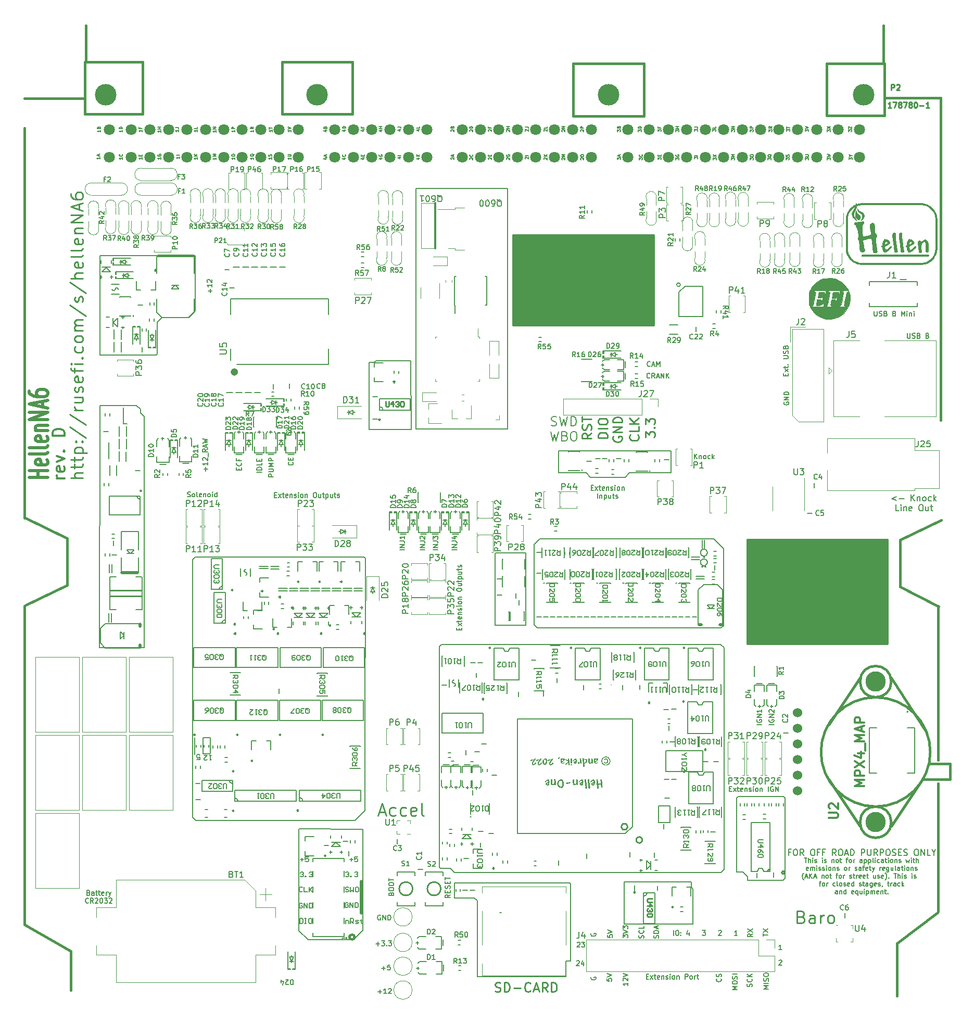
<source format=gto>
G75*
G70*
%OFA0B0*%
%FSLAX25Y25*%
%IPPOS*%
%LPD*%
%AMOC8*
5,1,8,0,0,1.08239X$1,22.5*
%
%ADD10C,0.00394*%
%ADD100C,0.00800*%
%ADD101C,0.01969*%
%ADD106C,0.01500*%
%ADD107C,0.00984*%
%ADD108C,0.00669*%
%ADD109C,0.00500*%
%ADD110C,0.01181*%
%ADD111C,0.00591*%
%ADD112C,0.00709*%
%ADD113C,0.00875*%
%ADD114C,0.01200*%
%ADD115C,0.00010*%
%ADD116C,0.00390*%
%ADD117C,0.00472*%
%ADD118C,0.00000*%
%ADD119C,0.02425*%
%ADD158C,0.01968*%
%ADD159C,0.00689*%
%ADD19C,0.06000*%
%ADD231C,0.00650*%
%ADD35C,0.13780*%
%ADD36C,0.07087*%
%ADD45C,0.13000*%
%ADD94C,0.00787*%
%ADD95C,0.01575*%
%ADD96C,0.01000*%
X0000000Y0000000D02*
%LPD*%
G01*
D106*
X0595129Y0373228D02*
X0595129Y0578761D01*
X0008471Y0579253D02*
X0045916Y0579253D01*
X0035875Y0267618D02*
X0035875Y0297539D01*
X0569046Y0296555D02*
X0569046Y0266634D01*
X0567274Y0038210D02*
X0593258Y0057895D01*
X0595129Y0579745D02*
X0559744Y0579745D01*
X0595424Y0309154D02*
X0569046Y0296555D01*
D107*
X0321289Y0491968D02*
X0411447Y0491968D01*
X0411447Y0433897D01*
X0321289Y0433897D01*
X0321289Y0491968D01*
G36*
X0321289Y0491968D02*
G01*
X0411447Y0491968D01*
X0411447Y0433897D01*
X0321289Y0433897D01*
X0321289Y0491968D01*
G37*
X0471168Y0296970D02*
X0561326Y0296970D01*
X0561326Y0230041D01*
X0471168Y0230041D01*
X0471168Y0296970D01*
G36*
X0471168Y0296970D02*
G01*
X0561326Y0296970D01*
X0561326Y0230041D01*
X0471168Y0230041D01*
X0471168Y0296970D01*
G37*
D106*
X0038196Y0008289D02*
X0038042Y0032698D01*
X0008514Y0310651D02*
X0008514Y0560454D01*
X0569046Y0266634D02*
X0593849Y0254035D01*
X0567329Y0004773D02*
X0567329Y0038407D01*
X0038042Y0033465D02*
X0008514Y0050394D01*
X0035875Y0297539D02*
X0008563Y0310925D01*
X0009497Y0255020D02*
X0035875Y0267618D01*
X0593554Y0155561D02*
X0593554Y0254352D01*
X0008514Y0050415D02*
X0008514Y0254352D01*
X0593554Y0058682D02*
X0593554Y0140600D01*
D108*
X0281153Y0069364D02*
X0279653Y0068314D01*
X0281153Y0067564D02*
X0278004Y0067564D01*
X0278004Y0067564D02*
X0278004Y0068764D01*
X0278004Y0068764D02*
X0278154Y0069064D01*
X0278154Y0069064D02*
X0278304Y0069214D01*
X0278304Y0069214D02*
X0278604Y0069364D01*
X0278604Y0069364D02*
X0279054Y0069364D01*
X0279054Y0069364D02*
X0279354Y0069214D01*
X0279354Y0069214D02*
X0279503Y0069064D01*
X0279503Y0069064D02*
X0279653Y0068764D01*
X0279653Y0068764D02*
X0279653Y0067564D01*
X0279503Y0070714D02*
X0279503Y0071764D01*
X0281153Y0072214D02*
X0281153Y0070714D01*
X0281153Y0070714D02*
X0278004Y0070714D01*
X0278004Y0070714D02*
X0278004Y0072214D01*
X0281003Y0073413D02*
X0281153Y0073863D01*
X0281153Y0073863D02*
X0281153Y0074613D01*
X0281153Y0074613D02*
X0281003Y0074913D01*
X0281003Y0074913D02*
X0280853Y0075063D01*
X0280853Y0075063D02*
X0280553Y0075213D01*
X0280553Y0075213D02*
X0280253Y0075213D01*
X0280253Y0075213D02*
X0279953Y0075063D01*
X0279953Y0075063D02*
X0279803Y0074913D01*
X0279803Y0074913D02*
X0279653Y0074613D01*
X0279653Y0074613D02*
X0279503Y0074013D01*
X0279503Y0074013D02*
X0279354Y0073713D01*
X0279354Y0073713D02*
X0279204Y0073563D01*
X0279204Y0073563D02*
X0278904Y0073413D01*
X0278904Y0073413D02*
X0278604Y0073413D01*
X0278604Y0073413D02*
X0278304Y0073563D01*
X0278304Y0073563D02*
X0278154Y0073713D01*
X0278154Y0073713D02*
X0278004Y0074013D01*
X0278004Y0074013D02*
X0278004Y0074763D01*
X0278004Y0074763D02*
X0278154Y0075213D01*
X0279503Y0076563D02*
X0279503Y0077613D01*
X0281153Y0078063D02*
X0281153Y0076563D01*
X0281153Y0076563D02*
X0278004Y0076563D01*
X0278004Y0076563D02*
X0278004Y0078063D01*
X0278004Y0078963D02*
X0278004Y0080762D01*
X0281153Y0079863D02*
X0278004Y0079863D01*
D109*
X0473147Y0558066D02*
X0473147Y0559304D01*
X0473147Y0559304D02*
X0473909Y0558637D01*
X0473909Y0558637D02*
X0473909Y0558923D01*
X0473909Y0558923D02*
X0474004Y0559113D01*
X0474004Y0559113D02*
X0474100Y0559208D01*
X0474100Y0559208D02*
X0474290Y0559304D01*
X0474290Y0559304D02*
X0474766Y0559304D01*
X0474766Y0559304D02*
X0474957Y0559208D01*
X0474957Y0559208D02*
X0475052Y0559113D01*
X0475052Y0559113D02*
X0475147Y0558923D01*
X0475147Y0558923D02*
X0475147Y0558351D01*
X0475147Y0558351D02*
X0475052Y0558161D01*
X0475052Y0558161D02*
X0474957Y0558066D01*
X0475147Y0560161D02*
X0473147Y0560161D01*
X0473147Y0560161D02*
X0473147Y0560923D01*
X0473147Y0560923D02*
X0473243Y0561113D01*
X0473243Y0561113D02*
X0473338Y0561208D01*
X0473338Y0561208D02*
X0473528Y0561304D01*
X0473528Y0561304D02*
X0473814Y0561304D01*
X0473814Y0561304D02*
X0474004Y0561208D01*
X0474004Y0561208D02*
X0474100Y0561113D01*
X0474100Y0561113D02*
X0474195Y0560923D01*
X0474195Y0560923D02*
X0474195Y0560161D01*
D108*
X0237169Y0022436D02*
X0239569Y0022436D01*
X0238369Y0021237D02*
X0238369Y0023636D01*
X0242568Y0024386D02*
X0241069Y0024386D01*
X0241069Y0024386D02*
X0240919Y0022886D01*
X0240919Y0022886D02*
X0241069Y0023036D01*
X0241069Y0023036D02*
X0241369Y0023186D01*
X0241369Y0023186D02*
X0242119Y0023186D01*
X0242119Y0023186D02*
X0242418Y0023036D01*
X0242418Y0023036D02*
X0242568Y0022886D01*
X0242568Y0022886D02*
X0242718Y0022586D01*
X0242718Y0022586D02*
X0242718Y0021836D01*
X0242718Y0021836D02*
X0242568Y0021537D01*
X0242568Y0021537D02*
X0242418Y0021387D01*
X0242418Y0021387D02*
X0242119Y0021237D01*
X0242119Y0021237D02*
X0241369Y0021237D01*
X0241369Y0021237D02*
X0241069Y0021387D01*
X0241069Y0021387D02*
X0240919Y0021537D01*
D109*
X0414147Y0540161D02*
X0414147Y0541399D01*
X0414147Y0541399D02*
X0414909Y0540732D01*
X0414909Y0540732D02*
X0414909Y0541018D01*
X0414909Y0541018D02*
X0415004Y0541208D01*
X0415004Y0541208D02*
X0415100Y0541304D01*
X0415100Y0541304D02*
X0415290Y0541399D01*
X0415290Y0541399D02*
X0415766Y0541399D01*
X0415766Y0541399D02*
X0415957Y0541304D01*
X0415957Y0541304D02*
X0416052Y0541208D01*
X0416052Y0541208D02*
X0416147Y0541018D01*
X0416147Y0541018D02*
X0416147Y0540447D01*
X0416147Y0540447D02*
X0416052Y0540256D01*
X0416052Y0540256D02*
X0415957Y0540161D01*
X0415100Y0542256D02*
X0415100Y0542923D01*
X0416147Y0543208D02*
X0416147Y0542256D01*
X0416147Y0542256D02*
X0414147Y0542256D01*
X0414147Y0542256D02*
X0414147Y0543208D01*
X0107313Y0559239D02*
X0107313Y0558096D01*
X0107313Y0558667D02*
X0105313Y0558667D01*
X0105313Y0558667D02*
X0105598Y0558477D01*
X0105598Y0558477D02*
X0105789Y0558286D01*
X0105789Y0558286D02*
X0105884Y0558096D01*
X0105313Y0560667D02*
X0106741Y0560667D01*
X0106741Y0560667D02*
X0107027Y0560572D01*
X0107027Y0560572D02*
X0107217Y0560382D01*
X0107217Y0560382D02*
X0107313Y0560096D01*
X0107313Y0560096D02*
X0107313Y0559905D01*
D108*
X0409252Y0407982D02*
X0409102Y0407832D01*
X0409102Y0407832D02*
X0408652Y0407682D01*
X0408652Y0407682D02*
X0408352Y0407682D01*
X0408352Y0407682D02*
X0407902Y0407832D01*
X0407902Y0407832D02*
X0407602Y0408132D01*
X0407602Y0408132D02*
X0407452Y0408432D01*
X0407452Y0408432D02*
X0407302Y0409032D01*
X0407302Y0409032D02*
X0407302Y0409481D01*
X0407302Y0409481D02*
X0407452Y0410081D01*
X0407452Y0410081D02*
X0407602Y0410381D01*
X0407602Y0410381D02*
X0407902Y0410681D01*
X0407902Y0410681D02*
X0408352Y0410831D01*
X0408352Y0410831D02*
X0408652Y0410831D01*
X0408652Y0410831D02*
X0409102Y0410681D01*
X0409102Y0410681D02*
X0409252Y0410531D01*
X0410452Y0408582D02*
X0411952Y0408582D01*
X0410152Y0407682D02*
X0411202Y0410831D01*
X0411202Y0410831D02*
X0412252Y0407682D01*
X0413301Y0407682D02*
X0413301Y0410831D01*
X0413301Y0410831D02*
X0414351Y0408582D01*
X0414351Y0408582D02*
X0415401Y0410831D01*
X0415401Y0410831D02*
X0415401Y0407682D01*
X0474786Y0044377D02*
X0473286Y0043328D01*
X0474786Y0042578D02*
X0471636Y0042578D01*
X0471636Y0042578D02*
X0471636Y0043777D01*
X0471636Y0043777D02*
X0471786Y0044077D01*
X0471786Y0044077D02*
X0471936Y0044227D01*
X0471936Y0044227D02*
X0472236Y0044377D01*
X0472236Y0044377D02*
X0472686Y0044377D01*
X0472686Y0044377D02*
X0472986Y0044227D01*
X0472986Y0044227D02*
X0473136Y0044077D01*
X0473136Y0044077D02*
X0473286Y0043777D01*
X0473286Y0043777D02*
X0473286Y0042578D01*
X0471636Y0045427D02*
X0474786Y0047527D01*
X0471636Y0047527D02*
X0474786Y0045427D01*
D109*
X0179313Y0541453D02*
X0179313Y0540310D01*
X0179313Y0540882D02*
X0177313Y0540882D01*
X0177313Y0540882D02*
X0177598Y0540691D01*
X0177598Y0540691D02*
X0177789Y0540501D01*
X0177789Y0540501D02*
X0177884Y0540310D01*
X0177313Y0542310D02*
X0178932Y0542310D01*
X0178932Y0542310D02*
X0179122Y0542405D01*
X0179122Y0542405D02*
X0179217Y0542501D01*
X0179217Y0542501D02*
X0179313Y0542691D01*
X0179313Y0542691D02*
X0179313Y0543072D01*
X0179313Y0543072D02*
X0179217Y0543262D01*
X0179217Y0543262D02*
X0179122Y0543358D01*
X0179122Y0543358D02*
X0178932Y0543453D01*
X0178932Y0543453D02*
X0177313Y0543453D01*
D108*
X0573868Y0428914D02*
X0573868Y0426364D01*
X0573868Y0426364D02*
X0574018Y0426064D01*
X0574018Y0426064D02*
X0574168Y0425914D01*
X0574168Y0425914D02*
X0574468Y0425764D01*
X0574468Y0425764D02*
X0575068Y0425764D01*
X0575068Y0425764D02*
X0575368Y0425914D01*
X0575368Y0425914D02*
X0575517Y0426064D01*
X0575517Y0426064D02*
X0575667Y0426364D01*
X0575667Y0426364D02*
X0575667Y0428914D01*
X0577017Y0425914D02*
X0577467Y0425764D01*
X0577467Y0425764D02*
X0578217Y0425764D01*
X0578217Y0425764D02*
X0578517Y0425914D01*
X0578517Y0425914D02*
X0578667Y0426064D01*
X0578667Y0426064D02*
X0578817Y0426364D01*
X0578817Y0426364D02*
X0578817Y0426664D01*
X0578817Y0426664D02*
X0578667Y0426964D01*
X0578667Y0426964D02*
X0578517Y0427114D01*
X0578517Y0427114D02*
X0578217Y0427264D01*
X0578217Y0427264D02*
X0577617Y0427414D01*
X0577617Y0427414D02*
X0577317Y0427564D01*
X0577317Y0427564D02*
X0577167Y0427714D01*
X0577167Y0427714D02*
X0577017Y0428014D01*
X0577017Y0428014D02*
X0577017Y0428314D01*
X0577017Y0428314D02*
X0577167Y0428614D01*
X0577167Y0428614D02*
X0577317Y0428764D01*
X0577317Y0428764D02*
X0577617Y0428914D01*
X0577617Y0428914D02*
X0578367Y0428914D01*
X0578367Y0428914D02*
X0578817Y0428764D01*
X0581217Y0427414D02*
X0581667Y0427264D01*
X0581667Y0427264D02*
X0581817Y0427114D01*
X0581817Y0427114D02*
X0581967Y0426814D01*
X0581967Y0426814D02*
X0581967Y0426364D01*
X0581967Y0426364D02*
X0581817Y0426064D01*
X0581817Y0426064D02*
X0581667Y0425914D01*
X0581667Y0425914D02*
X0581367Y0425764D01*
X0581367Y0425764D02*
X0580167Y0425764D01*
X0580167Y0425764D02*
X0580167Y0428914D01*
X0580167Y0428914D02*
X0581217Y0428914D01*
X0581217Y0428914D02*
X0581517Y0428764D01*
X0581517Y0428764D02*
X0581667Y0428614D01*
X0581667Y0428614D02*
X0581817Y0428314D01*
X0581817Y0428314D02*
X0581817Y0428014D01*
X0581817Y0428014D02*
X0581667Y0427714D01*
X0581667Y0427714D02*
X0581517Y0427564D01*
X0581517Y0427564D02*
X0581217Y0427414D01*
X0581217Y0427414D02*
X0580167Y0427414D01*
X0586766Y0427414D02*
X0587216Y0427264D01*
X0587216Y0427264D02*
X0587366Y0427114D01*
X0587366Y0427114D02*
X0587516Y0426814D01*
X0587516Y0426814D02*
X0587516Y0426364D01*
X0587516Y0426364D02*
X0587366Y0426064D01*
X0587366Y0426064D02*
X0587216Y0425914D01*
X0587216Y0425914D02*
X0586916Y0425764D01*
X0586916Y0425764D02*
X0585716Y0425764D01*
X0585716Y0425764D02*
X0585716Y0428914D01*
X0585716Y0428914D02*
X0586766Y0428914D01*
X0586766Y0428914D02*
X0587066Y0428764D01*
X0587066Y0428764D02*
X0587216Y0428614D01*
X0587216Y0428614D02*
X0587366Y0428314D01*
X0587366Y0428314D02*
X0587366Y0428014D01*
X0587366Y0428014D02*
X0587216Y0427714D01*
X0587216Y0427714D02*
X0587066Y0427564D01*
X0587066Y0427564D02*
X0586766Y0427414D01*
X0586766Y0427414D02*
X0585716Y0427414D01*
D109*
X0167313Y0559239D02*
X0167313Y0558096D01*
X0167313Y0558667D02*
X0165313Y0558667D01*
X0165313Y0558667D02*
X0165598Y0558477D01*
X0165598Y0558477D02*
X0165789Y0558286D01*
X0165789Y0558286D02*
X0165884Y0558096D01*
X0165313Y0559810D02*
X0165313Y0560953D01*
X0167313Y0560382D02*
X0165313Y0560382D01*
X0536147Y0558113D02*
X0536147Y0559351D01*
X0536147Y0559351D02*
X0536909Y0558685D01*
X0536909Y0558685D02*
X0536909Y0558970D01*
X0536909Y0558970D02*
X0537004Y0559161D01*
X0537004Y0559161D02*
X0537100Y0559256D01*
X0537100Y0559256D02*
X0537290Y0559351D01*
X0537290Y0559351D02*
X0537766Y0559351D01*
X0537766Y0559351D02*
X0537957Y0559256D01*
X0537957Y0559256D02*
X0538052Y0559161D01*
X0538052Y0559161D02*
X0538147Y0558970D01*
X0538147Y0558970D02*
X0538147Y0558399D01*
X0538147Y0558399D02*
X0538052Y0558208D01*
X0538052Y0558208D02*
X0537957Y0558113D01*
X0536147Y0560018D02*
X0536147Y0561351D01*
X0536147Y0561351D02*
X0538147Y0560018D01*
X0538147Y0560018D02*
X0538147Y0561351D01*
D110*
X0034290Y0335827D02*
X0029041Y0335827D01*
X0030540Y0335827D02*
X0029790Y0336202D01*
X0029790Y0336202D02*
X0029416Y0336577D01*
X0029416Y0336577D02*
X0029041Y0337327D01*
X0029041Y0337327D02*
X0029041Y0338076D01*
X0033915Y0343701D02*
X0034290Y0342951D01*
X0034290Y0342951D02*
X0034290Y0341451D01*
X0034290Y0341451D02*
X0033915Y0340701D01*
X0033915Y0340701D02*
X0033165Y0340326D01*
X0033165Y0340326D02*
X0030165Y0340326D01*
X0030165Y0340326D02*
X0029416Y0340701D01*
X0029416Y0340701D02*
X0029041Y0341451D01*
X0029041Y0341451D02*
X0029041Y0342951D01*
X0029041Y0342951D02*
X0029416Y0343701D01*
X0029416Y0343701D02*
X0030165Y0344076D01*
X0030165Y0344076D02*
X0030915Y0344076D01*
X0030915Y0344076D02*
X0031665Y0340326D01*
X0029041Y0346700D02*
X0034290Y0348575D01*
X0034290Y0348575D02*
X0029041Y0350450D01*
X0033540Y0353450D02*
X0033915Y0353825D01*
X0033915Y0353825D02*
X0034290Y0353450D01*
X0034290Y0353450D02*
X0033915Y0353075D01*
X0033915Y0353075D02*
X0033540Y0353450D01*
X0033540Y0353450D02*
X0034290Y0353450D01*
X0034290Y0363198D02*
X0026416Y0363198D01*
X0026416Y0363198D02*
X0026416Y0365073D01*
X0026416Y0365073D02*
X0026791Y0366198D01*
X0026791Y0366198D02*
X0027541Y0366948D01*
X0027541Y0366948D02*
X0028291Y0367323D01*
X0028291Y0367323D02*
X0029790Y0367698D01*
X0029790Y0367698D02*
X0030915Y0367698D01*
X0030915Y0367698D02*
X0032415Y0367323D01*
X0032415Y0367323D02*
X0033165Y0366948D01*
X0033165Y0366948D02*
X0033915Y0366198D01*
X0033915Y0366198D02*
X0034290Y0365073D01*
X0034290Y0365073D02*
X0034290Y0363198D01*
D108*
X0481479Y0042915D02*
X0481479Y0044715D01*
X0484628Y0043815D02*
X0481479Y0043815D01*
X0481479Y0045465D02*
X0484628Y0047565D01*
X0481479Y0047565D02*
X0484628Y0045465D01*
X0485022Y0009113D02*
X0481873Y0009113D01*
X0481873Y0009113D02*
X0484122Y0010163D01*
X0484122Y0010163D02*
X0481873Y0011213D01*
X0481873Y0011213D02*
X0485022Y0011213D01*
X0485022Y0012713D02*
X0481873Y0012713D01*
X0484872Y0014062D02*
X0485022Y0014512D01*
X0485022Y0014512D02*
X0485022Y0015262D01*
X0485022Y0015262D02*
X0484872Y0015562D01*
X0484872Y0015562D02*
X0484722Y0015712D01*
X0484722Y0015712D02*
X0484422Y0015862D01*
X0484422Y0015862D02*
X0484122Y0015862D01*
X0484122Y0015862D02*
X0483822Y0015712D01*
X0483822Y0015712D02*
X0483672Y0015562D01*
X0483672Y0015562D02*
X0483522Y0015262D01*
X0483522Y0015262D02*
X0483372Y0014662D01*
X0483372Y0014662D02*
X0483222Y0014362D01*
X0483222Y0014362D02*
X0483072Y0014212D01*
X0483072Y0014212D02*
X0482772Y0014062D01*
X0482772Y0014062D02*
X0482473Y0014062D01*
X0482473Y0014062D02*
X0482173Y0014212D01*
X0482173Y0014212D02*
X0482023Y0014362D01*
X0482023Y0014362D02*
X0481873Y0014662D01*
X0481873Y0014662D02*
X0481873Y0015412D01*
X0481873Y0015412D02*
X0482023Y0015862D01*
X0481873Y0017812D02*
X0481873Y0018412D01*
X0481873Y0018412D02*
X0482023Y0018712D01*
X0482023Y0018712D02*
X0482323Y0019012D01*
X0482323Y0019012D02*
X0482922Y0019162D01*
X0482922Y0019162D02*
X0483972Y0019162D01*
X0483972Y0019162D02*
X0484572Y0019012D01*
X0484572Y0019012D02*
X0484872Y0018712D01*
X0484872Y0018712D02*
X0485022Y0018412D01*
X0485022Y0018412D02*
X0485022Y0017812D01*
X0485022Y0017812D02*
X0484872Y0017512D01*
X0484872Y0017512D02*
X0484572Y0017212D01*
X0484572Y0017212D02*
X0483972Y0017062D01*
X0483972Y0017062D02*
X0482922Y0017062D01*
X0482922Y0017062D02*
X0482323Y0017212D01*
X0482323Y0017212D02*
X0482023Y0017512D01*
X0482023Y0017512D02*
X0481873Y0017812D01*
X0285416Y0290215D02*
X0282266Y0290215D01*
X0285416Y0291715D02*
X0282266Y0291715D01*
X0282266Y0291715D02*
X0285416Y0293515D01*
X0285416Y0293515D02*
X0282266Y0293515D01*
X0282266Y0295915D02*
X0284516Y0295915D01*
X0284516Y0295915D02*
X0284966Y0295765D01*
X0284966Y0295765D02*
X0285266Y0295465D01*
X0285266Y0295465D02*
X0285416Y0295015D01*
X0285416Y0295015D02*
X0285416Y0294715D01*
X0283316Y0298764D02*
X0285416Y0298764D01*
X0282116Y0298014D02*
X0284366Y0297265D01*
X0284366Y0297265D02*
X0284366Y0299214D01*
D107*
X0309948Y0007572D02*
X0310792Y0007291D01*
X0310792Y0007291D02*
X0312198Y0007291D01*
X0312198Y0007291D02*
X0312760Y0007572D01*
X0312760Y0007572D02*
X0313042Y0007853D01*
X0313042Y0007853D02*
X0313323Y0008416D01*
X0313323Y0008416D02*
X0313323Y0008978D01*
X0313323Y0008978D02*
X0313042Y0009541D01*
X0313042Y0009541D02*
X0312760Y0009822D01*
X0312760Y0009822D02*
X0312198Y0010103D01*
X0312198Y0010103D02*
X0311073Y0010384D01*
X0311073Y0010384D02*
X0310511Y0010666D01*
X0310511Y0010666D02*
X0310230Y0010947D01*
X0310230Y0010947D02*
X0309948Y0011509D01*
X0309948Y0011509D02*
X0309948Y0012072D01*
X0309948Y0012072D02*
X0310230Y0012634D01*
X0310230Y0012634D02*
X0310511Y0012915D01*
X0310511Y0012915D02*
X0311073Y0013197D01*
X0311073Y0013197D02*
X0312479Y0013197D01*
X0312479Y0013197D02*
X0313323Y0012915D01*
X0315854Y0007291D02*
X0315854Y0013197D01*
X0315854Y0013197D02*
X0317260Y0013197D01*
X0317260Y0013197D02*
X0318104Y0012915D01*
X0318104Y0012915D02*
X0318666Y0012353D01*
X0318666Y0012353D02*
X0318947Y0011790D01*
X0318947Y0011790D02*
X0319228Y0010666D01*
X0319228Y0010666D02*
X0319228Y0009822D01*
X0319228Y0009822D02*
X0318947Y0008697D01*
X0318947Y0008697D02*
X0318666Y0008135D01*
X0318666Y0008135D02*
X0318104Y0007572D01*
X0318104Y0007572D02*
X0317260Y0007291D01*
X0317260Y0007291D02*
X0315854Y0007291D01*
X0321759Y0009541D02*
X0326259Y0009541D01*
X0332445Y0007853D02*
X0332164Y0007572D01*
X0332164Y0007572D02*
X0331321Y0007291D01*
X0331321Y0007291D02*
X0330758Y0007291D01*
X0330758Y0007291D02*
X0329915Y0007572D01*
X0329915Y0007572D02*
X0329352Y0008135D01*
X0329352Y0008135D02*
X0329071Y0008697D01*
X0329071Y0008697D02*
X0328790Y0009822D01*
X0328790Y0009822D02*
X0328790Y0010666D01*
X0328790Y0010666D02*
X0329071Y0011790D01*
X0329071Y0011790D02*
X0329352Y0012353D01*
X0329352Y0012353D02*
X0329915Y0012915D01*
X0329915Y0012915D02*
X0330758Y0013197D01*
X0330758Y0013197D02*
X0331321Y0013197D01*
X0331321Y0013197D02*
X0332164Y0012915D01*
X0332164Y0012915D02*
X0332445Y0012634D01*
X0334695Y0008978D02*
X0337507Y0008978D01*
X0334133Y0007291D02*
X0336101Y0013197D01*
X0336101Y0013197D02*
X0338070Y0007291D01*
X0343413Y0007291D02*
X0341444Y0010103D01*
X0340038Y0007291D02*
X0340038Y0013197D01*
X0340038Y0013197D02*
X0342288Y0013197D01*
X0342288Y0013197D02*
X0342850Y0012915D01*
X0342850Y0012915D02*
X0343132Y0012634D01*
X0343132Y0012634D02*
X0343413Y0012072D01*
X0343413Y0012072D02*
X0343413Y0011228D01*
X0343413Y0011228D02*
X0343132Y0010666D01*
X0343132Y0010666D02*
X0342850Y0010384D01*
X0342850Y0010384D02*
X0342288Y0010103D01*
X0342288Y0010103D02*
X0340038Y0010103D01*
X0345944Y0007291D02*
X0345944Y0013197D01*
X0345944Y0013197D02*
X0347350Y0013197D01*
X0347350Y0013197D02*
X0348194Y0012915D01*
X0348194Y0012915D02*
X0348756Y0012353D01*
X0348756Y0012353D02*
X0349037Y0011790D01*
X0349037Y0011790D02*
X0349318Y0010666D01*
X0349318Y0010666D02*
X0349318Y0009822D01*
X0349318Y0009822D02*
X0349037Y0008697D01*
X0349037Y0008697D02*
X0348756Y0008135D01*
X0348756Y0008135D02*
X0348194Y0007572D01*
X0348194Y0007572D02*
X0347350Y0007291D01*
X0347350Y0007291D02*
X0345944Y0007291D01*
D109*
X0388147Y0540208D02*
X0388147Y0541447D01*
X0388147Y0541447D02*
X0388909Y0540780D01*
X0388909Y0540780D02*
X0388909Y0541066D01*
X0388909Y0541066D02*
X0389004Y0541256D01*
X0389004Y0541256D02*
X0389100Y0541351D01*
X0389100Y0541351D02*
X0389290Y0541447D01*
X0389290Y0541447D02*
X0389766Y0541447D01*
X0389766Y0541447D02*
X0389957Y0541351D01*
X0389957Y0541351D02*
X0390052Y0541256D01*
X0390052Y0541256D02*
X0390147Y0541066D01*
X0390147Y0541066D02*
X0390147Y0540494D01*
X0390147Y0540494D02*
X0390052Y0540304D01*
X0390052Y0540304D02*
X0389957Y0540208D01*
X0389576Y0542208D02*
X0389576Y0543161D01*
X0390147Y0542018D02*
X0388147Y0542685D01*
X0388147Y0542685D02*
X0390147Y0543351D01*
X0414147Y0558208D02*
X0414147Y0559447D01*
X0414147Y0559447D02*
X0414909Y0558780D01*
X0414909Y0558780D02*
X0414909Y0559066D01*
X0414909Y0559066D02*
X0415004Y0559256D01*
X0415004Y0559256D02*
X0415100Y0559351D01*
X0415100Y0559351D02*
X0415290Y0559447D01*
X0415290Y0559447D02*
X0415766Y0559447D01*
X0415766Y0559447D02*
X0415957Y0559351D01*
X0415957Y0559351D02*
X0416052Y0559256D01*
X0416052Y0559256D02*
X0416147Y0559066D01*
X0416147Y0559066D02*
X0416147Y0558494D01*
X0416147Y0558494D02*
X0416052Y0558304D01*
X0416052Y0558304D02*
X0415957Y0558208D01*
X0415100Y0560970D02*
X0415100Y0560304D01*
X0416147Y0560304D02*
X0414147Y0560304D01*
X0414147Y0560304D02*
X0414147Y0561256D01*
X0484647Y0540018D02*
X0484647Y0541256D01*
X0484647Y0541256D02*
X0485409Y0540589D01*
X0485409Y0540589D02*
X0485409Y0540875D01*
X0485409Y0540875D02*
X0485504Y0541066D01*
X0485504Y0541066D02*
X0485600Y0541161D01*
X0485600Y0541161D02*
X0485790Y0541256D01*
X0485790Y0541256D02*
X0486266Y0541256D01*
X0486266Y0541256D02*
X0486457Y0541161D01*
X0486457Y0541161D02*
X0486552Y0541066D01*
X0486552Y0541066D02*
X0486647Y0540875D01*
X0486647Y0540875D02*
X0486647Y0540304D01*
X0486647Y0540304D02*
X0486552Y0540113D01*
X0486552Y0540113D02*
X0486457Y0540018D01*
X0486838Y0543447D02*
X0486743Y0543256D01*
X0486743Y0543256D02*
X0486552Y0543066D01*
X0486552Y0543066D02*
X0486266Y0542780D01*
X0486266Y0542780D02*
X0486171Y0542589D01*
X0486171Y0542589D02*
X0486171Y0542399D01*
X0486647Y0542494D02*
X0486552Y0542304D01*
X0486552Y0542304D02*
X0486362Y0542113D01*
X0486362Y0542113D02*
X0485981Y0542018D01*
X0485981Y0542018D02*
X0485314Y0542018D01*
X0485314Y0542018D02*
X0484933Y0542113D01*
X0484933Y0542113D02*
X0484743Y0542304D01*
X0484743Y0542304D02*
X0484647Y0542494D01*
X0484647Y0542494D02*
X0484647Y0542875D01*
X0484647Y0542875D02*
X0484743Y0543066D01*
X0484743Y0543066D02*
X0484933Y0543256D01*
X0484933Y0543256D02*
X0485314Y0543351D01*
X0485314Y0543351D02*
X0485981Y0543351D01*
X0485981Y0543351D02*
X0486362Y0543256D01*
X0486362Y0543256D02*
X0486552Y0543066D01*
X0486552Y0543066D02*
X0486647Y0542875D01*
X0486647Y0542875D02*
X0486647Y0542494D01*
X0449647Y0540066D02*
X0449647Y0541304D01*
X0449647Y0541304D02*
X0450409Y0540637D01*
X0450409Y0540637D02*
X0450409Y0540923D01*
X0450409Y0540923D02*
X0450504Y0541113D01*
X0450504Y0541113D02*
X0450600Y0541208D01*
X0450600Y0541208D02*
X0450790Y0541304D01*
X0450790Y0541304D02*
X0451266Y0541304D01*
X0451266Y0541304D02*
X0451457Y0541208D01*
X0451457Y0541208D02*
X0451552Y0541113D01*
X0451552Y0541113D02*
X0451647Y0540923D01*
X0451647Y0540923D02*
X0451647Y0540351D01*
X0451647Y0540351D02*
X0451552Y0540161D01*
X0451552Y0540161D02*
X0451457Y0540066D01*
X0451647Y0542161D02*
X0449647Y0542161D01*
X0451647Y0543304D02*
X0450504Y0542447D01*
X0449647Y0543304D02*
X0450790Y0542161D01*
D111*
X0566990Y0324180D02*
X0563990Y0323056D01*
X0563990Y0323056D02*
X0566990Y0321931D01*
X0568490Y0322868D02*
X0571864Y0322868D01*
X0576364Y0321556D02*
X0576364Y0325493D01*
X0578614Y0321556D02*
X0576926Y0323805D01*
X0578614Y0325493D02*
X0576364Y0323243D01*
X0580301Y0324180D02*
X0580301Y0321556D01*
X0580301Y0323805D02*
X0580488Y0323993D01*
X0580488Y0323993D02*
X0580863Y0324180D01*
X0580863Y0324180D02*
X0581426Y0324180D01*
X0581426Y0324180D02*
X0581801Y0323993D01*
X0581801Y0323993D02*
X0581988Y0323618D01*
X0581988Y0323618D02*
X0581988Y0321556D01*
X0584425Y0321556D02*
X0584050Y0321743D01*
X0584050Y0321743D02*
X0583863Y0321931D01*
X0583863Y0321931D02*
X0583675Y0322306D01*
X0583675Y0322306D02*
X0583675Y0323430D01*
X0583675Y0323430D02*
X0583863Y0323805D01*
X0583863Y0323805D02*
X0584050Y0323993D01*
X0584050Y0323993D02*
X0584425Y0324180D01*
X0584425Y0324180D02*
X0584988Y0324180D01*
X0584988Y0324180D02*
X0585363Y0323993D01*
X0585363Y0323993D02*
X0585550Y0323805D01*
X0585550Y0323805D02*
X0585738Y0323430D01*
X0585738Y0323430D02*
X0585738Y0322306D01*
X0585738Y0322306D02*
X0585550Y0321931D01*
X0585550Y0321931D02*
X0585363Y0321743D01*
X0585363Y0321743D02*
X0584988Y0321556D01*
X0584988Y0321556D02*
X0584425Y0321556D01*
X0589112Y0321743D02*
X0588737Y0321556D01*
X0588737Y0321556D02*
X0587987Y0321556D01*
X0587987Y0321556D02*
X0587612Y0321743D01*
X0587612Y0321743D02*
X0587425Y0321931D01*
X0587425Y0321931D02*
X0587238Y0322306D01*
X0587238Y0322306D02*
X0587238Y0323430D01*
X0587238Y0323430D02*
X0587425Y0323805D01*
X0587425Y0323805D02*
X0587612Y0323993D01*
X0587612Y0323993D02*
X0587987Y0324180D01*
X0587987Y0324180D02*
X0588737Y0324180D01*
X0588737Y0324180D02*
X0589112Y0323993D01*
X0590800Y0321556D02*
X0590800Y0325493D01*
X0591175Y0323056D02*
X0592299Y0321556D01*
X0592299Y0324180D02*
X0590800Y0322681D01*
X0568396Y0315217D02*
X0566521Y0315217D01*
X0566521Y0315217D02*
X0566521Y0319154D01*
X0569708Y0315217D02*
X0569708Y0317842D01*
X0569708Y0319154D02*
X0569521Y0318967D01*
X0569521Y0318967D02*
X0569708Y0318779D01*
X0569708Y0318779D02*
X0569896Y0318967D01*
X0569896Y0318967D02*
X0569708Y0319154D01*
X0569708Y0319154D02*
X0569708Y0318779D01*
X0571583Y0317842D02*
X0571583Y0315217D01*
X0571583Y0317467D02*
X0571771Y0317655D01*
X0571771Y0317655D02*
X0572146Y0317842D01*
X0572146Y0317842D02*
X0572708Y0317842D01*
X0572708Y0317842D02*
X0573083Y0317655D01*
X0573083Y0317655D02*
X0573271Y0317280D01*
X0573271Y0317280D02*
X0573271Y0315217D01*
X0576645Y0315405D02*
X0576270Y0315217D01*
X0576270Y0315217D02*
X0575520Y0315217D01*
X0575520Y0315217D02*
X0575145Y0315405D01*
X0575145Y0315405D02*
X0574958Y0315780D01*
X0574958Y0315780D02*
X0574958Y0317280D01*
X0574958Y0317280D02*
X0575145Y0317655D01*
X0575145Y0317655D02*
X0575520Y0317842D01*
X0575520Y0317842D02*
X0576270Y0317842D01*
X0576270Y0317842D02*
X0576645Y0317655D01*
X0576645Y0317655D02*
X0576833Y0317280D01*
X0576833Y0317280D02*
X0576833Y0316905D01*
X0576833Y0316905D02*
X0574958Y0316530D01*
X0582269Y0319154D02*
X0583019Y0319154D01*
X0583019Y0319154D02*
X0583394Y0318967D01*
X0583394Y0318967D02*
X0583769Y0318592D01*
X0583769Y0318592D02*
X0583957Y0317842D01*
X0583957Y0317842D02*
X0583957Y0316530D01*
X0583957Y0316530D02*
X0583769Y0315780D01*
X0583769Y0315780D02*
X0583394Y0315405D01*
X0583394Y0315405D02*
X0583019Y0315217D01*
X0583019Y0315217D02*
X0582269Y0315217D01*
X0582269Y0315217D02*
X0581894Y0315405D01*
X0581894Y0315405D02*
X0581519Y0315780D01*
X0581519Y0315780D02*
X0581332Y0316530D01*
X0581332Y0316530D02*
X0581332Y0317842D01*
X0581332Y0317842D02*
X0581519Y0318592D01*
X0581519Y0318592D02*
X0581894Y0318967D01*
X0581894Y0318967D02*
X0582269Y0319154D01*
X0587331Y0317842D02*
X0587331Y0315217D01*
X0585644Y0317842D02*
X0585644Y0315780D01*
X0585644Y0315780D02*
X0585831Y0315405D01*
X0585831Y0315405D02*
X0586206Y0315217D01*
X0586206Y0315217D02*
X0586769Y0315217D01*
X0586769Y0315217D02*
X0587144Y0315405D01*
X0587144Y0315405D02*
X0587331Y0315592D01*
X0588644Y0317842D02*
X0590143Y0317842D01*
X0589206Y0319154D02*
X0589206Y0315780D01*
X0589206Y0315780D02*
X0589394Y0315405D01*
X0589394Y0315405D02*
X0589768Y0315217D01*
X0589768Y0315217D02*
X0590143Y0315217D01*
D108*
X0168679Y0325445D02*
X0169729Y0325445D01*
X0170179Y0323796D02*
X0168679Y0323796D01*
X0168679Y0323796D02*
X0168679Y0326945D01*
X0168679Y0326945D02*
X0170179Y0326945D01*
X0171229Y0323796D02*
X0172879Y0325895D01*
X0171229Y0325895D02*
X0172879Y0323796D01*
X0173629Y0325895D02*
X0174829Y0325895D01*
X0174079Y0326945D02*
X0174079Y0324246D01*
X0174079Y0324246D02*
X0174229Y0323946D01*
X0174229Y0323946D02*
X0174529Y0323796D01*
X0174529Y0323796D02*
X0174829Y0323796D01*
X0177078Y0323946D02*
X0176778Y0323796D01*
X0176778Y0323796D02*
X0176178Y0323796D01*
X0176178Y0323796D02*
X0175878Y0323946D01*
X0175878Y0323946D02*
X0175728Y0324246D01*
X0175728Y0324246D02*
X0175728Y0325445D01*
X0175728Y0325445D02*
X0175878Y0325745D01*
X0175878Y0325745D02*
X0176178Y0325895D01*
X0176178Y0325895D02*
X0176778Y0325895D01*
X0176778Y0325895D02*
X0177078Y0325745D01*
X0177078Y0325745D02*
X0177228Y0325445D01*
X0177228Y0325445D02*
X0177228Y0325145D01*
X0177228Y0325145D02*
X0175728Y0324845D01*
X0178578Y0325895D02*
X0178578Y0323796D01*
X0178578Y0325595D02*
X0178728Y0325745D01*
X0178728Y0325745D02*
X0179028Y0325895D01*
X0179028Y0325895D02*
X0179478Y0325895D01*
X0179478Y0325895D02*
X0179778Y0325745D01*
X0179778Y0325745D02*
X0179928Y0325445D01*
X0179928Y0325445D02*
X0179928Y0323796D01*
X0181278Y0323946D02*
X0181578Y0323796D01*
X0181578Y0323796D02*
X0182178Y0323796D01*
X0182178Y0323796D02*
X0182478Y0323946D01*
X0182478Y0323946D02*
X0182628Y0324246D01*
X0182628Y0324246D02*
X0182628Y0324396D01*
X0182628Y0324396D02*
X0182478Y0324696D01*
X0182478Y0324696D02*
X0182178Y0324845D01*
X0182178Y0324845D02*
X0181728Y0324845D01*
X0181728Y0324845D02*
X0181428Y0324995D01*
X0181428Y0324995D02*
X0181278Y0325295D01*
X0181278Y0325295D02*
X0181278Y0325445D01*
X0181278Y0325445D02*
X0181428Y0325745D01*
X0181428Y0325745D02*
X0181728Y0325895D01*
X0181728Y0325895D02*
X0182178Y0325895D01*
X0182178Y0325895D02*
X0182478Y0325745D01*
X0183977Y0323796D02*
X0183977Y0325895D01*
X0183977Y0326945D02*
X0183827Y0326795D01*
X0183827Y0326795D02*
X0183977Y0326645D01*
X0183977Y0326645D02*
X0184127Y0326795D01*
X0184127Y0326795D02*
X0183977Y0326945D01*
X0183977Y0326945D02*
X0183977Y0326645D01*
X0185927Y0323796D02*
X0185627Y0323946D01*
X0185627Y0323946D02*
X0185477Y0324096D01*
X0185477Y0324096D02*
X0185327Y0324396D01*
X0185327Y0324396D02*
X0185327Y0325295D01*
X0185327Y0325295D02*
X0185477Y0325595D01*
X0185477Y0325595D02*
X0185627Y0325745D01*
X0185627Y0325745D02*
X0185927Y0325895D01*
X0185927Y0325895D02*
X0186377Y0325895D01*
X0186377Y0325895D02*
X0186677Y0325745D01*
X0186677Y0325745D02*
X0186827Y0325595D01*
X0186827Y0325595D02*
X0186977Y0325295D01*
X0186977Y0325295D02*
X0186977Y0324396D01*
X0186977Y0324396D02*
X0186827Y0324096D01*
X0186827Y0324096D02*
X0186677Y0323946D01*
X0186677Y0323946D02*
X0186377Y0323796D01*
X0186377Y0323796D02*
X0185927Y0323796D01*
X0188327Y0325895D02*
X0188327Y0323796D01*
X0188327Y0325595D02*
X0188477Y0325745D01*
X0188477Y0325745D02*
X0188777Y0325895D01*
X0188777Y0325895D02*
X0189227Y0325895D01*
X0189227Y0325895D02*
X0189527Y0325745D01*
X0189527Y0325745D02*
X0189677Y0325445D01*
X0189677Y0325445D02*
X0189677Y0323796D01*
X0194176Y0326945D02*
X0194776Y0326945D01*
X0194776Y0326945D02*
X0195076Y0326795D01*
X0195076Y0326795D02*
X0195376Y0326495D01*
X0195376Y0326495D02*
X0195526Y0325895D01*
X0195526Y0325895D02*
X0195526Y0324845D01*
X0195526Y0324845D02*
X0195376Y0324246D01*
X0195376Y0324246D02*
X0195076Y0323946D01*
X0195076Y0323946D02*
X0194776Y0323796D01*
X0194776Y0323796D02*
X0194176Y0323796D01*
X0194176Y0323796D02*
X0193876Y0323946D01*
X0193876Y0323946D02*
X0193576Y0324246D01*
X0193576Y0324246D02*
X0193426Y0324845D01*
X0193426Y0324845D02*
X0193426Y0325895D01*
X0193426Y0325895D02*
X0193576Y0326495D01*
X0193576Y0326495D02*
X0193876Y0326795D01*
X0193876Y0326795D02*
X0194176Y0326945D01*
X0198226Y0325895D02*
X0198226Y0323796D01*
X0196876Y0325895D02*
X0196876Y0324246D01*
X0196876Y0324246D02*
X0197026Y0323946D01*
X0197026Y0323946D02*
X0197326Y0323796D01*
X0197326Y0323796D02*
X0197776Y0323796D01*
X0197776Y0323796D02*
X0198076Y0323946D01*
X0198076Y0323946D02*
X0198226Y0324096D01*
X0199275Y0325895D02*
X0200475Y0325895D01*
X0199725Y0326945D02*
X0199725Y0324246D01*
X0199725Y0324246D02*
X0199875Y0323946D01*
X0199875Y0323946D02*
X0200175Y0323796D01*
X0200175Y0323796D02*
X0200475Y0323796D01*
X0201525Y0325895D02*
X0201525Y0322746D01*
X0201525Y0325745D02*
X0201825Y0325895D01*
X0201825Y0325895D02*
X0202425Y0325895D01*
X0202425Y0325895D02*
X0202725Y0325745D01*
X0202725Y0325745D02*
X0202875Y0325595D01*
X0202875Y0325595D02*
X0203025Y0325295D01*
X0203025Y0325295D02*
X0203025Y0324396D01*
X0203025Y0324396D02*
X0202875Y0324096D01*
X0202875Y0324096D02*
X0202725Y0323946D01*
X0202725Y0323946D02*
X0202425Y0323796D01*
X0202425Y0323796D02*
X0201825Y0323796D01*
X0201825Y0323796D02*
X0201525Y0323946D01*
X0205725Y0325895D02*
X0205725Y0323796D01*
X0204375Y0325895D02*
X0204375Y0324246D01*
X0204375Y0324246D02*
X0204525Y0323946D01*
X0204525Y0323946D02*
X0204825Y0323796D01*
X0204825Y0323796D02*
X0205275Y0323796D01*
X0205275Y0323796D02*
X0205575Y0323946D01*
X0205575Y0323946D02*
X0205725Y0324096D01*
X0206775Y0325895D02*
X0207974Y0325895D01*
X0207224Y0326945D02*
X0207224Y0324246D01*
X0207224Y0324246D02*
X0207374Y0323946D01*
X0207374Y0323946D02*
X0207674Y0323796D01*
X0207674Y0323796D02*
X0207974Y0323796D01*
X0208874Y0323946D02*
X0209174Y0323796D01*
X0209174Y0323796D02*
X0209774Y0323796D01*
X0209774Y0323796D02*
X0210074Y0323946D01*
X0210074Y0323946D02*
X0210224Y0324246D01*
X0210224Y0324246D02*
X0210224Y0324396D01*
X0210224Y0324396D02*
X0210074Y0324696D01*
X0210074Y0324696D02*
X0209774Y0324845D01*
X0209774Y0324845D02*
X0209324Y0324845D01*
X0209324Y0324845D02*
X0209024Y0324995D01*
X0209024Y0324995D02*
X0208874Y0325295D01*
X0208874Y0325295D02*
X0208874Y0325445D01*
X0208874Y0325445D02*
X0209024Y0325745D01*
X0209024Y0325745D02*
X0209324Y0325895D01*
X0209324Y0325895D02*
X0209774Y0325895D01*
X0209774Y0325895D02*
X0210074Y0325745D01*
D109*
X0305838Y0558304D02*
X0305743Y0558399D01*
X0305743Y0558399D02*
X0305647Y0558589D01*
X0305647Y0558589D02*
X0305647Y0559066D01*
X0305647Y0559066D02*
X0305743Y0559256D01*
X0305743Y0559256D02*
X0305838Y0559351D01*
X0305838Y0559351D02*
X0306028Y0559447D01*
X0306028Y0559447D02*
X0306219Y0559447D01*
X0306219Y0559447D02*
X0306504Y0559351D01*
X0306504Y0559351D02*
X0307647Y0558208D01*
X0307647Y0558208D02*
X0307647Y0559447D01*
X0306600Y0560970D02*
X0306600Y0560304D01*
X0307647Y0560304D02*
X0305647Y0560304D01*
X0305647Y0560304D02*
X0305647Y0561256D01*
D108*
X0286787Y0238969D02*
X0286787Y0240019D01*
X0288437Y0240469D02*
X0288437Y0238969D01*
X0288437Y0238969D02*
X0285287Y0238969D01*
X0285287Y0238969D02*
X0285287Y0240469D01*
X0288437Y0241519D02*
X0286337Y0243169D01*
X0286337Y0241519D02*
X0288437Y0243169D01*
X0286337Y0243919D02*
X0286337Y0245119D01*
X0285287Y0244369D02*
X0287987Y0244369D01*
X0287987Y0244369D02*
X0288287Y0244519D01*
X0288287Y0244519D02*
X0288437Y0244819D01*
X0288437Y0244819D02*
X0288437Y0245119D01*
X0288287Y0247368D02*
X0288437Y0247068D01*
X0288437Y0247068D02*
X0288437Y0246468D01*
X0288437Y0246468D02*
X0288287Y0246168D01*
X0288287Y0246168D02*
X0287987Y0246018D01*
X0287987Y0246018D02*
X0286787Y0246018D01*
X0286787Y0246018D02*
X0286487Y0246168D01*
X0286487Y0246168D02*
X0286337Y0246468D01*
X0286337Y0246468D02*
X0286337Y0247068D01*
X0286337Y0247068D02*
X0286487Y0247368D01*
X0286487Y0247368D02*
X0286787Y0247518D01*
X0286787Y0247518D02*
X0287087Y0247518D01*
X0287087Y0247518D02*
X0287387Y0246018D01*
X0286337Y0248868D02*
X0288437Y0248868D01*
X0286637Y0248868D02*
X0286487Y0249018D01*
X0286487Y0249018D02*
X0286337Y0249318D01*
X0286337Y0249318D02*
X0286337Y0249768D01*
X0286337Y0249768D02*
X0286487Y0250068D01*
X0286487Y0250068D02*
X0286787Y0250218D01*
X0286787Y0250218D02*
X0288437Y0250218D01*
X0288287Y0251568D02*
X0288437Y0251868D01*
X0288437Y0251868D02*
X0288437Y0252468D01*
X0288437Y0252468D02*
X0288287Y0252768D01*
X0288287Y0252768D02*
X0287987Y0252918D01*
X0287987Y0252918D02*
X0287837Y0252918D01*
X0287837Y0252918D02*
X0287537Y0252768D01*
X0287537Y0252768D02*
X0287387Y0252468D01*
X0287387Y0252468D02*
X0287387Y0252018D01*
X0287387Y0252018D02*
X0287237Y0251718D01*
X0287237Y0251718D02*
X0286937Y0251568D01*
X0286937Y0251568D02*
X0286787Y0251568D01*
X0286787Y0251568D02*
X0286487Y0251718D01*
X0286487Y0251718D02*
X0286337Y0252018D01*
X0286337Y0252018D02*
X0286337Y0252468D01*
X0286337Y0252468D02*
X0286487Y0252768D01*
X0288437Y0254267D02*
X0286337Y0254267D01*
X0285287Y0254267D02*
X0285437Y0254117D01*
X0285437Y0254117D02*
X0285587Y0254267D01*
X0285587Y0254267D02*
X0285437Y0254417D01*
X0285437Y0254417D02*
X0285287Y0254267D01*
X0285287Y0254267D02*
X0285587Y0254267D01*
X0288437Y0256217D02*
X0288287Y0255917D01*
X0288287Y0255917D02*
X0288137Y0255767D01*
X0288137Y0255767D02*
X0287837Y0255617D01*
X0287837Y0255617D02*
X0286937Y0255617D01*
X0286937Y0255617D02*
X0286637Y0255767D01*
X0286637Y0255767D02*
X0286487Y0255917D01*
X0286487Y0255917D02*
X0286337Y0256217D01*
X0286337Y0256217D02*
X0286337Y0256667D01*
X0286337Y0256667D02*
X0286487Y0256967D01*
X0286487Y0256967D02*
X0286637Y0257117D01*
X0286637Y0257117D02*
X0286937Y0257267D01*
X0286937Y0257267D02*
X0287837Y0257267D01*
X0287837Y0257267D02*
X0288137Y0257117D01*
X0288137Y0257117D02*
X0288287Y0256967D01*
X0288287Y0256967D02*
X0288437Y0256667D01*
X0288437Y0256667D02*
X0288437Y0256217D01*
X0286337Y0258617D02*
X0288437Y0258617D01*
X0286637Y0258617D02*
X0286487Y0258767D01*
X0286487Y0258767D02*
X0286337Y0259067D01*
X0286337Y0259067D02*
X0286337Y0259517D01*
X0286337Y0259517D02*
X0286487Y0259817D01*
X0286487Y0259817D02*
X0286787Y0259967D01*
X0286787Y0259967D02*
X0288437Y0259967D01*
X0285287Y0264466D02*
X0285287Y0265066D01*
X0285287Y0265066D02*
X0285437Y0265366D01*
X0285437Y0265366D02*
X0285737Y0265666D01*
X0285737Y0265666D02*
X0286337Y0265816D01*
X0286337Y0265816D02*
X0287387Y0265816D01*
X0287387Y0265816D02*
X0287987Y0265666D01*
X0287987Y0265666D02*
X0288287Y0265366D01*
X0288287Y0265366D02*
X0288437Y0265066D01*
X0288437Y0265066D02*
X0288437Y0264466D01*
X0288437Y0264466D02*
X0288287Y0264166D01*
X0288287Y0264166D02*
X0287987Y0263866D01*
X0287987Y0263866D02*
X0287387Y0263716D01*
X0287387Y0263716D02*
X0286337Y0263716D01*
X0286337Y0263716D02*
X0285737Y0263866D01*
X0285737Y0263866D02*
X0285437Y0264166D01*
X0285437Y0264166D02*
X0285287Y0264466D01*
X0286337Y0268516D02*
X0288437Y0268516D01*
X0286337Y0267166D02*
X0287987Y0267166D01*
X0287987Y0267166D02*
X0288287Y0267316D01*
X0288287Y0267316D02*
X0288437Y0267616D01*
X0288437Y0267616D02*
X0288437Y0268066D01*
X0288437Y0268066D02*
X0288287Y0268366D01*
X0288287Y0268366D02*
X0288137Y0268516D01*
X0286337Y0269565D02*
X0286337Y0270765D01*
X0285287Y0270015D02*
X0287987Y0270015D01*
X0287987Y0270015D02*
X0288287Y0270165D01*
X0288287Y0270165D02*
X0288437Y0270465D01*
X0288437Y0270465D02*
X0288437Y0270765D01*
X0286337Y0271815D02*
X0289487Y0271815D01*
X0286487Y0271815D02*
X0286337Y0272115D01*
X0286337Y0272115D02*
X0286337Y0272715D01*
X0286337Y0272715D02*
X0286487Y0273015D01*
X0286487Y0273015D02*
X0286637Y0273165D01*
X0286637Y0273165D02*
X0286937Y0273315D01*
X0286937Y0273315D02*
X0287837Y0273315D01*
X0287837Y0273315D02*
X0288137Y0273165D01*
X0288137Y0273165D02*
X0288287Y0273015D01*
X0288287Y0273015D02*
X0288437Y0272715D01*
X0288437Y0272715D02*
X0288437Y0272115D01*
X0288437Y0272115D02*
X0288287Y0271815D01*
X0286337Y0276015D02*
X0288437Y0276015D01*
X0286337Y0274665D02*
X0287987Y0274665D01*
X0287987Y0274665D02*
X0288287Y0274815D01*
X0288287Y0274815D02*
X0288437Y0275115D01*
X0288437Y0275115D02*
X0288437Y0275565D01*
X0288437Y0275565D02*
X0288287Y0275865D01*
X0288287Y0275865D02*
X0288137Y0276015D01*
X0286337Y0277065D02*
X0286337Y0278264D01*
X0285287Y0277514D02*
X0287987Y0277514D01*
X0287987Y0277514D02*
X0288287Y0277664D01*
X0288287Y0277664D02*
X0288437Y0277964D01*
X0288437Y0277964D02*
X0288437Y0278264D01*
X0288287Y0279164D02*
X0288437Y0279464D01*
X0288437Y0279464D02*
X0288437Y0280064D01*
X0288437Y0280064D02*
X0288287Y0280364D01*
X0288287Y0280364D02*
X0287987Y0280514D01*
X0287987Y0280514D02*
X0287837Y0280514D01*
X0287837Y0280514D02*
X0287537Y0280364D01*
X0287537Y0280364D02*
X0287387Y0280064D01*
X0287387Y0280064D02*
X0287387Y0279614D01*
X0287387Y0279614D02*
X0287237Y0279314D01*
X0287237Y0279314D02*
X0286937Y0279164D01*
X0286937Y0279164D02*
X0286787Y0279164D01*
X0286787Y0279164D02*
X0286487Y0279314D01*
X0286487Y0279314D02*
X0286337Y0279614D01*
X0286337Y0279614D02*
X0286337Y0280064D01*
X0286337Y0280064D02*
X0286487Y0280364D01*
X0454407Y0015637D02*
X0454557Y0015487D01*
X0454557Y0015487D02*
X0454707Y0015037D01*
X0454707Y0015037D02*
X0454707Y0014737D01*
X0454707Y0014737D02*
X0454557Y0014287D01*
X0454557Y0014287D02*
X0454257Y0013987D01*
X0454257Y0013987D02*
X0453957Y0013837D01*
X0453957Y0013837D02*
X0453357Y0013687D01*
X0453357Y0013687D02*
X0452907Y0013687D01*
X0452907Y0013687D02*
X0452308Y0013837D01*
X0452308Y0013837D02*
X0452008Y0013987D01*
X0452008Y0013987D02*
X0451708Y0014287D01*
X0451708Y0014287D02*
X0451558Y0014737D01*
X0451558Y0014737D02*
X0451558Y0015037D01*
X0451558Y0015037D02*
X0451708Y0015487D01*
X0451708Y0015487D02*
X0451858Y0015637D01*
X0454557Y0016837D02*
X0454707Y0017287D01*
X0454707Y0017287D02*
X0454707Y0018037D01*
X0454707Y0018037D02*
X0454557Y0018337D01*
X0454557Y0018337D02*
X0454407Y0018487D01*
X0454407Y0018487D02*
X0454107Y0018637D01*
X0454107Y0018637D02*
X0453807Y0018637D01*
X0453807Y0018637D02*
X0453507Y0018487D01*
X0453507Y0018487D02*
X0453357Y0018337D01*
X0453357Y0018337D02*
X0453207Y0018037D01*
X0453207Y0018037D02*
X0453057Y0017437D01*
X0453057Y0017437D02*
X0452907Y0017137D01*
X0452907Y0017137D02*
X0452757Y0016987D01*
X0452757Y0016987D02*
X0452458Y0016837D01*
X0452458Y0016837D02*
X0452158Y0016837D01*
X0452158Y0016837D02*
X0451858Y0016987D01*
X0451858Y0016987D02*
X0451708Y0017137D01*
X0451708Y0017137D02*
X0451558Y0017437D01*
X0451558Y0017437D02*
X0451558Y0018187D01*
X0451558Y0018187D02*
X0451708Y0018637D01*
X0437408Y0348599D02*
X0437408Y0351748D01*
X0439208Y0348599D02*
X0437858Y0350399D01*
X0439208Y0351748D02*
X0437408Y0349949D01*
X0440558Y0350698D02*
X0440558Y0348599D01*
X0440558Y0350399D02*
X0440708Y0350549D01*
X0440708Y0350549D02*
X0441008Y0350698D01*
X0441008Y0350698D02*
X0441458Y0350698D01*
X0441458Y0350698D02*
X0441758Y0350549D01*
X0441758Y0350549D02*
X0441908Y0350249D01*
X0441908Y0350249D02*
X0441908Y0348599D01*
X0443857Y0348599D02*
X0443557Y0348749D01*
X0443557Y0348749D02*
X0443407Y0348899D01*
X0443407Y0348899D02*
X0443257Y0349199D01*
X0443257Y0349199D02*
X0443257Y0350099D01*
X0443257Y0350099D02*
X0443407Y0350399D01*
X0443407Y0350399D02*
X0443557Y0350549D01*
X0443557Y0350549D02*
X0443857Y0350698D01*
X0443857Y0350698D02*
X0444307Y0350698D01*
X0444307Y0350698D02*
X0444607Y0350549D01*
X0444607Y0350549D02*
X0444757Y0350399D01*
X0444757Y0350399D02*
X0444907Y0350099D01*
X0444907Y0350099D02*
X0444907Y0349199D01*
X0444907Y0349199D02*
X0444757Y0348899D01*
X0444757Y0348899D02*
X0444607Y0348749D01*
X0444607Y0348749D02*
X0444307Y0348599D01*
X0444307Y0348599D02*
X0443857Y0348599D01*
X0447607Y0348749D02*
X0447307Y0348599D01*
X0447307Y0348599D02*
X0446707Y0348599D01*
X0446707Y0348599D02*
X0446407Y0348749D01*
X0446407Y0348749D02*
X0446257Y0348899D01*
X0446257Y0348899D02*
X0446107Y0349199D01*
X0446107Y0349199D02*
X0446107Y0350099D01*
X0446107Y0350099D02*
X0446257Y0350399D01*
X0446257Y0350399D02*
X0446407Y0350549D01*
X0446407Y0350549D02*
X0446707Y0350698D01*
X0446707Y0350698D02*
X0447307Y0350698D01*
X0447307Y0350698D02*
X0447607Y0350549D01*
X0448957Y0348599D02*
X0448957Y0351748D01*
X0449257Y0349799D02*
X0450157Y0348599D01*
X0450157Y0350698D02*
X0448957Y0349499D01*
X0160487Y0339869D02*
X0157337Y0339869D01*
X0160487Y0341369D02*
X0157337Y0341369D01*
X0157337Y0341369D02*
X0157337Y0342119D01*
X0157337Y0342119D02*
X0157487Y0342569D01*
X0157487Y0342569D02*
X0157787Y0342868D01*
X0157787Y0342868D02*
X0158087Y0343018D01*
X0158087Y0343018D02*
X0158687Y0343168D01*
X0158687Y0343168D02*
X0159137Y0343168D01*
X0159137Y0343168D02*
X0159737Y0343018D01*
X0159737Y0343018D02*
X0160037Y0342868D01*
X0160037Y0342868D02*
X0160337Y0342569D01*
X0160337Y0342569D02*
X0160487Y0342119D01*
X0160487Y0342119D02*
X0160487Y0341369D01*
X0160487Y0346018D02*
X0160487Y0344518D01*
X0160487Y0344518D02*
X0157337Y0344518D01*
X0158837Y0347068D02*
X0158837Y0348118D01*
X0160487Y0348568D02*
X0160487Y0347068D01*
X0160487Y0347068D02*
X0157337Y0347068D01*
X0157337Y0347068D02*
X0157337Y0348568D01*
D109*
X0496647Y0558304D02*
X0496647Y0559542D01*
X0496647Y0559542D02*
X0497409Y0558875D01*
X0497409Y0558875D02*
X0497409Y0559161D01*
X0497409Y0559161D02*
X0497504Y0559351D01*
X0497504Y0559351D02*
X0497600Y0559447D01*
X0497600Y0559447D02*
X0497790Y0559542D01*
X0497790Y0559542D02*
X0498266Y0559542D01*
X0498266Y0559542D02*
X0498457Y0559447D01*
X0498457Y0559447D02*
X0498552Y0559351D01*
X0498552Y0559351D02*
X0498647Y0559161D01*
X0498647Y0559161D02*
X0498647Y0558589D01*
X0498647Y0558589D02*
X0498552Y0558399D01*
X0498552Y0558399D02*
X0498457Y0558304D01*
X0496647Y0560113D02*
X0496647Y0561256D01*
X0498647Y0560685D02*
X0496647Y0560685D01*
X0260294Y0559304D02*
X0261628Y0559304D01*
X0259532Y0558828D02*
X0260961Y0558351D01*
X0260961Y0558351D02*
X0260961Y0559589D01*
X0261628Y0561304D02*
X0261628Y0560351D01*
X0261628Y0560351D02*
X0259628Y0560351D01*
X0119313Y0559191D02*
X0119313Y0558048D01*
X0119313Y0558620D02*
X0117313Y0558620D01*
X0117313Y0558620D02*
X0117598Y0558429D01*
X0117598Y0558429D02*
X0117789Y0558239D01*
X0117789Y0558239D02*
X0117884Y0558048D01*
X0119313Y0561001D02*
X0119313Y0560048D01*
X0119313Y0560048D02*
X0117313Y0560048D01*
D108*
X0251951Y0290215D02*
X0248802Y0290215D01*
X0251951Y0291715D02*
X0248802Y0291715D01*
X0248802Y0291715D02*
X0251951Y0293515D01*
X0251951Y0293515D02*
X0248802Y0293515D01*
X0248802Y0295915D02*
X0251051Y0295915D01*
X0251051Y0295915D02*
X0251501Y0295765D01*
X0251501Y0295765D02*
X0251801Y0295465D01*
X0251801Y0295465D02*
X0251951Y0295015D01*
X0251951Y0295015D02*
X0251951Y0294715D01*
X0251951Y0299064D02*
X0251951Y0297265D01*
X0251951Y0298164D02*
X0248802Y0298164D01*
X0248802Y0298164D02*
X0249252Y0297864D01*
X0249252Y0297864D02*
X0249552Y0297565D01*
X0249552Y0297565D02*
X0249702Y0297265D01*
X0273211Y0290215D02*
X0270062Y0290215D01*
X0273211Y0291715D02*
X0270062Y0291715D01*
X0270062Y0291715D02*
X0273211Y0293515D01*
X0273211Y0293515D02*
X0270062Y0293515D01*
X0270062Y0295915D02*
X0272311Y0295915D01*
X0272311Y0295915D02*
X0272761Y0295765D01*
X0272761Y0295765D02*
X0273061Y0295465D01*
X0273061Y0295465D02*
X0273211Y0295015D01*
X0273211Y0295015D02*
X0273211Y0294715D01*
X0270062Y0297115D02*
X0270062Y0299064D01*
X0270062Y0299064D02*
X0271261Y0298014D01*
X0271261Y0298014D02*
X0271261Y0298464D01*
X0271261Y0298464D02*
X0271411Y0298764D01*
X0271411Y0298764D02*
X0271561Y0298914D01*
X0271561Y0298914D02*
X0271861Y0299064D01*
X0271861Y0299064D02*
X0272611Y0299064D01*
X0272611Y0299064D02*
X0272911Y0298914D01*
X0272911Y0298914D02*
X0273061Y0298764D01*
X0273061Y0298764D02*
X0273211Y0298464D01*
X0273211Y0298464D02*
X0273211Y0297565D01*
X0273211Y0297565D02*
X0273061Y0297265D01*
X0273061Y0297265D02*
X0272911Y0297115D01*
X0493401Y0034327D02*
X0491601Y0034327D01*
X0492501Y0034327D02*
X0492501Y0037477D01*
X0492501Y0037477D02*
X0492201Y0037027D01*
X0492201Y0037027D02*
X0491901Y0036727D01*
X0491901Y0036727D02*
X0491601Y0036577D01*
D109*
X0437647Y0558304D02*
X0437647Y0559542D01*
X0437647Y0559542D02*
X0438409Y0558875D01*
X0438409Y0558875D02*
X0438409Y0559161D01*
X0438409Y0559161D02*
X0438504Y0559351D01*
X0438504Y0559351D02*
X0438600Y0559447D01*
X0438600Y0559447D02*
X0438790Y0559542D01*
X0438790Y0559542D02*
X0439266Y0559542D01*
X0439266Y0559542D02*
X0439457Y0559447D01*
X0439457Y0559447D02*
X0439552Y0559351D01*
X0439552Y0559351D02*
X0439647Y0559161D01*
X0439647Y0559161D02*
X0439647Y0558589D01*
X0439647Y0558589D02*
X0439552Y0558399D01*
X0439552Y0558399D02*
X0439457Y0558304D01*
X0437647Y0560970D02*
X0439076Y0560970D01*
X0439076Y0560970D02*
X0439362Y0560875D01*
X0439362Y0560875D02*
X0439552Y0560685D01*
X0439552Y0560685D02*
X0439647Y0560399D01*
X0439647Y0560399D02*
X0439647Y0560208D01*
D108*
X0049585Y0070796D02*
X0050035Y0070646D01*
X0050035Y0070646D02*
X0050185Y0070496D01*
X0050185Y0070496D02*
X0050335Y0070196D01*
X0050335Y0070196D02*
X0050335Y0069746D01*
X0050335Y0069746D02*
X0050185Y0069446D01*
X0050185Y0069446D02*
X0050035Y0069296D01*
X0050035Y0069296D02*
X0049735Y0069146D01*
X0049735Y0069146D02*
X0048535Y0069146D01*
X0048535Y0069146D02*
X0048535Y0072296D01*
X0048535Y0072296D02*
X0049585Y0072296D01*
X0049585Y0072296D02*
X0049885Y0072146D01*
X0049885Y0072146D02*
X0050035Y0071996D01*
X0050035Y0071996D02*
X0050185Y0071696D01*
X0050185Y0071696D02*
X0050185Y0071396D01*
X0050185Y0071396D02*
X0050035Y0071096D01*
X0050035Y0071096D02*
X0049885Y0070946D01*
X0049885Y0070946D02*
X0049585Y0070796D01*
X0049585Y0070796D02*
X0048535Y0070796D01*
X0053034Y0069146D02*
X0053034Y0070796D01*
X0053034Y0070796D02*
X0052884Y0071096D01*
X0052884Y0071096D02*
X0052584Y0071246D01*
X0052584Y0071246D02*
X0051984Y0071246D01*
X0051984Y0071246D02*
X0051685Y0071096D01*
X0053034Y0069296D02*
X0052734Y0069146D01*
X0052734Y0069146D02*
X0051984Y0069146D01*
X0051984Y0069146D02*
X0051685Y0069296D01*
X0051685Y0069296D02*
X0051535Y0069596D01*
X0051535Y0069596D02*
X0051535Y0069896D01*
X0051535Y0069896D02*
X0051685Y0070196D01*
X0051685Y0070196D02*
X0051984Y0070346D01*
X0051984Y0070346D02*
X0052734Y0070346D01*
X0052734Y0070346D02*
X0053034Y0070496D01*
X0054084Y0071246D02*
X0055284Y0071246D01*
X0054534Y0072296D02*
X0054534Y0069596D01*
X0054534Y0069596D02*
X0054684Y0069296D01*
X0054684Y0069296D02*
X0054984Y0069146D01*
X0054984Y0069146D02*
X0055284Y0069146D01*
X0055884Y0071246D02*
X0057084Y0071246D01*
X0056334Y0072296D02*
X0056334Y0069596D01*
X0056334Y0069596D02*
X0056484Y0069296D01*
X0056484Y0069296D02*
X0056784Y0069146D01*
X0056784Y0069146D02*
X0057084Y0069146D01*
X0059334Y0069296D02*
X0059034Y0069146D01*
X0059034Y0069146D02*
X0058434Y0069146D01*
X0058434Y0069146D02*
X0058134Y0069296D01*
X0058134Y0069296D02*
X0057984Y0069596D01*
X0057984Y0069596D02*
X0057984Y0070796D01*
X0057984Y0070796D02*
X0058134Y0071096D01*
X0058134Y0071096D02*
X0058434Y0071246D01*
X0058434Y0071246D02*
X0059034Y0071246D01*
X0059034Y0071246D02*
X0059334Y0071096D01*
X0059334Y0071096D02*
X0059484Y0070796D01*
X0059484Y0070796D02*
X0059484Y0070496D01*
X0059484Y0070496D02*
X0057984Y0070196D01*
X0060833Y0069146D02*
X0060833Y0071246D01*
X0060833Y0070646D02*
X0060983Y0070946D01*
X0060983Y0070946D02*
X0061133Y0071096D01*
X0061133Y0071096D02*
X0061433Y0071246D01*
X0061433Y0071246D02*
X0061733Y0071246D01*
X0062483Y0071246D02*
X0063233Y0069146D01*
X0063983Y0071246D02*
X0063233Y0069146D01*
X0063233Y0069146D02*
X0062933Y0068396D01*
X0062933Y0068396D02*
X0062783Y0068246D01*
X0062783Y0068246D02*
X0062483Y0068096D01*
X0049510Y0064375D02*
X0049360Y0064225D01*
X0049360Y0064225D02*
X0048910Y0064075D01*
X0048910Y0064075D02*
X0048610Y0064075D01*
X0048610Y0064075D02*
X0048160Y0064225D01*
X0048160Y0064225D02*
X0047860Y0064525D01*
X0047860Y0064525D02*
X0047710Y0064825D01*
X0047710Y0064825D02*
X0047560Y0065425D01*
X0047560Y0065425D02*
X0047560Y0065875D01*
X0047560Y0065875D02*
X0047710Y0066475D01*
X0047710Y0066475D02*
X0047860Y0066775D01*
X0047860Y0066775D02*
X0048160Y0067075D01*
X0048160Y0067075D02*
X0048610Y0067225D01*
X0048610Y0067225D02*
X0048910Y0067225D01*
X0048910Y0067225D02*
X0049360Y0067075D01*
X0049360Y0067075D02*
X0049510Y0066925D01*
X0052659Y0064075D02*
X0051610Y0065575D01*
X0050860Y0064075D02*
X0050860Y0067225D01*
X0050860Y0067225D02*
X0052059Y0067225D01*
X0052059Y0067225D02*
X0052359Y0067075D01*
X0052359Y0067075D02*
X0052509Y0066925D01*
X0052509Y0066925D02*
X0052659Y0066625D01*
X0052659Y0066625D02*
X0052659Y0066175D01*
X0052659Y0066175D02*
X0052509Y0065875D01*
X0052509Y0065875D02*
X0052359Y0065725D01*
X0052359Y0065725D02*
X0052059Y0065575D01*
X0052059Y0065575D02*
X0050860Y0065575D01*
X0053859Y0066925D02*
X0054009Y0067075D01*
X0054009Y0067075D02*
X0054309Y0067225D01*
X0054309Y0067225D02*
X0055059Y0067225D01*
X0055059Y0067225D02*
X0055359Y0067075D01*
X0055359Y0067075D02*
X0055509Y0066925D01*
X0055509Y0066925D02*
X0055659Y0066625D01*
X0055659Y0066625D02*
X0055659Y0066325D01*
X0055659Y0066325D02*
X0055509Y0065875D01*
X0055509Y0065875D02*
X0053709Y0064075D01*
X0053709Y0064075D02*
X0055659Y0064075D01*
X0057609Y0067225D02*
X0057909Y0067225D01*
X0057909Y0067225D02*
X0058209Y0067075D01*
X0058209Y0067075D02*
X0058359Y0066925D01*
X0058359Y0066925D02*
X0058509Y0066625D01*
X0058509Y0066625D02*
X0058659Y0066025D01*
X0058659Y0066025D02*
X0058659Y0065275D01*
X0058659Y0065275D02*
X0058509Y0064675D01*
X0058509Y0064675D02*
X0058359Y0064375D01*
X0058359Y0064375D02*
X0058209Y0064225D01*
X0058209Y0064225D02*
X0057909Y0064075D01*
X0057909Y0064075D02*
X0057609Y0064075D01*
X0057609Y0064075D02*
X0057309Y0064225D01*
X0057309Y0064225D02*
X0057159Y0064375D01*
X0057159Y0064375D02*
X0057009Y0064675D01*
X0057009Y0064675D02*
X0056859Y0065275D01*
X0056859Y0065275D02*
X0056859Y0066025D01*
X0056859Y0066025D02*
X0057009Y0066625D01*
X0057009Y0066625D02*
X0057159Y0066925D01*
X0057159Y0066925D02*
X0057309Y0067075D01*
X0057309Y0067075D02*
X0057609Y0067225D01*
X0059709Y0067225D02*
X0061658Y0067225D01*
X0061658Y0067225D02*
X0060608Y0066025D01*
X0060608Y0066025D02*
X0061058Y0066025D01*
X0061058Y0066025D02*
X0061358Y0065875D01*
X0061358Y0065875D02*
X0061508Y0065725D01*
X0061508Y0065725D02*
X0061658Y0065425D01*
X0061658Y0065425D02*
X0061658Y0064675D01*
X0061658Y0064675D02*
X0061508Y0064375D01*
X0061508Y0064375D02*
X0061358Y0064225D01*
X0061358Y0064225D02*
X0061058Y0064075D01*
X0061058Y0064075D02*
X0060158Y0064075D01*
X0060158Y0064075D02*
X0059859Y0064225D01*
X0059859Y0064225D02*
X0059709Y0064375D01*
X0062858Y0066925D02*
X0063008Y0067075D01*
X0063008Y0067075D02*
X0063308Y0067225D01*
X0063308Y0067225D02*
X0064058Y0067225D01*
X0064058Y0067225D02*
X0064358Y0067075D01*
X0064358Y0067075D02*
X0064508Y0066925D01*
X0064508Y0066925D02*
X0064658Y0066625D01*
X0064658Y0066625D02*
X0064658Y0066325D01*
X0064658Y0066325D02*
X0064508Y0065875D01*
X0064508Y0065875D02*
X0062708Y0064075D01*
X0062708Y0064075D02*
X0064658Y0064075D01*
D109*
X0200754Y0559048D02*
X0202087Y0559048D01*
X0199992Y0558571D02*
X0201420Y0558095D01*
X0201420Y0558095D02*
X0201420Y0559333D01*
X0201039Y0560762D02*
X0201135Y0561048D01*
X0201135Y0561048D02*
X0201230Y0561143D01*
X0201230Y0561143D02*
X0201420Y0561238D01*
X0201420Y0561238D02*
X0201706Y0561238D01*
X0201706Y0561238D02*
X0201896Y0561143D01*
X0201896Y0561143D02*
X0201992Y0561048D01*
X0201992Y0561048D02*
X0202087Y0560857D01*
X0202087Y0560857D02*
X0202087Y0560095D01*
X0202087Y0560095D02*
X0200087Y0560095D01*
X0200087Y0560095D02*
X0200087Y0560762D01*
X0200087Y0560762D02*
X0200182Y0560952D01*
X0200182Y0560952D02*
X0200277Y0561048D01*
X0200277Y0561048D02*
X0200468Y0561143D01*
X0200468Y0561143D02*
X0200658Y0561143D01*
X0200658Y0561143D02*
X0200849Y0561048D01*
X0200849Y0561048D02*
X0200944Y0560952D01*
X0200944Y0560952D02*
X0201039Y0560762D01*
X0201039Y0560762D02*
X0201039Y0560095D01*
D108*
X0488440Y0178395D02*
X0485290Y0178395D01*
X0485440Y0181545D02*
X0485290Y0181245D01*
X0485290Y0181245D02*
X0485290Y0180795D01*
X0485290Y0180795D02*
X0485440Y0180345D01*
X0485440Y0180345D02*
X0485740Y0180045D01*
X0485740Y0180045D02*
X0486040Y0179895D01*
X0486040Y0179895D02*
X0486640Y0179745D01*
X0486640Y0179745D02*
X0487090Y0179745D01*
X0487090Y0179745D02*
X0487690Y0179895D01*
X0487690Y0179895D02*
X0487990Y0180045D01*
X0487990Y0180045D02*
X0488290Y0180345D01*
X0488290Y0180345D02*
X0488440Y0180795D01*
X0488440Y0180795D02*
X0488440Y0181095D01*
X0488440Y0181095D02*
X0488290Y0181545D01*
X0488290Y0181545D02*
X0488140Y0181695D01*
X0488140Y0181695D02*
X0487090Y0181695D01*
X0487090Y0181695D02*
X0487090Y0181095D01*
X0488440Y0183045D02*
X0485290Y0183045D01*
X0485290Y0183045D02*
X0488440Y0184844D01*
X0488440Y0184844D02*
X0485290Y0184844D01*
X0485590Y0186194D02*
X0485440Y0186344D01*
X0485440Y0186344D02*
X0485290Y0186644D01*
X0485290Y0186644D02*
X0485290Y0187394D01*
X0485290Y0187394D02*
X0485440Y0187694D01*
X0485440Y0187694D02*
X0485590Y0187844D01*
X0485590Y0187844D02*
X0485890Y0187994D01*
X0485890Y0187994D02*
X0486190Y0187994D01*
X0486190Y0187994D02*
X0486640Y0187844D01*
X0486640Y0187844D02*
X0488440Y0186044D01*
X0488440Y0186044D02*
X0488440Y0187994D01*
D109*
X0119313Y0541501D02*
X0119313Y0540358D01*
X0119313Y0540929D02*
X0117313Y0540929D01*
X0117313Y0540929D02*
X0117598Y0540739D01*
X0117598Y0540739D02*
X0117789Y0540548D01*
X0117789Y0540548D02*
X0117884Y0540358D01*
X0119313Y0542358D02*
X0117313Y0542358D01*
X0119313Y0543501D02*
X0118170Y0542643D01*
X0117313Y0543501D02*
X0118455Y0542358D01*
D108*
X0381873Y0043684D02*
X0381873Y0042184D01*
X0381873Y0042184D02*
X0383372Y0042034D01*
X0383372Y0042034D02*
X0383222Y0042184D01*
X0383222Y0042184D02*
X0383072Y0042484D01*
X0383072Y0042484D02*
X0383072Y0043234D01*
X0383072Y0043234D02*
X0383222Y0043534D01*
X0383222Y0043534D02*
X0383372Y0043684D01*
X0383372Y0043684D02*
X0383672Y0043834D01*
X0383672Y0043834D02*
X0384422Y0043834D01*
X0384422Y0043834D02*
X0384722Y0043684D01*
X0384722Y0043684D02*
X0384872Y0043534D01*
X0384872Y0043534D02*
X0385022Y0043234D01*
X0385022Y0043234D02*
X0385022Y0042484D01*
X0385022Y0042484D02*
X0384872Y0042184D01*
X0384872Y0042184D02*
X0384722Y0042034D01*
X0381873Y0044734D02*
X0385022Y0045783D01*
X0385022Y0045783D02*
X0381873Y0046833D01*
D101*
X0023472Y0336633D02*
X0011661Y0336633D01*
X0017285Y0336633D02*
X0017285Y0341132D01*
X0023472Y0341132D02*
X0011661Y0341132D01*
X0022909Y0347882D02*
X0023472Y0347132D01*
X0023472Y0347132D02*
X0023472Y0345632D01*
X0023472Y0345632D02*
X0022909Y0344882D01*
X0022909Y0344882D02*
X0021785Y0344507D01*
X0021785Y0344507D02*
X0017285Y0344507D01*
X0017285Y0344507D02*
X0016160Y0344882D01*
X0016160Y0344882D02*
X0015598Y0345632D01*
X0015598Y0345632D02*
X0015598Y0347132D01*
X0015598Y0347132D02*
X0016160Y0347882D01*
X0016160Y0347882D02*
X0017285Y0348256D01*
X0017285Y0348256D02*
X0018410Y0348256D01*
X0018410Y0348256D02*
X0019535Y0344507D01*
X0023472Y0352756D02*
X0022909Y0352006D01*
X0022909Y0352006D02*
X0021785Y0351631D01*
X0021785Y0351631D02*
X0011661Y0351631D01*
X0023472Y0356880D02*
X0022909Y0356130D01*
X0022909Y0356130D02*
X0021785Y0355756D01*
X0021785Y0355756D02*
X0011661Y0355756D01*
X0022909Y0362880D02*
X0023472Y0362130D01*
X0023472Y0362130D02*
X0023472Y0360630D01*
X0023472Y0360630D02*
X0022909Y0359880D01*
X0022909Y0359880D02*
X0021785Y0359505D01*
X0021785Y0359505D02*
X0017285Y0359505D01*
X0017285Y0359505D02*
X0016160Y0359880D01*
X0016160Y0359880D02*
X0015598Y0360630D01*
X0015598Y0360630D02*
X0015598Y0362130D01*
X0015598Y0362130D02*
X0016160Y0362880D01*
X0016160Y0362880D02*
X0017285Y0363255D01*
X0017285Y0363255D02*
X0018410Y0363255D01*
X0018410Y0363255D02*
X0019535Y0359505D01*
X0015598Y0366629D02*
X0023472Y0366629D01*
X0016723Y0366629D02*
X0016160Y0367004D01*
X0016160Y0367004D02*
X0015598Y0367754D01*
X0015598Y0367754D02*
X0015598Y0368879D01*
X0015598Y0368879D02*
X0016160Y0369629D01*
X0016160Y0369629D02*
X0017285Y0370004D01*
X0017285Y0370004D02*
X0023472Y0370004D01*
X0023472Y0373753D02*
X0011661Y0373753D01*
X0011661Y0373753D02*
X0023472Y0378253D01*
X0023472Y0378253D02*
X0011661Y0378253D01*
X0020097Y0381627D02*
X0020097Y0385377D01*
X0023472Y0380877D02*
X0011661Y0383502D01*
X0011661Y0383502D02*
X0023472Y0386127D01*
X0011661Y0392126D02*
X0011661Y0390626D01*
X0011661Y0390626D02*
X0012223Y0389876D01*
X0012223Y0389876D02*
X0012786Y0389501D01*
X0012786Y0389501D02*
X0014473Y0388751D01*
X0014473Y0388751D02*
X0016723Y0388376D01*
X0016723Y0388376D02*
X0021222Y0388376D01*
X0021222Y0388376D02*
X0022347Y0388751D01*
X0022347Y0388751D02*
X0022909Y0389126D01*
X0022909Y0389126D02*
X0023472Y0389876D01*
X0023472Y0389876D02*
X0023472Y0391376D01*
X0023472Y0391376D02*
X0022909Y0392126D01*
X0022909Y0392126D02*
X0022347Y0392501D01*
X0022347Y0392501D02*
X0021222Y0392876D01*
X0021222Y0392876D02*
X0018410Y0392876D01*
X0018410Y0392876D02*
X0017285Y0392501D01*
X0017285Y0392501D02*
X0016723Y0392126D01*
X0016723Y0392126D02*
X0016160Y0391376D01*
X0016160Y0391376D02*
X0016160Y0389876D01*
X0016160Y0389876D02*
X0016723Y0389126D01*
X0016723Y0389126D02*
X0017285Y0388751D01*
X0017285Y0388751D02*
X0018410Y0388376D01*
D108*
X0243375Y0069938D02*
X0243525Y0070388D01*
X0243525Y0070388D02*
X0243675Y0070538D01*
X0243675Y0070538D02*
X0243975Y0070688D01*
X0243975Y0070688D02*
X0244425Y0070688D01*
X0244425Y0070688D02*
X0244725Y0070538D01*
X0244725Y0070538D02*
X0244875Y0070388D01*
X0244875Y0070388D02*
X0245025Y0070088D01*
X0245025Y0070088D02*
X0245025Y0068888D01*
X0245025Y0068888D02*
X0241875Y0068888D01*
X0241875Y0068888D02*
X0241875Y0069938D01*
X0241875Y0069938D02*
X0242025Y0070238D01*
X0242025Y0070238D02*
X0242175Y0070388D01*
X0242175Y0070388D02*
X0242475Y0070538D01*
X0242475Y0070538D02*
X0242775Y0070538D01*
X0242775Y0070538D02*
X0243075Y0070388D01*
X0243075Y0070388D02*
X0243225Y0070238D01*
X0243225Y0070238D02*
X0243375Y0069938D01*
X0243375Y0069938D02*
X0243375Y0068888D01*
X0241875Y0072638D02*
X0241875Y0073238D01*
X0241875Y0073238D02*
X0242025Y0073538D01*
X0242025Y0073538D02*
X0242325Y0073838D01*
X0242325Y0073838D02*
X0242925Y0073988D01*
X0242925Y0073988D02*
X0243975Y0073988D01*
X0243975Y0073988D02*
X0244575Y0073838D01*
X0244575Y0073838D02*
X0244875Y0073538D01*
X0244875Y0073538D02*
X0245025Y0073238D01*
X0245025Y0073238D02*
X0245025Y0072638D01*
X0245025Y0072638D02*
X0244875Y0072338D01*
X0244875Y0072338D02*
X0244575Y0072038D01*
X0244575Y0072038D02*
X0243975Y0071888D01*
X0243975Y0071888D02*
X0242925Y0071888D01*
X0242925Y0071888D02*
X0242325Y0072038D01*
X0242325Y0072038D02*
X0242025Y0072338D01*
X0242025Y0072338D02*
X0241875Y0072638D01*
X0241875Y0075937D02*
X0241875Y0076537D01*
X0241875Y0076537D02*
X0242025Y0076837D01*
X0242025Y0076837D02*
X0242325Y0077137D01*
X0242325Y0077137D02*
X0242925Y0077287D01*
X0242925Y0077287D02*
X0243975Y0077287D01*
X0243975Y0077287D02*
X0244575Y0077137D01*
X0244575Y0077137D02*
X0244875Y0076837D01*
X0244875Y0076837D02*
X0245025Y0076537D01*
X0245025Y0076537D02*
X0245025Y0075937D01*
X0245025Y0075937D02*
X0244875Y0075637D01*
X0244875Y0075637D02*
X0244575Y0075337D01*
X0244575Y0075337D02*
X0243975Y0075187D01*
X0243975Y0075187D02*
X0242925Y0075187D01*
X0242925Y0075187D02*
X0242325Y0075337D01*
X0242325Y0075337D02*
X0242025Y0075637D01*
X0242025Y0075637D02*
X0241875Y0075937D01*
X0241875Y0078187D02*
X0241875Y0079987D01*
X0245025Y0079087D02*
X0241875Y0079087D01*
D109*
X0224794Y0541208D02*
X0226128Y0541208D01*
X0224032Y0540732D02*
X0225461Y0540256D01*
X0225461Y0540256D02*
X0225461Y0541494D01*
X0225080Y0542256D02*
X0225080Y0542923D01*
X0226128Y0543208D02*
X0226128Y0542256D01*
X0226128Y0542256D02*
X0224128Y0542256D01*
X0224128Y0542256D02*
X0224128Y0543208D01*
D108*
X0491601Y0027334D02*
X0491751Y0027484D01*
X0491751Y0027484D02*
X0492051Y0027634D01*
X0492051Y0027634D02*
X0492801Y0027634D01*
X0492801Y0027634D02*
X0493101Y0027484D01*
X0493101Y0027484D02*
X0493251Y0027334D01*
X0493251Y0027334D02*
X0493401Y0027035D01*
X0493401Y0027035D02*
X0493401Y0026735D01*
X0493401Y0026735D02*
X0493251Y0026285D01*
X0493251Y0026285D02*
X0491451Y0024485D01*
X0491451Y0024485D02*
X0493401Y0024485D01*
D109*
X0248294Y0559351D02*
X0249628Y0559351D01*
X0247532Y0558875D02*
X0248961Y0558399D01*
X0248961Y0558399D02*
X0248961Y0559637D01*
X0247628Y0560970D02*
X0249056Y0560970D01*
X0249056Y0560970D02*
X0249342Y0560875D01*
X0249342Y0560875D02*
X0249532Y0560685D01*
X0249532Y0560685D02*
X0249628Y0560399D01*
X0249628Y0560399D02*
X0249628Y0560208D01*
X0317338Y0540161D02*
X0317243Y0540256D01*
X0317243Y0540256D02*
X0317147Y0540447D01*
X0317147Y0540447D02*
X0317147Y0540923D01*
X0317147Y0540923D02*
X0317243Y0541113D01*
X0317243Y0541113D02*
X0317338Y0541208D01*
X0317338Y0541208D02*
X0317528Y0541304D01*
X0317528Y0541304D02*
X0317719Y0541304D01*
X0317719Y0541304D02*
X0318004Y0541208D01*
X0318004Y0541208D02*
X0319147Y0540066D01*
X0319147Y0540066D02*
X0319147Y0541304D01*
X0317243Y0543208D02*
X0317147Y0543018D01*
X0317147Y0543018D02*
X0317147Y0542732D01*
X0317147Y0542732D02*
X0317243Y0542447D01*
X0317243Y0542447D02*
X0317433Y0542256D01*
X0317433Y0542256D02*
X0317623Y0542161D01*
X0317623Y0542161D02*
X0318004Y0542066D01*
X0318004Y0542066D02*
X0318290Y0542066D01*
X0318290Y0542066D02*
X0318671Y0542161D01*
X0318671Y0542161D02*
X0318862Y0542256D01*
X0318862Y0542256D02*
X0319052Y0542447D01*
X0319052Y0542447D02*
X0319147Y0542732D01*
X0319147Y0542732D02*
X0319147Y0542923D01*
X0319147Y0542923D02*
X0319052Y0543208D01*
X0319052Y0543208D02*
X0318957Y0543304D01*
X0318957Y0543304D02*
X0318290Y0543304D01*
X0318290Y0543304D02*
X0318290Y0542923D01*
D108*
X0124632Y0340762D02*
X0124632Y0343162D01*
X0125832Y0341962D02*
X0123432Y0341962D01*
X0125832Y0346311D02*
X0125832Y0344512D01*
X0125832Y0345412D02*
X0122682Y0345412D01*
X0122682Y0345412D02*
X0123132Y0345112D01*
X0123132Y0345112D02*
X0123432Y0344812D01*
X0123432Y0344812D02*
X0123582Y0344512D01*
X0122982Y0347511D02*
X0122832Y0347661D01*
X0122832Y0347661D02*
X0122682Y0347961D01*
X0122682Y0347961D02*
X0122682Y0348711D01*
X0122682Y0348711D02*
X0122832Y0349011D01*
X0122832Y0349011D02*
X0122982Y0349161D01*
X0122982Y0349161D02*
X0123282Y0349311D01*
X0123282Y0349311D02*
X0123582Y0349311D01*
X0123582Y0349311D02*
X0124032Y0349161D01*
X0124032Y0349161D02*
X0125832Y0347361D01*
X0125832Y0347361D02*
X0125832Y0349311D01*
X0126132Y0349911D02*
X0126132Y0352311D01*
X0125832Y0354860D02*
X0124332Y0353810D01*
X0125832Y0353061D02*
X0122682Y0353061D01*
X0122682Y0353061D02*
X0122682Y0354260D01*
X0122682Y0354260D02*
X0122832Y0354560D01*
X0122832Y0354560D02*
X0122982Y0354710D01*
X0122982Y0354710D02*
X0123282Y0354860D01*
X0123282Y0354860D02*
X0123732Y0354860D01*
X0123732Y0354860D02*
X0124032Y0354710D01*
X0124032Y0354710D02*
X0124182Y0354560D01*
X0124182Y0354560D02*
X0124332Y0354260D01*
X0124332Y0354260D02*
X0124332Y0353061D01*
X0124932Y0356060D02*
X0124932Y0357560D01*
X0125832Y0355760D02*
X0122682Y0356810D01*
X0122682Y0356810D02*
X0125832Y0357860D01*
X0122682Y0358610D02*
X0125832Y0359360D01*
X0125832Y0359360D02*
X0123582Y0359960D01*
X0123582Y0359960D02*
X0125832Y0360560D01*
X0125832Y0360560D02*
X0122682Y0361310D01*
X0233541Y0037988D02*
X0235941Y0037988D01*
X0234741Y0036788D02*
X0234741Y0039187D01*
X0237141Y0039937D02*
X0239091Y0039937D01*
X0239091Y0039937D02*
X0238041Y0038737D01*
X0238041Y0038737D02*
X0238491Y0038737D01*
X0238491Y0038737D02*
X0238791Y0038588D01*
X0238791Y0038588D02*
X0238941Y0038438D01*
X0238941Y0038438D02*
X0239091Y0038138D01*
X0239091Y0038138D02*
X0239091Y0037388D01*
X0239091Y0037388D02*
X0238941Y0037088D01*
X0238941Y0037088D02*
X0238791Y0036938D01*
X0238791Y0036938D02*
X0238491Y0036788D01*
X0238491Y0036788D02*
X0237591Y0036788D01*
X0237591Y0036788D02*
X0237291Y0036938D01*
X0237291Y0036938D02*
X0237141Y0037088D01*
X0240441Y0037088D02*
X0240591Y0036938D01*
X0240591Y0036938D02*
X0240441Y0036788D01*
X0240441Y0036788D02*
X0240291Y0036938D01*
X0240291Y0036938D02*
X0240441Y0037088D01*
X0240441Y0037088D02*
X0240441Y0036788D01*
X0241640Y0039937D02*
X0243590Y0039937D01*
X0243590Y0039937D02*
X0242540Y0038737D01*
X0242540Y0038737D02*
X0242990Y0038737D01*
X0242990Y0038737D02*
X0243290Y0038588D01*
X0243290Y0038588D02*
X0243440Y0038438D01*
X0243440Y0038438D02*
X0243590Y0038138D01*
X0243590Y0038138D02*
X0243590Y0037388D01*
X0243590Y0037388D02*
X0243440Y0037088D01*
X0243440Y0037088D02*
X0243290Y0036938D01*
X0243290Y0036938D02*
X0242990Y0036788D01*
X0242990Y0036788D02*
X0242090Y0036788D01*
X0242090Y0036788D02*
X0241790Y0036938D01*
X0241790Y0036938D02*
X0241640Y0037088D01*
X0180266Y0346449D02*
X0180416Y0346299D01*
X0180416Y0346299D02*
X0180565Y0345849D01*
X0180565Y0345849D02*
X0180565Y0345549D01*
X0180565Y0345549D02*
X0180416Y0345099D01*
X0180416Y0345099D02*
X0180116Y0344799D01*
X0180116Y0344799D02*
X0179816Y0344649D01*
X0179816Y0344649D02*
X0179216Y0344500D01*
X0179216Y0344500D02*
X0178766Y0344500D01*
X0178766Y0344500D02*
X0178166Y0344649D01*
X0178166Y0344649D02*
X0177866Y0344799D01*
X0177866Y0344799D02*
X0177566Y0345099D01*
X0177566Y0345099D02*
X0177416Y0345549D01*
X0177416Y0345549D02*
X0177416Y0345849D01*
X0177416Y0345849D02*
X0177566Y0346299D01*
X0177566Y0346299D02*
X0177716Y0346449D01*
X0178916Y0347799D02*
X0178916Y0348849D01*
X0180565Y0349299D02*
X0180565Y0347799D01*
X0180565Y0347799D02*
X0177416Y0347799D01*
X0177416Y0347799D02*
X0177416Y0349299D01*
X0167967Y0337113D02*
X0164817Y0337113D01*
X0164817Y0337113D02*
X0164817Y0338313D01*
X0164817Y0338313D02*
X0164967Y0338613D01*
X0164967Y0338613D02*
X0165117Y0338763D01*
X0165117Y0338763D02*
X0165417Y0338913D01*
X0165417Y0338913D02*
X0165867Y0338913D01*
X0165867Y0338913D02*
X0166167Y0338763D01*
X0166167Y0338763D02*
X0166317Y0338613D01*
X0166317Y0338613D02*
X0166467Y0338313D01*
X0166467Y0338313D02*
X0166467Y0337113D01*
X0164817Y0340263D02*
X0167367Y0340263D01*
X0167367Y0340263D02*
X0167667Y0340413D01*
X0167667Y0340413D02*
X0167817Y0340563D01*
X0167817Y0340563D02*
X0167967Y0340862D01*
X0167967Y0340862D02*
X0167967Y0341462D01*
X0167967Y0341462D02*
X0167817Y0341762D01*
X0167817Y0341762D02*
X0167667Y0341912D01*
X0167667Y0341912D02*
X0167367Y0342062D01*
X0167367Y0342062D02*
X0164817Y0342062D01*
X0167967Y0343562D02*
X0164817Y0343562D01*
X0164817Y0343562D02*
X0167067Y0344612D01*
X0167067Y0344612D02*
X0164817Y0345662D01*
X0164817Y0345662D02*
X0167967Y0345662D01*
X0167967Y0347162D02*
X0164817Y0347162D01*
X0164817Y0347162D02*
X0164817Y0348362D01*
X0164817Y0348362D02*
X0164967Y0348661D01*
X0164967Y0348661D02*
X0165117Y0348811D01*
X0165117Y0348811D02*
X0165417Y0348961D01*
X0165417Y0348961D02*
X0165867Y0348961D01*
X0165867Y0348961D02*
X0166167Y0348811D01*
X0166167Y0348811D02*
X0166317Y0348661D01*
X0166317Y0348661D02*
X0166467Y0348362D01*
X0166467Y0348362D02*
X0166467Y0347162D01*
D107*
X0406231Y0362338D02*
X0406231Y0365994D01*
X0406231Y0365994D02*
X0408480Y0364026D01*
X0408480Y0364026D02*
X0408480Y0364869D01*
X0408480Y0364869D02*
X0408762Y0365432D01*
X0408762Y0365432D02*
X0409043Y0365713D01*
X0409043Y0365713D02*
X0409605Y0365994D01*
X0409605Y0365994D02*
X0411011Y0365994D01*
X0411011Y0365994D02*
X0411574Y0365713D01*
X0411574Y0365713D02*
X0411855Y0365432D01*
X0411855Y0365432D02*
X0412136Y0364869D01*
X0412136Y0364869D02*
X0412136Y0363182D01*
X0412136Y0363182D02*
X0411855Y0362619D01*
X0411855Y0362619D02*
X0411574Y0362338D01*
X0411574Y0368525D02*
X0411855Y0368806D01*
X0411855Y0368806D02*
X0412136Y0368525D01*
X0412136Y0368525D02*
X0411855Y0368244D01*
X0411855Y0368244D02*
X0411574Y0368525D01*
X0411574Y0368525D02*
X0412136Y0368525D01*
X0406231Y0370775D02*
X0406231Y0374430D01*
X0406231Y0374430D02*
X0408480Y0372462D01*
X0408480Y0372462D02*
X0408480Y0373306D01*
X0408480Y0373306D02*
X0408762Y0373868D01*
X0408762Y0373868D02*
X0409043Y0374149D01*
X0409043Y0374149D02*
X0409605Y0374430D01*
X0409605Y0374430D02*
X0411011Y0374430D01*
X0411011Y0374430D02*
X0411574Y0374149D01*
X0411574Y0374149D02*
X0411855Y0373868D01*
X0411855Y0373868D02*
X0412136Y0373306D01*
X0412136Y0373306D02*
X0412136Y0371618D01*
X0412136Y0371618D02*
X0411855Y0371056D01*
X0411855Y0371056D02*
X0411574Y0370775D01*
D109*
X0425647Y0558018D02*
X0425647Y0559256D01*
X0425647Y0559256D02*
X0426409Y0558589D01*
X0426409Y0558589D02*
X0426409Y0558875D01*
X0426409Y0558875D02*
X0426504Y0559066D01*
X0426504Y0559066D02*
X0426600Y0559161D01*
X0426600Y0559161D02*
X0426790Y0559256D01*
X0426790Y0559256D02*
X0427266Y0559256D01*
X0427266Y0559256D02*
X0427457Y0559161D01*
X0427457Y0559161D02*
X0427552Y0559066D01*
X0427552Y0559066D02*
X0427647Y0558875D01*
X0427647Y0558875D02*
X0427647Y0558304D01*
X0427647Y0558304D02*
X0427552Y0558113D01*
X0427552Y0558113D02*
X0427457Y0558018D01*
X0427647Y0560113D02*
X0425647Y0560113D01*
X0426600Y0560113D02*
X0426600Y0561256D01*
X0427647Y0561256D02*
X0425647Y0561256D01*
D108*
X0381479Y0015731D02*
X0381479Y0014231D01*
X0381479Y0014231D02*
X0382979Y0014081D01*
X0382979Y0014081D02*
X0382829Y0014231D01*
X0382829Y0014231D02*
X0382679Y0014531D01*
X0382679Y0014531D02*
X0382679Y0015281D01*
X0382679Y0015281D02*
X0382829Y0015581D01*
X0382829Y0015581D02*
X0382979Y0015731D01*
X0382979Y0015731D02*
X0383279Y0015881D01*
X0383279Y0015881D02*
X0384029Y0015881D01*
X0384029Y0015881D02*
X0384329Y0015731D01*
X0384329Y0015731D02*
X0384479Y0015581D01*
X0384479Y0015581D02*
X0384628Y0015281D01*
X0384628Y0015281D02*
X0384628Y0014531D01*
X0384628Y0014531D02*
X0384479Y0014231D01*
X0384479Y0014231D02*
X0384329Y0014081D01*
X0381479Y0016781D02*
X0384628Y0017831D01*
X0384628Y0017831D02*
X0381479Y0018881D01*
X0459924Y0137256D02*
X0460974Y0137256D01*
X0461424Y0135607D02*
X0459924Y0135607D01*
X0459924Y0135607D02*
X0459924Y0138756D01*
X0459924Y0138756D02*
X0461424Y0138756D01*
X0462474Y0135607D02*
X0464124Y0137706D01*
X0462474Y0137706D02*
X0464124Y0135607D01*
X0464874Y0137706D02*
X0466073Y0137706D01*
X0465323Y0138756D02*
X0465323Y0136057D01*
X0465323Y0136057D02*
X0465473Y0135757D01*
X0465473Y0135757D02*
X0465773Y0135607D01*
X0465773Y0135607D02*
X0466073Y0135607D01*
X0468323Y0135757D02*
X0468023Y0135607D01*
X0468023Y0135607D02*
X0467423Y0135607D01*
X0467423Y0135607D02*
X0467123Y0135757D01*
X0467123Y0135757D02*
X0466973Y0136057D01*
X0466973Y0136057D02*
X0466973Y0137256D01*
X0466973Y0137256D02*
X0467123Y0137556D01*
X0467123Y0137556D02*
X0467423Y0137706D01*
X0467423Y0137706D02*
X0468023Y0137706D01*
X0468023Y0137706D02*
X0468323Y0137556D01*
X0468323Y0137556D02*
X0468473Y0137256D01*
X0468473Y0137256D02*
X0468473Y0136956D01*
X0468473Y0136956D02*
X0466973Y0136657D01*
X0469823Y0137706D02*
X0469823Y0135607D01*
X0469823Y0137406D02*
X0469973Y0137556D01*
X0469973Y0137556D02*
X0470273Y0137706D01*
X0470273Y0137706D02*
X0470723Y0137706D01*
X0470723Y0137706D02*
X0471023Y0137556D01*
X0471023Y0137556D02*
X0471173Y0137256D01*
X0471173Y0137256D02*
X0471173Y0135607D01*
X0472523Y0135757D02*
X0472823Y0135607D01*
X0472823Y0135607D02*
X0473422Y0135607D01*
X0473422Y0135607D02*
X0473722Y0135757D01*
X0473722Y0135757D02*
X0473872Y0136057D01*
X0473872Y0136057D02*
X0473872Y0136207D01*
X0473872Y0136207D02*
X0473722Y0136507D01*
X0473722Y0136507D02*
X0473422Y0136657D01*
X0473422Y0136657D02*
X0472972Y0136657D01*
X0472972Y0136657D02*
X0472673Y0136806D01*
X0472673Y0136806D02*
X0472523Y0137106D01*
X0472523Y0137106D02*
X0472523Y0137256D01*
X0472523Y0137256D02*
X0472673Y0137556D01*
X0472673Y0137556D02*
X0472972Y0137706D01*
X0472972Y0137706D02*
X0473422Y0137706D01*
X0473422Y0137706D02*
X0473722Y0137556D01*
X0475222Y0135607D02*
X0475222Y0137706D01*
X0475222Y0138756D02*
X0475072Y0138606D01*
X0475072Y0138606D02*
X0475222Y0138456D01*
X0475222Y0138456D02*
X0475372Y0138606D01*
X0475372Y0138606D02*
X0475222Y0138756D01*
X0475222Y0138756D02*
X0475222Y0138456D01*
X0477172Y0135607D02*
X0476872Y0135757D01*
X0476872Y0135757D02*
X0476722Y0135907D01*
X0476722Y0135907D02*
X0476572Y0136207D01*
X0476572Y0136207D02*
X0476572Y0137106D01*
X0476572Y0137106D02*
X0476722Y0137406D01*
X0476722Y0137406D02*
X0476872Y0137556D01*
X0476872Y0137556D02*
X0477172Y0137706D01*
X0477172Y0137706D02*
X0477622Y0137706D01*
X0477622Y0137706D02*
X0477922Y0137556D01*
X0477922Y0137556D02*
X0478072Y0137406D01*
X0478072Y0137406D02*
X0478222Y0137106D01*
X0478222Y0137106D02*
X0478222Y0136207D01*
X0478222Y0136207D02*
X0478072Y0135907D01*
X0478072Y0135907D02*
X0477922Y0135757D01*
X0477922Y0135757D02*
X0477622Y0135607D01*
X0477622Y0135607D02*
X0477172Y0135607D01*
X0479572Y0137706D02*
X0479572Y0135607D01*
X0479572Y0137406D02*
X0479722Y0137556D01*
X0479722Y0137556D02*
X0480022Y0137706D01*
X0480022Y0137706D02*
X0480472Y0137706D01*
X0480472Y0137706D02*
X0480772Y0137556D01*
X0480772Y0137556D02*
X0480922Y0137256D01*
X0480922Y0137256D02*
X0480922Y0135607D01*
X0484821Y0135607D02*
X0484821Y0138756D01*
X0487971Y0138606D02*
X0487671Y0138756D01*
X0487671Y0138756D02*
X0487221Y0138756D01*
X0487221Y0138756D02*
X0486771Y0138606D01*
X0486771Y0138606D02*
X0486471Y0138306D01*
X0486471Y0138306D02*
X0486321Y0138006D01*
X0486321Y0138006D02*
X0486171Y0137406D01*
X0486171Y0137406D02*
X0486171Y0136956D01*
X0486171Y0136956D02*
X0486321Y0136357D01*
X0486321Y0136357D02*
X0486471Y0136057D01*
X0486471Y0136057D02*
X0486771Y0135757D01*
X0486771Y0135757D02*
X0487221Y0135607D01*
X0487221Y0135607D02*
X0487521Y0135607D01*
X0487521Y0135607D02*
X0487971Y0135757D01*
X0487971Y0135757D02*
X0488121Y0135907D01*
X0488121Y0135907D02*
X0488121Y0136956D01*
X0488121Y0136956D02*
X0487521Y0136956D01*
X0489470Y0135607D02*
X0489470Y0138756D01*
X0489470Y0138756D02*
X0491270Y0135607D01*
X0491270Y0135607D02*
X0491270Y0138756D01*
D109*
X0200794Y0541256D02*
X0202128Y0541256D01*
X0200032Y0540780D02*
X0201461Y0540304D01*
X0201461Y0540304D02*
X0201461Y0541542D01*
X0201556Y0542208D02*
X0201556Y0543161D01*
X0202128Y0542018D02*
X0200128Y0542685D01*
X0200128Y0542685D02*
X0202128Y0543351D01*
D107*
X0401338Y0363829D02*
X0401619Y0363547D01*
X0401619Y0363547D02*
X0401900Y0362704D01*
X0401900Y0362704D02*
X0401900Y0362141D01*
X0401900Y0362141D02*
X0401619Y0361298D01*
X0401619Y0361298D02*
X0401056Y0360735D01*
X0401056Y0360735D02*
X0400494Y0360454D01*
X0400494Y0360454D02*
X0399369Y0360173D01*
X0399369Y0360173D02*
X0398525Y0360173D01*
X0398525Y0360173D02*
X0397401Y0360454D01*
X0397401Y0360454D02*
X0396838Y0360735D01*
X0396838Y0360735D02*
X0396276Y0361298D01*
X0396276Y0361298D02*
X0395995Y0362141D01*
X0395995Y0362141D02*
X0395995Y0362704D01*
X0395995Y0362704D02*
X0396276Y0363547D01*
X0396276Y0363547D02*
X0396557Y0363829D01*
X0401900Y0369172D02*
X0401900Y0366360D01*
X0401900Y0366360D02*
X0395995Y0366360D01*
X0401900Y0371140D02*
X0395995Y0371140D01*
X0401900Y0374515D02*
X0398525Y0371984D01*
X0395995Y0374515D02*
X0399369Y0371140D01*
D109*
X0248294Y0541637D02*
X0249628Y0541637D01*
X0247532Y0541161D02*
X0248961Y0540685D01*
X0248961Y0540685D02*
X0248961Y0541923D01*
X0249628Y0542685D02*
X0247628Y0542685D01*
X0341338Y0558351D02*
X0341243Y0558447D01*
X0341243Y0558447D02*
X0341147Y0558637D01*
X0341147Y0558637D02*
X0341147Y0559113D01*
X0341147Y0559113D02*
X0341243Y0559304D01*
X0341243Y0559304D02*
X0341338Y0559399D01*
X0341338Y0559399D02*
X0341528Y0559494D01*
X0341528Y0559494D02*
X0341719Y0559494D01*
X0341719Y0559494D02*
X0342004Y0559399D01*
X0342004Y0559399D02*
X0343147Y0558256D01*
X0343147Y0558256D02*
X0343147Y0559494D01*
X0343147Y0561304D02*
X0343147Y0560351D01*
X0343147Y0560351D02*
X0341147Y0560351D01*
X0425647Y0540066D02*
X0425647Y0541304D01*
X0425647Y0541304D02*
X0426409Y0540637D01*
X0426409Y0540637D02*
X0426409Y0540923D01*
X0426409Y0540923D02*
X0426504Y0541113D01*
X0426504Y0541113D02*
X0426600Y0541208D01*
X0426600Y0541208D02*
X0426790Y0541304D01*
X0426790Y0541304D02*
X0427266Y0541304D01*
X0427266Y0541304D02*
X0427457Y0541208D01*
X0427457Y0541208D02*
X0427552Y0541113D01*
X0427552Y0541113D02*
X0427647Y0540923D01*
X0427647Y0540923D02*
X0427647Y0540351D01*
X0427647Y0540351D02*
X0427552Y0540161D01*
X0427552Y0540161D02*
X0427457Y0540066D01*
X0425743Y0543208D02*
X0425647Y0543018D01*
X0425647Y0543018D02*
X0425647Y0542732D01*
X0425647Y0542732D02*
X0425743Y0542447D01*
X0425743Y0542447D02*
X0425933Y0542256D01*
X0425933Y0542256D02*
X0426123Y0542161D01*
X0426123Y0542161D02*
X0426504Y0542066D01*
X0426504Y0542066D02*
X0426790Y0542066D01*
X0426790Y0542066D02*
X0427171Y0542161D01*
X0427171Y0542161D02*
X0427362Y0542256D01*
X0427362Y0542256D02*
X0427552Y0542447D01*
X0427552Y0542447D02*
X0427647Y0542732D01*
X0427647Y0542732D02*
X0427647Y0542923D01*
X0427647Y0542923D02*
X0427552Y0543208D01*
X0427552Y0543208D02*
X0427457Y0543304D01*
X0427457Y0543304D02*
X0426790Y0543304D01*
X0426790Y0543304D02*
X0426790Y0542923D01*
D108*
X0394865Y0013125D02*
X0394865Y0011325D01*
X0394865Y0012225D02*
X0391715Y0012225D01*
X0391715Y0012225D02*
X0392165Y0011925D01*
X0392165Y0011925D02*
X0392465Y0011625D01*
X0392465Y0011625D02*
X0392615Y0011325D01*
X0392015Y0014325D02*
X0391865Y0014475D01*
X0391865Y0014475D02*
X0391715Y0014775D01*
X0391715Y0014775D02*
X0391715Y0015525D01*
X0391715Y0015525D02*
X0391865Y0015825D01*
X0391865Y0015825D02*
X0392015Y0015975D01*
X0392015Y0015975D02*
X0392315Y0016125D01*
X0392315Y0016125D02*
X0392615Y0016125D01*
X0392615Y0016125D02*
X0393065Y0015975D01*
X0393065Y0015975D02*
X0394865Y0014175D01*
X0394865Y0014175D02*
X0394865Y0016125D01*
X0391715Y0017025D02*
X0394865Y0018074D01*
X0394865Y0018074D02*
X0391715Y0019124D01*
X0494984Y0384826D02*
X0494834Y0384526D01*
X0494834Y0384526D02*
X0494834Y0384076D01*
X0494834Y0384076D02*
X0494984Y0383626D01*
X0494984Y0383626D02*
X0495284Y0383326D01*
X0495284Y0383326D02*
X0495584Y0383176D01*
X0495584Y0383176D02*
X0496184Y0383026D01*
X0496184Y0383026D02*
X0496634Y0383026D01*
X0496634Y0383026D02*
X0497234Y0383176D01*
X0497234Y0383176D02*
X0497534Y0383326D01*
X0497534Y0383326D02*
X0497834Y0383626D01*
X0497834Y0383626D02*
X0497984Y0384076D01*
X0497984Y0384076D02*
X0497984Y0384376D01*
X0497984Y0384376D02*
X0497834Y0384826D01*
X0497834Y0384826D02*
X0497684Y0384976D01*
X0497684Y0384976D02*
X0496634Y0384976D01*
X0496634Y0384976D02*
X0496634Y0384376D01*
X0497984Y0386326D02*
X0494834Y0386326D01*
X0494834Y0386326D02*
X0497984Y0388126D01*
X0497984Y0388126D02*
X0494834Y0388126D01*
X0497984Y0389625D02*
X0494834Y0389625D01*
X0494834Y0389625D02*
X0494834Y0390375D01*
X0494834Y0390375D02*
X0494984Y0390825D01*
X0494984Y0390825D02*
X0495284Y0391125D01*
X0495284Y0391125D02*
X0495584Y0391275D01*
X0495584Y0391275D02*
X0496184Y0391425D01*
X0496184Y0391425D02*
X0496634Y0391425D01*
X0496634Y0391425D02*
X0497234Y0391275D01*
X0497234Y0391275D02*
X0497534Y0391125D01*
X0497534Y0391125D02*
X0497834Y0390825D01*
X0497834Y0390825D02*
X0497984Y0390375D01*
X0497984Y0390375D02*
X0497984Y0389625D01*
D109*
X0364838Y0540113D02*
X0364743Y0540208D01*
X0364743Y0540208D02*
X0364647Y0540399D01*
X0364647Y0540399D02*
X0364647Y0540875D01*
X0364647Y0540875D02*
X0364743Y0541066D01*
X0364743Y0541066D02*
X0364838Y0541161D01*
X0364838Y0541161D02*
X0365028Y0541256D01*
X0365028Y0541256D02*
X0365219Y0541256D01*
X0365219Y0541256D02*
X0365504Y0541161D01*
X0365504Y0541161D02*
X0366647Y0540018D01*
X0366647Y0540018D02*
X0366647Y0541256D01*
X0364647Y0542494D02*
X0364647Y0542875D01*
X0364647Y0542875D02*
X0364743Y0543066D01*
X0364743Y0543066D02*
X0364933Y0543256D01*
X0364933Y0543256D02*
X0365314Y0543351D01*
X0365314Y0543351D02*
X0365981Y0543351D01*
X0365981Y0543351D02*
X0366362Y0543256D01*
X0366362Y0543256D02*
X0366552Y0543066D01*
X0366552Y0543066D02*
X0366647Y0542875D01*
X0366647Y0542875D02*
X0366647Y0542494D01*
X0366647Y0542494D02*
X0366552Y0542304D01*
X0366552Y0542304D02*
X0366362Y0542113D01*
X0366362Y0542113D02*
X0365981Y0542018D01*
X0365981Y0542018D02*
X0365314Y0542018D01*
X0365314Y0542018D02*
X0364933Y0542113D01*
X0364933Y0542113D02*
X0364743Y0542304D01*
X0364743Y0542304D02*
X0364647Y0542494D01*
X0485147Y0558066D02*
X0485147Y0559304D01*
X0485147Y0559304D02*
X0485909Y0558637D01*
X0485909Y0558637D02*
X0485909Y0558923D01*
X0485909Y0558923D02*
X0486004Y0559113D01*
X0486004Y0559113D02*
X0486100Y0559208D01*
X0486100Y0559208D02*
X0486290Y0559304D01*
X0486290Y0559304D02*
X0486766Y0559304D01*
X0486766Y0559304D02*
X0486957Y0559208D01*
X0486957Y0559208D02*
X0487052Y0559113D01*
X0487052Y0559113D02*
X0487147Y0558923D01*
X0487147Y0558923D02*
X0487147Y0558351D01*
X0487147Y0558351D02*
X0487052Y0558161D01*
X0487052Y0558161D02*
X0486957Y0558066D01*
X0487147Y0561304D02*
X0486195Y0560637D01*
X0487147Y0560161D02*
X0485147Y0560161D01*
X0485147Y0560161D02*
X0485147Y0560923D01*
X0485147Y0560923D02*
X0485243Y0561113D01*
X0485243Y0561113D02*
X0485338Y0561208D01*
X0485338Y0561208D02*
X0485528Y0561304D01*
X0485528Y0561304D02*
X0485814Y0561304D01*
X0485814Y0561304D02*
X0486004Y0561208D01*
X0486004Y0561208D02*
X0486100Y0561113D01*
X0486100Y0561113D02*
X0486195Y0560923D01*
X0486195Y0560923D02*
X0486195Y0560161D01*
X0212794Y0541113D02*
X0214128Y0541113D01*
X0212032Y0540637D02*
X0213461Y0540161D01*
X0213461Y0540161D02*
X0213461Y0541399D01*
X0213937Y0543304D02*
X0214032Y0543208D01*
X0214032Y0543208D02*
X0214128Y0542923D01*
X0214128Y0542923D02*
X0214128Y0542732D01*
X0214128Y0542732D02*
X0214032Y0542447D01*
X0214032Y0542447D02*
X0213842Y0542256D01*
X0213842Y0542256D02*
X0213651Y0542161D01*
X0213651Y0542161D02*
X0213270Y0542066D01*
X0213270Y0542066D02*
X0212985Y0542066D01*
X0212985Y0542066D02*
X0212604Y0542161D01*
X0212604Y0542161D02*
X0212413Y0542256D01*
X0212413Y0542256D02*
X0212223Y0542447D01*
X0212223Y0542447D02*
X0212128Y0542732D01*
X0212128Y0542732D02*
X0212128Y0542923D01*
X0212128Y0542923D02*
X0212223Y0543208D01*
X0212223Y0543208D02*
X0212318Y0543304D01*
D108*
X0424034Y0043382D02*
X0424034Y0046532D01*
X0426134Y0046532D02*
X0426734Y0046532D01*
X0426734Y0046532D02*
X0427034Y0046382D01*
X0427034Y0046382D02*
X0427334Y0046082D01*
X0427334Y0046082D02*
X0427484Y0045482D01*
X0427484Y0045482D02*
X0427484Y0044432D01*
X0427484Y0044432D02*
X0427334Y0043832D01*
X0427334Y0043832D02*
X0427034Y0043532D01*
X0427034Y0043532D02*
X0426734Y0043382D01*
X0426734Y0043382D02*
X0426134Y0043382D01*
X0426134Y0043382D02*
X0425834Y0043532D01*
X0425834Y0043532D02*
X0425534Y0043832D01*
X0425534Y0043832D02*
X0425384Y0044432D01*
X0425384Y0044432D02*
X0425384Y0045482D01*
X0425384Y0045482D02*
X0425534Y0046082D01*
X0425534Y0046082D02*
X0425834Y0046382D01*
X0425834Y0046382D02*
X0426134Y0046532D01*
X0428834Y0043682D02*
X0428984Y0043532D01*
X0428984Y0043532D02*
X0428834Y0043382D01*
X0428834Y0043382D02*
X0428684Y0043532D01*
X0428684Y0043532D02*
X0428834Y0043682D01*
X0428834Y0043682D02*
X0428834Y0043382D01*
X0428834Y0045332D02*
X0428984Y0045182D01*
X0428984Y0045182D02*
X0428834Y0045032D01*
X0428834Y0045032D02*
X0428684Y0045182D01*
X0428684Y0045182D02*
X0428834Y0045332D01*
X0428834Y0045332D02*
X0428834Y0045032D01*
X0434083Y0045482D02*
X0434083Y0043382D01*
X0433333Y0046682D02*
X0432583Y0044432D01*
X0432583Y0044432D02*
X0434533Y0044432D01*
X0442632Y0046532D02*
X0444582Y0046532D01*
X0444582Y0046532D02*
X0443532Y0045332D01*
X0443532Y0045332D02*
X0443982Y0045332D01*
X0443982Y0045332D02*
X0444282Y0045182D01*
X0444282Y0045182D02*
X0444432Y0045032D01*
X0444432Y0045032D02*
X0444582Y0044732D01*
X0444582Y0044732D02*
X0444582Y0043982D01*
X0444582Y0043982D02*
X0444432Y0043682D01*
X0444432Y0043682D02*
X0444282Y0043532D01*
X0444282Y0043532D02*
X0443982Y0043382D01*
X0443982Y0043382D02*
X0443082Y0043382D01*
X0443082Y0043382D02*
X0442782Y0043532D01*
X0442782Y0043532D02*
X0442632Y0043682D01*
X0452981Y0046232D02*
X0453131Y0046382D01*
X0453131Y0046382D02*
X0453431Y0046532D01*
X0453431Y0046532D02*
X0454180Y0046532D01*
X0454180Y0046532D02*
X0454480Y0046382D01*
X0454480Y0046382D02*
X0454630Y0046232D01*
X0454630Y0046232D02*
X0454780Y0045932D01*
X0454780Y0045932D02*
X0454780Y0045632D01*
X0454780Y0045632D02*
X0454630Y0045182D01*
X0454630Y0045182D02*
X0452831Y0043382D01*
X0452831Y0043382D02*
X0454780Y0043382D01*
X0464979Y0043382D02*
X0463179Y0043382D01*
X0464079Y0043382D02*
X0464079Y0046532D01*
X0464079Y0046532D02*
X0463779Y0046082D01*
X0463779Y0046082D02*
X0463479Y0045782D01*
X0463479Y0045782D02*
X0463179Y0045632D01*
X0371393Y0044621D02*
X0371243Y0044321D01*
X0371243Y0044321D02*
X0371243Y0043871D01*
X0371243Y0043871D02*
X0371393Y0043421D01*
X0371393Y0043421D02*
X0371693Y0043121D01*
X0371693Y0043121D02*
X0371993Y0042971D01*
X0371993Y0042971D02*
X0372592Y0042821D01*
X0372592Y0042821D02*
X0373042Y0042821D01*
X0373042Y0042821D02*
X0373642Y0042971D01*
X0373642Y0042971D02*
X0373942Y0043121D01*
X0373942Y0043121D02*
X0374242Y0043421D01*
X0374242Y0043421D02*
X0374392Y0043871D01*
X0374392Y0043871D02*
X0374392Y0044171D01*
X0374392Y0044171D02*
X0374242Y0044621D01*
X0374242Y0044621D02*
X0374092Y0044771D01*
X0374092Y0044771D02*
X0373042Y0044771D01*
X0373042Y0044771D02*
X0373042Y0044171D01*
D109*
X0522647Y0558113D02*
X0522647Y0559351D01*
X0522647Y0559351D02*
X0523409Y0558685D01*
X0523409Y0558685D02*
X0523409Y0558970D01*
X0523409Y0558970D02*
X0523504Y0559161D01*
X0523504Y0559161D02*
X0523600Y0559256D01*
X0523600Y0559256D02*
X0523790Y0559351D01*
X0523790Y0559351D02*
X0524266Y0559351D01*
X0524266Y0559351D02*
X0524457Y0559256D01*
X0524457Y0559256D02*
X0524552Y0559161D01*
X0524552Y0559161D02*
X0524647Y0558970D01*
X0524647Y0558970D02*
X0524647Y0558399D01*
X0524647Y0558399D02*
X0524552Y0558208D01*
X0524552Y0558208D02*
X0524457Y0558113D01*
X0522647Y0560018D02*
X0524647Y0561351D01*
X0522647Y0561351D02*
X0524647Y0560018D01*
X0341338Y0540161D02*
X0341243Y0540256D01*
X0341243Y0540256D02*
X0341147Y0540447D01*
X0341147Y0540447D02*
X0341147Y0540923D01*
X0341147Y0540923D02*
X0341243Y0541113D01*
X0341243Y0541113D02*
X0341338Y0541208D01*
X0341338Y0541208D02*
X0341528Y0541304D01*
X0341528Y0541304D02*
X0341719Y0541304D01*
X0341719Y0541304D02*
X0342004Y0541208D01*
X0342004Y0541208D02*
X0343147Y0540066D01*
X0343147Y0540066D02*
X0343147Y0541304D01*
X0343147Y0542161D02*
X0341147Y0542161D01*
X0343147Y0543304D02*
X0342004Y0542447D01*
X0341147Y0543304D02*
X0342290Y0542161D01*
X0107813Y0542024D02*
X0107813Y0540882D01*
X0107813Y0541453D02*
X0105813Y0541453D01*
X0105813Y0541453D02*
X0106098Y0541262D01*
X0106098Y0541262D02*
X0106289Y0541072D01*
X0106289Y0541072D02*
X0106384Y0540882D01*
X0107813Y0542882D02*
X0105813Y0542882D01*
D108*
X0414400Y0041640D02*
X0414550Y0042090D01*
X0414550Y0042090D02*
X0414550Y0042840D01*
X0414550Y0042840D02*
X0414400Y0043140D01*
X0414400Y0043140D02*
X0414250Y0043290D01*
X0414250Y0043290D02*
X0413950Y0043440D01*
X0413950Y0043440D02*
X0413650Y0043440D01*
X0413650Y0043440D02*
X0413350Y0043290D01*
X0413350Y0043290D02*
X0413200Y0043140D01*
X0413200Y0043140D02*
X0413050Y0042840D01*
X0413050Y0042840D02*
X0412900Y0042240D01*
X0412900Y0042240D02*
X0412750Y0041940D01*
X0412750Y0041940D02*
X0412600Y0041790D01*
X0412600Y0041790D02*
X0412300Y0041640D01*
X0412300Y0041640D02*
X0412000Y0041640D01*
X0412000Y0041640D02*
X0411700Y0041790D01*
X0411700Y0041790D02*
X0411550Y0041940D01*
X0411550Y0041940D02*
X0411400Y0042240D01*
X0411400Y0042240D02*
X0411400Y0042990D01*
X0411400Y0042990D02*
X0411550Y0043440D01*
X0414550Y0044790D02*
X0411400Y0044790D01*
X0411400Y0044790D02*
X0411400Y0045540D01*
X0411400Y0045540D02*
X0411550Y0045990D01*
X0411550Y0045990D02*
X0411850Y0046290D01*
X0411850Y0046290D02*
X0412150Y0046440D01*
X0412150Y0046440D02*
X0412750Y0046590D01*
X0412750Y0046590D02*
X0413200Y0046590D01*
X0413200Y0046590D02*
X0413800Y0046440D01*
X0413800Y0046440D02*
X0414100Y0046290D01*
X0414100Y0046290D02*
X0414400Y0045990D01*
X0414400Y0045990D02*
X0414550Y0045540D01*
X0414550Y0045540D02*
X0414550Y0044790D01*
X0413650Y0047789D02*
X0413650Y0049289D01*
X0414550Y0047490D02*
X0411400Y0048539D01*
X0411400Y0048539D02*
X0414550Y0049589D01*
D107*
X0045914Y0336258D02*
X0038040Y0336258D01*
X0045914Y0339633D02*
X0041790Y0339633D01*
X0041790Y0339633D02*
X0041040Y0339258D01*
X0041040Y0339258D02*
X0040665Y0338508D01*
X0040665Y0338508D02*
X0040665Y0337383D01*
X0040665Y0337383D02*
X0041040Y0336633D01*
X0041040Y0336633D02*
X0041415Y0336258D01*
X0040665Y0342257D02*
X0040665Y0345257D01*
X0038040Y0343382D02*
X0044789Y0343382D01*
X0044789Y0343382D02*
X0045539Y0343757D01*
X0045539Y0343757D02*
X0045914Y0344507D01*
X0045914Y0344507D02*
X0045914Y0345257D01*
X0040665Y0346757D02*
X0040665Y0349756D01*
X0038040Y0347882D02*
X0044789Y0347882D01*
X0044789Y0347882D02*
X0045539Y0348256D01*
X0045539Y0348256D02*
X0045914Y0349006D01*
X0045914Y0349006D02*
X0045914Y0349756D01*
X0040665Y0352381D02*
X0048539Y0352381D01*
X0041040Y0352381D02*
X0040665Y0353131D01*
X0040665Y0353131D02*
X0040665Y0354631D01*
X0040665Y0354631D02*
X0041040Y0355381D01*
X0041040Y0355381D02*
X0041415Y0355756D01*
X0041415Y0355756D02*
X0042165Y0356130D01*
X0042165Y0356130D02*
X0044415Y0356130D01*
X0044415Y0356130D02*
X0045164Y0355756D01*
X0045164Y0355756D02*
X0045539Y0355381D01*
X0045539Y0355381D02*
X0045914Y0354631D01*
X0045914Y0354631D02*
X0045914Y0353131D01*
X0045914Y0353131D02*
X0045539Y0352381D01*
X0045164Y0359505D02*
X0045539Y0359880D01*
X0045539Y0359880D02*
X0045914Y0359505D01*
X0045914Y0359505D02*
X0045539Y0359130D01*
X0045539Y0359130D02*
X0045164Y0359505D01*
X0045164Y0359505D02*
X0045914Y0359505D01*
X0041040Y0359505D02*
X0041415Y0359880D01*
X0041415Y0359880D02*
X0041790Y0359505D01*
X0041790Y0359505D02*
X0041415Y0359130D01*
X0041415Y0359130D02*
X0041040Y0359505D01*
X0041040Y0359505D02*
X0041790Y0359505D01*
X0037665Y0368879D02*
X0047789Y0362130D01*
X0037665Y0377128D02*
X0047789Y0370379D01*
X0045914Y0379753D02*
X0040665Y0379753D01*
X0042165Y0379753D02*
X0041415Y0380127D01*
X0041415Y0380127D02*
X0041040Y0380502D01*
X0041040Y0380502D02*
X0040665Y0381252D01*
X0040665Y0381252D02*
X0040665Y0382002D01*
X0040665Y0388001D02*
X0045914Y0388001D01*
X0040665Y0384627D02*
X0044789Y0384627D01*
X0044789Y0384627D02*
X0045539Y0385002D01*
X0045539Y0385002D02*
X0045914Y0385752D01*
X0045914Y0385752D02*
X0045914Y0386877D01*
X0045914Y0386877D02*
X0045539Y0387627D01*
X0045539Y0387627D02*
X0045164Y0388001D01*
X0045539Y0391376D02*
X0045914Y0392126D01*
X0045914Y0392126D02*
X0045914Y0393626D01*
X0045914Y0393626D02*
X0045539Y0394376D01*
X0045539Y0394376D02*
X0044789Y0394751D01*
X0044789Y0394751D02*
X0044415Y0394751D01*
X0044415Y0394751D02*
X0043665Y0394376D01*
X0043665Y0394376D02*
X0043290Y0393626D01*
X0043290Y0393626D02*
X0043290Y0392501D01*
X0043290Y0392501D02*
X0042915Y0391751D01*
X0042915Y0391751D02*
X0042165Y0391376D01*
X0042165Y0391376D02*
X0041790Y0391376D01*
X0041790Y0391376D02*
X0041040Y0391751D01*
X0041040Y0391751D02*
X0040665Y0392501D01*
X0040665Y0392501D02*
X0040665Y0393626D01*
X0040665Y0393626D02*
X0041040Y0394376D01*
X0045539Y0401125D02*
X0045914Y0400375D01*
X0045914Y0400375D02*
X0045914Y0398875D01*
X0045914Y0398875D02*
X0045539Y0398125D01*
X0045539Y0398125D02*
X0044789Y0397750D01*
X0044789Y0397750D02*
X0041790Y0397750D01*
X0041790Y0397750D02*
X0041040Y0398125D01*
X0041040Y0398125D02*
X0040665Y0398875D01*
X0040665Y0398875D02*
X0040665Y0400375D01*
X0040665Y0400375D02*
X0041040Y0401125D01*
X0041040Y0401125D02*
X0041790Y0401500D01*
X0041790Y0401500D02*
X0042540Y0401500D01*
X0042540Y0401500D02*
X0043290Y0397750D01*
X0040665Y0403750D02*
X0040665Y0406749D01*
X0045914Y0404874D02*
X0039165Y0404874D01*
X0039165Y0404874D02*
X0038415Y0405249D01*
X0038415Y0405249D02*
X0038040Y0405999D01*
X0038040Y0405999D02*
X0038040Y0406749D01*
X0045914Y0409374D02*
X0040665Y0409374D01*
X0038040Y0409374D02*
X0038415Y0408999D01*
X0038415Y0408999D02*
X0038790Y0409374D01*
X0038790Y0409374D02*
X0038415Y0409749D01*
X0038415Y0409749D02*
X0038040Y0409374D01*
X0038040Y0409374D02*
X0038790Y0409374D01*
X0045164Y0413123D02*
X0045539Y0413498D01*
X0045539Y0413498D02*
X0045914Y0413123D01*
X0045914Y0413123D02*
X0045539Y0412748D01*
X0045539Y0412748D02*
X0045164Y0413123D01*
X0045164Y0413123D02*
X0045914Y0413123D01*
X0045539Y0420247D02*
X0045914Y0419498D01*
X0045914Y0419498D02*
X0045914Y0417998D01*
X0045914Y0417998D02*
X0045539Y0417248D01*
X0045539Y0417248D02*
X0045164Y0416873D01*
X0045164Y0416873D02*
X0044415Y0416498D01*
X0044415Y0416498D02*
X0042165Y0416498D01*
X0042165Y0416498D02*
X0041415Y0416873D01*
X0041415Y0416873D02*
X0041040Y0417248D01*
X0041040Y0417248D02*
X0040665Y0417998D01*
X0040665Y0417998D02*
X0040665Y0419498D01*
X0040665Y0419498D02*
X0041040Y0420247D01*
X0045914Y0424747D02*
X0045539Y0423997D01*
X0045539Y0423997D02*
X0045164Y0423622D01*
X0045164Y0423622D02*
X0044415Y0423247D01*
X0044415Y0423247D02*
X0042165Y0423247D01*
X0042165Y0423247D02*
X0041415Y0423622D01*
X0041415Y0423622D02*
X0041040Y0423997D01*
X0041040Y0423997D02*
X0040665Y0424747D01*
X0040665Y0424747D02*
X0040665Y0425872D01*
X0040665Y0425872D02*
X0041040Y0426622D01*
X0041040Y0426622D02*
X0041415Y0426997D01*
X0041415Y0426997D02*
X0042165Y0427372D01*
X0042165Y0427372D02*
X0044415Y0427372D01*
X0044415Y0427372D02*
X0045164Y0426997D01*
X0045164Y0426997D02*
X0045539Y0426622D01*
X0045539Y0426622D02*
X0045914Y0425872D01*
X0045914Y0425872D02*
X0045914Y0424747D01*
X0045914Y0430746D02*
X0040665Y0430746D01*
X0041415Y0430746D02*
X0041040Y0431121D01*
X0041040Y0431121D02*
X0040665Y0431871D01*
X0040665Y0431871D02*
X0040665Y0432996D01*
X0040665Y0432996D02*
X0041040Y0433746D01*
X0041040Y0433746D02*
X0041790Y0434121D01*
X0041790Y0434121D02*
X0045914Y0434121D01*
X0041790Y0434121D02*
X0041040Y0434496D01*
X0041040Y0434496D02*
X0040665Y0435246D01*
X0040665Y0435246D02*
X0040665Y0436370D01*
X0040665Y0436370D02*
X0041040Y0437120D01*
X0041040Y0437120D02*
X0041790Y0437495D01*
X0041790Y0437495D02*
X0045914Y0437495D01*
X0037665Y0446869D02*
X0047789Y0440120D01*
X0045539Y0449119D02*
X0045914Y0449869D01*
X0045914Y0449869D02*
X0045914Y0451369D01*
X0045914Y0451369D02*
X0045539Y0452118D01*
X0045539Y0452118D02*
X0044789Y0452493D01*
X0044789Y0452493D02*
X0044415Y0452493D01*
X0044415Y0452493D02*
X0043665Y0452118D01*
X0043665Y0452118D02*
X0043290Y0451369D01*
X0043290Y0451369D02*
X0043290Y0450244D01*
X0043290Y0450244D02*
X0042915Y0449494D01*
X0042915Y0449494D02*
X0042165Y0449119D01*
X0042165Y0449119D02*
X0041790Y0449119D01*
X0041790Y0449119D02*
X0041040Y0449494D01*
X0041040Y0449494D02*
X0040665Y0450244D01*
X0040665Y0450244D02*
X0040665Y0451369D01*
X0040665Y0451369D02*
X0041040Y0452118D01*
X0037665Y0461492D02*
X0047789Y0454743D01*
X0045914Y0464117D02*
X0038040Y0464117D01*
X0045914Y0467492D02*
X0041790Y0467492D01*
X0041790Y0467492D02*
X0041040Y0467117D01*
X0041040Y0467117D02*
X0040665Y0466367D01*
X0040665Y0466367D02*
X0040665Y0465242D01*
X0040665Y0465242D02*
X0041040Y0464492D01*
X0041040Y0464492D02*
X0041415Y0464117D01*
X0045539Y0474241D02*
X0045914Y0473491D01*
X0045914Y0473491D02*
X0045914Y0471991D01*
X0045914Y0471991D02*
X0045539Y0471241D01*
X0045539Y0471241D02*
X0044789Y0470866D01*
X0044789Y0470866D02*
X0041790Y0470866D01*
X0041790Y0470866D02*
X0041040Y0471241D01*
X0041040Y0471241D02*
X0040665Y0471991D01*
X0040665Y0471991D02*
X0040665Y0473491D01*
X0040665Y0473491D02*
X0041040Y0474241D01*
X0041040Y0474241D02*
X0041790Y0474616D01*
X0041790Y0474616D02*
X0042540Y0474616D01*
X0042540Y0474616D02*
X0043290Y0470866D01*
X0045914Y0479115D02*
X0045539Y0478365D01*
X0045539Y0478365D02*
X0044789Y0477990D01*
X0044789Y0477990D02*
X0038040Y0477990D01*
X0045914Y0483240D02*
X0045539Y0482490D01*
X0045539Y0482490D02*
X0044789Y0482115D01*
X0044789Y0482115D02*
X0038040Y0482115D01*
X0045539Y0489239D02*
X0045914Y0488489D01*
X0045914Y0488489D02*
X0045914Y0486989D01*
X0045914Y0486989D02*
X0045539Y0486239D01*
X0045539Y0486239D02*
X0044789Y0485864D01*
X0044789Y0485864D02*
X0041790Y0485864D01*
X0041790Y0485864D02*
X0041040Y0486239D01*
X0041040Y0486239D02*
X0040665Y0486989D01*
X0040665Y0486989D02*
X0040665Y0488489D01*
X0040665Y0488489D02*
X0041040Y0489239D01*
X0041040Y0489239D02*
X0041790Y0489614D01*
X0041790Y0489614D02*
X0042540Y0489614D01*
X0042540Y0489614D02*
X0043290Y0485864D01*
X0040665Y0492988D02*
X0045914Y0492988D01*
X0041415Y0492988D02*
X0041040Y0493363D01*
X0041040Y0493363D02*
X0040665Y0494113D01*
X0040665Y0494113D02*
X0040665Y0495238D01*
X0040665Y0495238D02*
X0041040Y0495988D01*
X0041040Y0495988D02*
X0041790Y0496363D01*
X0041790Y0496363D02*
X0045914Y0496363D01*
X0045914Y0500112D02*
X0038040Y0500112D01*
X0038040Y0500112D02*
X0045914Y0504612D01*
X0045914Y0504612D02*
X0038040Y0504612D01*
X0043665Y0507987D02*
X0043665Y0511736D01*
X0045914Y0507237D02*
X0038040Y0509861D01*
X0038040Y0509861D02*
X0045914Y0512486D01*
X0038040Y0518485D02*
X0038040Y0516985D01*
X0038040Y0516985D02*
X0038415Y0516235D01*
X0038415Y0516235D02*
X0038790Y0515861D01*
X0038790Y0515861D02*
X0039915Y0515111D01*
X0039915Y0515111D02*
X0041415Y0514736D01*
X0041415Y0514736D02*
X0044415Y0514736D01*
X0044415Y0514736D02*
X0045164Y0515111D01*
X0045164Y0515111D02*
X0045539Y0515486D01*
X0045539Y0515486D02*
X0045914Y0516235D01*
X0045914Y0516235D02*
X0045914Y0517735D01*
X0045914Y0517735D02*
X0045539Y0518485D01*
X0045539Y0518485D02*
X0045164Y0518860D01*
X0045164Y0518860D02*
X0044415Y0519235D01*
X0044415Y0519235D02*
X0042540Y0519235D01*
X0042540Y0519235D02*
X0041790Y0518860D01*
X0041790Y0518860D02*
X0041415Y0518485D01*
X0041415Y0518485D02*
X0041040Y0517735D01*
X0041040Y0517735D02*
X0041040Y0516235D01*
X0041040Y0516235D02*
X0041415Y0515486D01*
X0041415Y0515486D02*
X0041790Y0515111D01*
X0041790Y0515111D02*
X0042540Y0514736D01*
D108*
X0474242Y0010538D02*
X0474392Y0010988D01*
X0474392Y0010988D02*
X0474392Y0011738D01*
X0474392Y0011738D02*
X0474242Y0012038D01*
X0474242Y0012038D02*
X0474092Y0012188D01*
X0474092Y0012188D02*
X0473792Y0012338D01*
X0473792Y0012338D02*
X0473492Y0012338D01*
X0473492Y0012338D02*
X0473192Y0012188D01*
X0473192Y0012188D02*
X0473042Y0012038D01*
X0473042Y0012038D02*
X0472892Y0011738D01*
X0472892Y0011738D02*
X0472742Y0011138D01*
X0472742Y0011138D02*
X0472592Y0010838D01*
X0472592Y0010838D02*
X0472443Y0010688D01*
X0472443Y0010688D02*
X0472143Y0010538D01*
X0472143Y0010538D02*
X0471843Y0010538D01*
X0471843Y0010538D02*
X0471543Y0010688D01*
X0471543Y0010688D02*
X0471393Y0010838D01*
X0471393Y0010838D02*
X0471243Y0011138D01*
X0471243Y0011138D02*
X0471243Y0011888D01*
X0471243Y0011888D02*
X0471393Y0012338D01*
X0474092Y0015487D02*
X0474242Y0015337D01*
X0474242Y0015337D02*
X0474392Y0014887D01*
X0474392Y0014887D02*
X0474392Y0014587D01*
X0474392Y0014587D02*
X0474242Y0014137D01*
X0474242Y0014137D02*
X0473942Y0013837D01*
X0473942Y0013837D02*
X0473642Y0013687D01*
X0473642Y0013687D02*
X0473042Y0013538D01*
X0473042Y0013538D02*
X0472592Y0013538D01*
X0472592Y0013538D02*
X0471993Y0013687D01*
X0471993Y0013687D02*
X0471693Y0013837D01*
X0471693Y0013837D02*
X0471393Y0014137D01*
X0471393Y0014137D02*
X0471243Y0014587D01*
X0471243Y0014587D02*
X0471243Y0014887D01*
X0471243Y0014887D02*
X0471393Y0015337D01*
X0471393Y0015337D02*
X0471543Y0015487D01*
X0474392Y0016837D02*
X0471243Y0016837D01*
X0474392Y0018637D02*
X0472592Y0017287D01*
X0471243Y0018637D02*
X0473042Y0016837D01*
D109*
X0260294Y0541113D02*
X0261628Y0541113D01*
X0259532Y0540637D02*
X0260961Y0540161D01*
X0260961Y0540161D02*
X0260961Y0541399D01*
X0261628Y0542161D02*
X0259628Y0542161D01*
X0261628Y0543304D02*
X0260485Y0542447D01*
X0259628Y0543304D02*
X0260770Y0542161D01*
X0508647Y0558208D02*
X0508647Y0559447D01*
X0508647Y0559447D02*
X0509409Y0558780D01*
X0509409Y0558780D02*
X0509409Y0559066D01*
X0509409Y0559066D02*
X0509504Y0559256D01*
X0509504Y0559256D02*
X0509600Y0559351D01*
X0509600Y0559351D02*
X0509790Y0559447D01*
X0509790Y0559447D02*
X0510266Y0559447D01*
X0510266Y0559447D02*
X0510457Y0559351D01*
X0510457Y0559351D02*
X0510552Y0559256D01*
X0510552Y0559256D02*
X0510647Y0559066D01*
X0510647Y0559066D02*
X0510647Y0558494D01*
X0510647Y0558494D02*
X0510552Y0558304D01*
X0510552Y0558304D02*
X0510457Y0558208D01*
X0508647Y0560018D02*
X0510647Y0560685D01*
X0510647Y0560685D02*
X0508647Y0561351D01*
X0496147Y0540113D02*
X0496147Y0541351D01*
X0496147Y0541351D02*
X0496909Y0540685D01*
X0496909Y0540685D02*
X0496909Y0540970D01*
X0496909Y0540970D02*
X0497004Y0541161D01*
X0497004Y0541161D02*
X0497100Y0541256D01*
X0497100Y0541256D02*
X0497290Y0541351D01*
X0497290Y0541351D02*
X0497766Y0541351D01*
X0497766Y0541351D02*
X0497957Y0541256D01*
X0497957Y0541256D02*
X0498052Y0541161D01*
X0498052Y0541161D02*
X0498147Y0540970D01*
X0498147Y0540970D02*
X0498147Y0540399D01*
X0498147Y0540399D02*
X0498052Y0540208D01*
X0498052Y0540208D02*
X0497957Y0540113D01*
X0498052Y0542113D02*
X0498147Y0542399D01*
X0498147Y0542399D02*
X0498147Y0542875D01*
X0498147Y0542875D02*
X0498052Y0543066D01*
X0498052Y0543066D02*
X0497957Y0543161D01*
X0497957Y0543161D02*
X0497766Y0543256D01*
X0497766Y0543256D02*
X0497576Y0543256D01*
X0497576Y0543256D02*
X0497385Y0543161D01*
X0497385Y0543161D02*
X0497290Y0543066D01*
X0497290Y0543066D02*
X0497195Y0542875D01*
X0497195Y0542875D02*
X0497100Y0542494D01*
X0497100Y0542494D02*
X0497004Y0542304D01*
X0497004Y0542304D02*
X0496909Y0542208D01*
X0496909Y0542208D02*
X0496719Y0542113D01*
X0496719Y0542113D02*
X0496528Y0542113D01*
X0496528Y0542113D02*
X0496338Y0542208D01*
X0496338Y0542208D02*
X0496243Y0542304D01*
X0496243Y0542304D02*
X0496147Y0542494D01*
X0496147Y0542494D02*
X0496147Y0542970D01*
X0496147Y0542970D02*
X0496243Y0543256D01*
D107*
X0505968Y0055278D02*
X0507093Y0054903D01*
X0507093Y0054903D02*
X0507468Y0054529D01*
X0507468Y0054529D02*
X0507843Y0053779D01*
X0507843Y0053779D02*
X0507843Y0052654D01*
X0507843Y0052654D02*
X0507468Y0051904D01*
X0507468Y0051904D02*
X0507093Y0051529D01*
X0507093Y0051529D02*
X0506343Y0051154D01*
X0506343Y0051154D02*
X0503344Y0051154D01*
X0503344Y0051154D02*
X0503344Y0059028D01*
X0503344Y0059028D02*
X0505968Y0059028D01*
X0505968Y0059028D02*
X0506718Y0058653D01*
X0506718Y0058653D02*
X0507093Y0058278D01*
X0507093Y0058278D02*
X0507468Y0057528D01*
X0507468Y0057528D02*
X0507468Y0056778D01*
X0507468Y0056778D02*
X0507093Y0056028D01*
X0507093Y0056028D02*
X0506718Y0055653D01*
X0506718Y0055653D02*
X0505968Y0055278D01*
X0505968Y0055278D02*
X0503344Y0055278D01*
X0514592Y0051154D02*
X0514592Y0055278D01*
X0514592Y0055278D02*
X0514217Y0056028D01*
X0514217Y0056028D02*
X0513467Y0056403D01*
X0513467Y0056403D02*
X0511968Y0056403D01*
X0511968Y0056403D02*
X0511218Y0056028D01*
X0514592Y0051529D02*
X0513842Y0051154D01*
X0513842Y0051154D02*
X0511968Y0051154D01*
X0511968Y0051154D02*
X0511218Y0051529D01*
X0511218Y0051529D02*
X0510843Y0052279D01*
X0510843Y0052279D02*
X0510843Y0053029D01*
X0510843Y0053029D02*
X0511218Y0053779D01*
X0511218Y0053779D02*
X0511968Y0054154D01*
X0511968Y0054154D02*
X0513842Y0054154D01*
X0513842Y0054154D02*
X0514592Y0054529D01*
X0518342Y0051154D02*
X0518342Y0056403D01*
X0518342Y0054903D02*
X0518717Y0055653D01*
X0518717Y0055653D02*
X0519092Y0056028D01*
X0519092Y0056028D02*
X0519842Y0056403D01*
X0519842Y0056403D02*
X0520592Y0056403D01*
X0524341Y0051154D02*
X0523591Y0051529D01*
X0523591Y0051529D02*
X0523216Y0051904D01*
X0523216Y0051904D02*
X0522841Y0052654D01*
X0522841Y0052654D02*
X0522841Y0054903D01*
X0522841Y0054903D02*
X0523216Y0055653D01*
X0523216Y0055653D02*
X0523591Y0056028D01*
X0523591Y0056028D02*
X0524341Y0056403D01*
X0524341Y0056403D02*
X0525466Y0056403D01*
X0525466Y0056403D02*
X0526216Y0056028D01*
X0526216Y0056028D02*
X0526591Y0055653D01*
X0526591Y0055653D02*
X0526966Y0054903D01*
X0526966Y0054903D02*
X0526966Y0052654D01*
X0526966Y0052654D02*
X0526591Y0051904D01*
X0526591Y0051904D02*
X0526216Y0051529D01*
X0526216Y0051529D02*
X0525466Y0051154D01*
X0525466Y0051154D02*
X0524341Y0051154D01*
D109*
X0281838Y0540304D02*
X0281743Y0540399D01*
X0281743Y0540399D02*
X0281647Y0540589D01*
X0281647Y0540589D02*
X0281647Y0541066D01*
X0281647Y0541066D02*
X0281743Y0541256D01*
X0281743Y0541256D02*
X0281838Y0541351D01*
X0281838Y0541351D02*
X0282028Y0541447D01*
X0282028Y0541447D02*
X0282219Y0541447D01*
X0282219Y0541447D02*
X0282504Y0541351D01*
X0282504Y0541351D02*
X0283647Y0540208D01*
X0283647Y0540208D02*
X0283647Y0541447D01*
X0283076Y0542208D02*
X0283076Y0543161D01*
X0283647Y0542018D02*
X0281647Y0542685D01*
X0281647Y0542685D02*
X0283647Y0543351D01*
X0305838Y0540256D02*
X0305743Y0540351D01*
X0305743Y0540351D02*
X0305647Y0540542D01*
X0305647Y0540542D02*
X0305647Y0541018D01*
X0305647Y0541018D02*
X0305743Y0541208D01*
X0305743Y0541208D02*
X0305838Y0541304D01*
X0305838Y0541304D02*
X0306028Y0541399D01*
X0306028Y0541399D02*
X0306219Y0541399D01*
X0306219Y0541399D02*
X0306504Y0541304D01*
X0306504Y0541304D02*
X0307647Y0540161D01*
X0307647Y0540161D02*
X0307647Y0541399D01*
X0306600Y0542256D02*
X0306600Y0542923D01*
X0307647Y0543208D02*
X0307647Y0542256D01*
X0307647Y0542256D02*
X0305647Y0542256D01*
X0305647Y0542256D02*
X0305647Y0543208D01*
X0143313Y0559001D02*
X0143313Y0557858D01*
X0143313Y0558429D02*
X0141313Y0558429D01*
X0141313Y0558429D02*
X0141598Y0558239D01*
X0141598Y0558239D02*
X0141789Y0558048D01*
X0141789Y0558048D02*
X0141884Y0557858D01*
X0143313Y0559858D02*
X0141313Y0559858D01*
X0141313Y0559858D02*
X0141313Y0560620D01*
X0141313Y0560620D02*
X0141408Y0560810D01*
X0141408Y0560810D02*
X0141503Y0560905D01*
X0141503Y0560905D02*
X0141694Y0561001D01*
X0141694Y0561001D02*
X0141979Y0561001D01*
X0141979Y0561001D02*
X0142170Y0560905D01*
X0142170Y0560905D02*
X0142265Y0560810D01*
X0142265Y0560810D02*
X0142360Y0560620D01*
X0142360Y0560620D02*
X0142360Y0559858D01*
D108*
X0552688Y0443087D02*
X0552688Y0440537D01*
X0552688Y0440537D02*
X0552838Y0440237D01*
X0552838Y0440237D02*
X0552987Y0440087D01*
X0552987Y0440087D02*
X0553287Y0439937D01*
X0553287Y0439937D02*
X0553887Y0439937D01*
X0553887Y0439937D02*
X0554187Y0440087D01*
X0554187Y0440087D02*
X0554337Y0440237D01*
X0554337Y0440237D02*
X0554487Y0440537D01*
X0554487Y0440537D02*
X0554487Y0443087D01*
X0555837Y0440087D02*
X0556287Y0439937D01*
X0556287Y0439937D02*
X0557037Y0439937D01*
X0557037Y0439937D02*
X0557337Y0440087D01*
X0557337Y0440087D02*
X0557487Y0440237D01*
X0557487Y0440237D02*
X0557637Y0440537D01*
X0557637Y0440537D02*
X0557637Y0440837D01*
X0557637Y0440837D02*
X0557487Y0441137D01*
X0557487Y0441137D02*
X0557337Y0441287D01*
X0557337Y0441287D02*
X0557037Y0441437D01*
X0557037Y0441437D02*
X0556437Y0441587D01*
X0556437Y0441587D02*
X0556137Y0441737D01*
X0556137Y0441737D02*
X0555987Y0441887D01*
X0555987Y0441887D02*
X0555837Y0442187D01*
X0555837Y0442187D02*
X0555837Y0442487D01*
X0555837Y0442487D02*
X0555987Y0442787D01*
X0555987Y0442787D02*
X0556137Y0442937D01*
X0556137Y0442937D02*
X0556437Y0443087D01*
X0556437Y0443087D02*
X0557187Y0443087D01*
X0557187Y0443087D02*
X0557637Y0442937D01*
X0560037Y0441587D02*
X0560487Y0441437D01*
X0560487Y0441437D02*
X0560637Y0441287D01*
X0560637Y0441287D02*
X0560787Y0440987D01*
X0560787Y0440987D02*
X0560787Y0440537D01*
X0560787Y0440537D02*
X0560637Y0440237D01*
X0560637Y0440237D02*
X0560487Y0440087D01*
X0560487Y0440087D02*
X0560187Y0439937D01*
X0560187Y0439937D02*
X0558987Y0439937D01*
X0558987Y0439937D02*
X0558987Y0443087D01*
X0558987Y0443087D02*
X0560037Y0443087D01*
X0560037Y0443087D02*
X0560337Y0442937D01*
X0560337Y0442937D02*
X0560487Y0442787D01*
X0560487Y0442787D02*
X0560637Y0442487D01*
X0560637Y0442487D02*
X0560637Y0442187D01*
X0560637Y0442187D02*
X0560487Y0441887D01*
X0560487Y0441887D02*
X0560337Y0441737D01*
X0560337Y0441737D02*
X0560037Y0441587D01*
X0560037Y0441587D02*
X0558987Y0441587D01*
X0565586Y0441587D02*
X0566036Y0441437D01*
X0566036Y0441437D02*
X0566186Y0441287D01*
X0566186Y0441287D02*
X0566336Y0440987D01*
X0566336Y0440987D02*
X0566336Y0440537D01*
X0566336Y0440537D02*
X0566186Y0440237D01*
X0566186Y0440237D02*
X0566036Y0440087D01*
X0566036Y0440087D02*
X0565736Y0439937D01*
X0565736Y0439937D02*
X0564536Y0439937D01*
X0564536Y0439937D02*
X0564536Y0443087D01*
X0564536Y0443087D02*
X0565586Y0443087D01*
X0565586Y0443087D02*
X0565886Y0442937D01*
X0565886Y0442937D02*
X0566036Y0442787D01*
X0566036Y0442787D02*
X0566186Y0442487D01*
X0566186Y0442487D02*
X0566186Y0442187D01*
X0566186Y0442187D02*
X0566036Y0441887D01*
X0566036Y0441887D02*
X0565886Y0441737D01*
X0565886Y0441737D02*
X0565586Y0441587D01*
X0565586Y0441587D02*
X0564536Y0441587D01*
X0570085Y0439937D02*
X0570085Y0443087D01*
X0570085Y0443087D02*
X0571135Y0440837D01*
X0571135Y0440837D02*
X0572185Y0443087D01*
X0572185Y0443087D02*
X0572185Y0439937D01*
X0573685Y0439937D02*
X0573685Y0442037D01*
X0573685Y0443087D02*
X0573535Y0442937D01*
X0573535Y0442937D02*
X0573685Y0442787D01*
X0573685Y0442787D02*
X0573835Y0442937D01*
X0573835Y0442937D02*
X0573685Y0443087D01*
X0573685Y0443087D02*
X0573685Y0442787D01*
X0575185Y0442037D02*
X0575185Y0439937D01*
X0575185Y0441737D02*
X0575335Y0441887D01*
X0575335Y0441887D02*
X0575635Y0442037D01*
X0575635Y0442037D02*
X0576085Y0442037D01*
X0576085Y0442037D02*
X0576385Y0441887D01*
X0576385Y0441887D02*
X0576535Y0441587D01*
X0576535Y0441587D02*
X0576535Y0439937D01*
X0578034Y0439937D02*
X0578034Y0442037D01*
X0578034Y0443087D02*
X0577884Y0442937D01*
X0577884Y0442937D02*
X0578034Y0442787D01*
X0578034Y0442787D02*
X0578184Y0442937D01*
X0578184Y0442937D02*
X0578034Y0443087D01*
X0578034Y0443087D02*
X0578034Y0442787D01*
D109*
X0352838Y0558113D02*
X0352743Y0558208D01*
X0352743Y0558208D02*
X0352647Y0558399D01*
X0352647Y0558399D02*
X0352647Y0558875D01*
X0352647Y0558875D02*
X0352743Y0559066D01*
X0352743Y0559066D02*
X0352838Y0559161D01*
X0352838Y0559161D02*
X0353028Y0559256D01*
X0353028Y0559256D02*
X0353219Y0559256D01*
X0353219Y0559256D02*
X0353504Y0559161D01*
X0353504Y0559161D02*
X0354647Y0558018D01*
X0354647Y0558018D02*
X0354647Y0559256D01*
X0354647Y0560113D02*
X0352647Y0560113D01*
X0352647Y0560113D02*
X0354647Y0561256D01*
X0354647Y0561256D02*
X0352647Y0561256D01*
D94*
X0345929Y0369885D02*
X0346773Y0369603D01*
X0346773Y0369603D02*
X0348179Y0369603D01*
X0348179Y0369603D02*
X0348741Y0369885D01*
X0348741Y0369885D02*
X0349022Y0370166D01*
X0349022Y0370166D02*
X0349304Y0370728D01*
X0349304Y0370728D02*
X0349304Y0371291D01*
X0349304Y0371291D02*
X0349022Y0371853D01*
X0349022Y0371853D02*
X0348741Y0372134D01*
X0348741Y0372134D02*
X0348179Y0372416D01*
X0348179Y0372416D02*
X0347054Y0372697D01*
X0347054Y0372697D02*
X0346491Y0372978D01*
X0346491Y0372978D02*
X0346210Y0373259D01*
X0346210Y0373259D02*
X0345929Y0373822D01*
X0345929Y0373822D02*
X0345929Y0374384D01*
X0345929Y0374384D02*
X0346210Y0374947D01*
X0346210Y0374947D02*
X0346491Y0375228D01*
X0346491Y0375228D02*
X0347054Y0375509D01*
X0347054Y0375509D02*
X0348460Y0375509D01*
X0348460Y0375509D02*
X0349304Y0375228D01*
X0351272Y0375509D02*
X0352678Y0369603D01*
X0352678Y0369603D02*
X0353803Y0373822D01*
X0353803Y0373822D02*
X0354928Y0369603D01*
X0354928Y0369603D02*
X0356334Y0375509D01*
X0358584Y0369603D02*
X0358584Y0375509D01*
X0358584Y0375509D02*
X0359990Y0375509D01*
X0359990Y0375509D02*
X0360833Y0375228D01*
X0360833Y0375228D02*
X0361396Y0374665D01*
X0361396Y0374665D02*
X0361677Y0374103D01*
X0361677Y0374103D02*
X0361958Y0372978D01*
X0361958Y0372978D02*
X0361958Y0372134D01*
X0361958Y0372134D02*
X0361677Y0371010D01*
X0361677Y0371010D02*
X0361396Y0370447D01*
X0361396Y0370447D02*
X0360833Y0369885D01*
X0360833Y0369885D02*
X0359990Y0369603D01*
X0359990Y0369603D02*
X0358584Y0369603D01*
X0345367Y0366001D02*
X0346773Y0360096D01*
X0346773Y0360096D02*
X0347898Y0364314D01*
X0347898Y0364314D02*
X0349022Y0360096D01*
X0349022Y0360096D02*
X0350428Y0366001D01*
X0354647Y0363189D02*
X0355490Y0362908D01*
X0355490Y0362908D02*
X0355772Y0362627D01*
X0355772Y0362627D02*
X0356053Y0362064D01*
X0356053Y0362064D02*
X0356053Y0361221D01*
X0356053Y0361221D02*
X0355772Y0360658D01*
X0355772Y0360658D02*
X0355490Y0360377D01*
X0355490Y0360377D02*
X0354928Y0360096D01*
X0354928Y0360096D02*
X0352678Y0360096D01*
X0352678Y0360096D02*
X0352678Y0366001D01*
X0352678Y0366001D02*
X0354647Y0366001D01*
X0354647Y0366001D02*
X0355209Y0365720D01*
X0355209Y0365720D02*
X0355490Y0365439D01*
X0355490Y0365439D02*
X0355772Y0364877D01*
X0355772Y0364877D02*
X0355772Y0364314D01*
X0355772Y0364314D02*
X0355490Y0363752D01*
X0355490Y0363752D02*
X0355209Y0363470D01*
X0355209Y0363470D02*
X0354647Y0363189D01*
X0354647Y0363189D02*
X0352678Y0363189D01*
X0359709Y0366001D02*
X0360833Y0366001D01*
X0360833Y0366001D02*
X0361396Y0365720D01*
X0361396Y0365720D02*
X0361958Y0365158D01*
X0361958Y0365158D02*
X0362239Y0364033D01*
X0362239Y0364033D02*
X0362239Y0362064D01*
X0362239Y0362064D02*
X0361958Y0360940D01*
X0361958Y0360940D02*
X0361396Y0360377D01*
X0361396Y0360377D02*
X0360833Y0360096D01*
X0360833Y0360096D02*
X0359709Y0360096D01*
X0359709Y0360096D02*
X0359146Y0360377D01*
X0359146Y0360377D02*
X0358584Y0360940D01*
X0358584Y0360940D02*
X0358302Y0362064D01*
X0358302Y0362064D02*
X0358302Y0364033D01*
X0358302Y0364033D02*
X0358584Y0365158D01*
X0358584Y0365158D02*
X0359146Y0365720D01*
X0359146Y0365720D02*
X0359709Y0366001D01*
D108*
X0264943Y0290215D02*
X0261794Y0290215D01*
X0264943Y0291715D02*
X0261794Y0291715D01*
X0261794Y0291715D02*
X0264943Y0293515D01*
X0264943Y0293515D02*
X0261794Y0293515D01*
X0261794Y0295915D02*
X0264044Y0295915D01*
X0264044Y0295915D02*
X0264494Y0295765D01*
X0264494Y0295765D02*
X0264793Y0295465D01*
X0264793Y0295465D02*
X0264943Y0295015D01*
X0264943Y0295015D02*
X0264943Y0294715D01*
X0262094Y0297265D02*
X0261944Y0297415D01*
X0261944Y0297415D02*
X0261794Y0297714D01*
X0261794Y0297714D02*
X0261794Y0298464D01*
X0261794Y0298464D02*
X0261944Y0298764D01*
X0261944Y0298764D02*
X0262094Y0298914D01*
X0262094Y0298914D02*
X0262394Y0299064D01*
X0262394Y0299064D02*
X0262694Y0299064D01*
X0262694Y0299064D02*
X0263144Y0298914D01*
X0263144Y0298914D02*
X0264943Y0297115D01*
X0264943Y0297115D02*
X0264943Y0299064D01*
D107*
X0235552Y0122301D02*
X0239302Y0122301D01*
X0234802Y0120052D02*
X0237427Y0127926D01*
X0237427Y0127926D02*
X0240052Y0120052D01*
X0246051Y0120427D02*
X0245301Y0120052D01*
X0245301Y0120052D02*
X0243801Y0120052D01*
X0243801Y0120052D02*
X0243051Y0120427D01*
X0243051Y0120427D02*
X0242676Y0120801D01*
X0242676Y0120801D02*
X0242301Y0121551D01*
X0242301Y0121551D02*
X0242301Y0123801D01*
X0242301Y0123801D02*
X0242676Y0124551D01*
X0242676Y0124551D02*
X0243051Y0124926D01*
X0243051Y0124926D02*
X0243801Y0125301D01*
X0243801Y0125301D02*
X0245301Y0125301D01*
X0245301Y0125301D02*
X0246051Y0124926D01*
X0252800Y0120427D02*
X0252050Y0120052D01*
X0252050Y0120052D02*
X0250550Y0120052D01*
X0250550Y0120052D02*
X0249800Y0120427D01*
X0249800Y0120427D02*
X0249425Y0120801D01*
X0249425Y0120801D02*
X0249050Y0121551D01*
X0249050Y0121551D02*
X0249050Y0123801D01*
X0249050Y0123801D02*
X0249425Y0124551D01*
X0249425Y0124551D02*
X0249800Y0124926D01*
X0249800Y0124926D02*
X0250550Y0125301D01*
X0250550Y0125301D02*
X0252050Y0125301D01*
X0252050Y0125301D02*
X0252800Y0124926D01*
X0259174Y0120427D02*
X0258424Y0120052D01*
X0258424Y0120052D02*
X0256925Y0120052D01*
X0256925Y0120052D02*
X0256175Y0120427D01*
X0256175Y0120427D02*
X0255800Y0121176D01*
X0255800Y0121176D02*
X0255800Y0124176D01*
X0255800Y0124176D02*
X0256175Y0124926D01*
X0256175Y0124926D02*
X0256925Y0125301D01*
X0256925Y0125301D02*
X0258424Y0125301D01*
X0258424Y0125301D02*
X0259174Y0124926D01*
X0259174Y0124926D02*
X0259549Y0124176D01*
X0259549Y0124176D02*
X0259549Y0123426D01*
X0259549Y0123426D02*
X0255800Y0122676D01*
X0264049Y0120052D02*
X0263299Y0120427D01*
X0263299Y0120427D02*
X0262924Y0121176D01*
X0262924Y0121176D02*
X0262924Y0127926D01*
D109*
X0095813Y0541501D02*
X0095813Y0540358D01*
X0095813Y0540929D02*
X0093813Y0540929D01*
X0093813Y0540929D02*
X0094098Y0540739D01*
X0094098Y0540739D02*
X0094289Y0540548D01*
X0094289Y0540548D02*
X0094384Y0540358D01*
X0093908Y0543405D02*
X0093813Y0543215D01*
X0093813Y0543215D02*
X0093813Y0542929D01*
X0093813Y0542929D02*
X0093908Y0542643D01*
X0093908Y0542643D02*
X0094098Y0542453D01*
X0094098Y0542453D02*
X0094289Y0542358D01*
X0094289Y0542358D02*
X0094670Y0542262D01*
X0094670Y0542262D02*
X0094955Y0542262D01*
X0094955Y0542262D02*
X0095336Y0542358D01*
X0095336Y0542358D02*
X0095527Y0542453D01*
X0095527Y0542453D02*
X0095717Y0542643D01*
X0095717Y0542643D02*
X0095813Y0542929D01*
X0095813Y0542929D02*
X0095813Y0543120D01*
X0095813Y0543120D02*
X0095717Y0543405D01*
X0095717Y0543405D02*
X0095622Y0543501D01*
X0095622Y0543501D02*
X0094955Y0543501D01*
X0094955Y0543501D02*
X0094955Y0543120D01*
D112*
X0371398Y0330050D02*
X0372448Y0330050D01*
X0372898Y0328400D02*
X0371398Y0328400D01*
X0371398Y0328400D02*
X0371398Y0331550D01*
X0371398Y0331550D02*
X0372898Y0331550D01*
X0373947Y0328400D02*
X0375597Y0330500D01*
X0373947Y0330500D02*
X0375597Y0328400D01*
X0376347Y0330500D02*
X0377547Y0330500D01*
X0376797Y0331550D02*
X0376797Y0328850D01*
X0376797Y0328850D02*
X0376947Y0328550D01*
X0376947Y0328550D02*
X0377247Y0328400D01*
X0377247Y0328400D02*
X0377547Y0328400D01*
X0379797Y0328550D02*
X0379497Y0328400D01*
X0379497Y0328400D02*
X0378897Y0328400D01*
X0378897Y0328400D02*
X0378597Y0328550D01*
X0378597Y0328550D02*
X0378447Y0328850D01*
X0378447Y0328850D02*
X0378447Y0330050D01*
X0378447Y0330050D02*
X0378597Y0330350D01*
X0378597Y0330350D02*
X0378897Y0330500D01*
X0378897Y0330500D02*
X0379497Y0330500D01*
X0379497Y0330500D02*
X0379797Y0330350D01*
X0379797Y0330350D02*
X0379947Y0330050D01*
X0379947Y0330050D02*
X0379947Y0329750D01*
X0379947Y0329750D02*
X0378447Y0329450D01*
X0381296Y0330500D02*
X0381296Y0328400D01*
X0381296Y0330200D02*
X0381446Y0330350D01*
X0381446Y0330350D02*
X0381746Y0330500D01*
X0381746Y0330500D02*
X0382196Y0330500D01*
X0382196Y0330500D02*
X0382496Y0330350D01*
X0382496Y0330350D02*
X0382646Y0330050D01*
X0382646Y0330050D02*
X0382646Y0328400D01*
X0383996Y0328550D02*
X0384296Y0328400D01*
X0384296Y0328400D02*
X0384896Y0328400D01*
X0384896Y0328400D02*
X0385196Y0328550D01*
X0385196Y0328550D02*
X0385346Y0328850D01*
X0385346Y0328850D02*
X0385346Y0329000D01*
X0385346Y0329000D02*
X0385196Y0329300D01*
X0385196Y0329300D02*
X0384896Y0329450D01*
X0384896Y0329450D02*
X0384446Y0329450D01*
X0384446Y0329450D02*
X0384146Y0329600D01*
X0384146Y0329600D02*
X0383996Y0329900D01*
X0383996Y0329900D02*
X0383996Y0330050D01*
X0383996Y0330050D02*
X0384146Y0330350D01*
X0384146Y0330350D02*
X0384446Y0330500D01*
X0384446Y0330500D02*
X0384896Y0330500D01*
X0384896Y0330500D02*
X0385196Y0330350D01*
X0386696Y0328400D02*
X0386696Y0330500D01*
X0386696Y0331550D02*
X0386546Y0331400D01*
X0386546Y0331400D02*
X0386696Y0331250D01*
X0386696Y0331250D02*
X0386846Y0331400D01*
X0386846Y0331400D02*
X0386696Y0331550D01*
X0386696Y0331550D02*
X0386696Y0331250D01*
X0388646Y0328400D02*
X0388346Y0328550D01*
X0388346Y0328550D02*
X0388196Y0328700D01*
X0388196Y0328700D02*
X0388046Y0329000D01*
X0388046Y0329000D02*
X0388046Y0329900D01*
X0388046Y0329900D02*
X0388196Y0330200D01*
X0388196Y0330200D02*
X0388346Y0330350D01*
X0388346Y0330350D02*
X0388646Y0330500D01*
X0388646Y0330500D02*
X0389095Y0330500D01*
X0389095Y0330500D02*
X0389395Y0330350D01*
X0389395Y0330350D02*
X0389545Y0330200D01*
X0389545Y0330200D02*
X0389695Y0329900D01*
X0389695Y0329900D02*
X0389695Y0329000D01*
X0389695Y0329000D02*
X0389545Y0328700D01*
X0389545Y0328700D02*
X0389395Y0328550D01*
X0389395Y0328550D02*
X0389095Y0328400D01*
X0389095Y0328400D02*
X0388646Y0328400D01*
X0391045Y0330500D02*
X0391045Y0328400D01*
X0391045Y0330200D02*
X0391195Y0330350D01*
X0391195Y0330350D02*
X0391495Y0330500D01*
X0391495Y0330500D02*
X0391945Y0330500D01*
X0391945Y0330500D02*
X0392245Y0330350D01*
X0392245Y0330350D02*
X0392395Y0330050D01*
X0392395Y0330050D02*
X0392395Y0328400D01*
X0375447Y0323329D02*
X0375447Y0326479D01*
X0376947Y0325429D02*
X0376947Y0323329D01*
X0376947Y0325129D02*
X0377097Y0325279D01*
X0377097Y0325279D02*
X0377397Y0325429D01*
X0377397Y0325429D02*
X0377847Y0325429D01*
X0377847Y0325429D02*
X0378147Y0325279D01*
X0378147Y0325279D02*
X0378297Y0324979D01*
X0378297Y0324979D02*
X0378297Y0323329D01*
X0379797Y0325429D02*
X0379797Y0322279D01*
X0379797Y0325279D02*
X0380097Y0325429D01*
X0380097Y0325429D02*
X0380697Y0325429D01*
X0380697Y0325429D02*
X0380996Y0325279D01*
X0380996Y0325279D02*
X0381146Y0325129D01*
X0381146Y0325129D02*
X0381296Y0324829D01*
X0381296Y0324829D02*
X0381296Y0323929D01*
X0381296Y0323929D02*
X0381146Y0323629D01*
X0381146Y0323629D02*
X0380996Y0323479D01*
X0380996Y0323479D02*
X0380697Y0323329D01*
X0380697Y0323329D02*
X0380097Y0323329D01*
X0380097Y0323329D02*
X0379797Y0323479D01*
X0383996Y0325429D02*
X0383996Y0323329D01*
X0382646Y0325429D02*
X0382646Y0323779D01*
X0382646Y0323779D02*
X0382796Y0323479D01*
X0382796Y0323479D02*
X0383096Y0323329D01*
X0383096Y0323329D02*
X0383546Y0323329D01*
X0383546Y0323329D02*
X0383846Y0323479D01*
X0383846Y0323479D02*
X0383996Y0323629D01*
X0385046Y0325429D02*
X0386246Y0325429D01*
X0385496Y0326479D02*
X0385496Y0323779D01*
X0385496Y0323779D02*
X0385646Y0323479D01*
X0385646Y0323479D02*
X0385946Y0323329D01*
X0385946Y0323329D02*
X0386246Y0323329D01*
X0387146Y0323479D02*
X0387446Y0323329D01*
X0387446Y0323329D02*
X0388046Y0323329D01*
X0388046Y0323329D02*
X0388346Y0323479D01*
X0388346Y0323479D02*
X0388496Y0323779D01*
X0388496Y0323779D02*
X0388496Y0323929D01*
X0388496Y0323929D02*
X0388346Y0324229D01*
X0388346Y0324229D02*
X0388046Y0324379D01*
X0388046Y0324379D02*
X0387596Y0324379D01*
X0387596Y0324379D02*
X0387296Y0324529D01*
X0387296Y0324529D02*
X0387146Y0324829D01*
X0387146Y0324829D02*
X0387146Y0324979D01*
X0387146Y0324979D02*
X0387296Y0325279D01*
X0387296Y0325279D02*
X0387596Y0325429D01*
X0387596Y0325429D02*
X0388046Y0325429D01*
X0388046Y0325429D02*
X0388346Y0325279D01*
D109*
X0071313Y0559001D02*
X0071313Y0557858D01*
X0071313Y0558429D02*
X0069313Y0558429D01*
X0069313Y0558429D02*
X0069598Y0558239D01*
X0069598Y0558239D02*
X0069789Y0558048D01*
X0069789Y0558048D02*
X0069884Y0557858D01*
X0071313Y0559858D02*
X0069313Y0559858D01*
X0069313Y0559858D02*
X0069313Y0560334D01*
X0069313Y0560334D02*
X0069408Y0560620D01*
X0069408Y0560620D02*
X0069598Y0560810D01*
X0069598Y0560810D02*
X0069789Y0560905D01*
X0069789Y0560905D02*
X0070170Y0561001D01*
X0070170Y0561001D02*
X0070455Y0561001D01*
X0070455Y0561001D02*
X0070836Y0560905D01*
X0070836Y0560905D02*
X0071027Y0560810D01*
X0071027Y0560810D02*
X0071217Y0560620D01*
X0071217Y0560620D02*
X0071313Y0560334D01*
X0071313Y0560334D02*
X0071313Y0559858D01*
X0449147Y0558256D02*
X0449147Y0559494D01*
X0449147Y0559494D02*
X0449909Y0558828D01*
X0449909Y0558828D02*
X0449909Y0559113D01*
X0449909Y0559113D02*
X0450004Y0559304D01*
X0450004Y0559304D02*
X0450100Y0559399D01*
X0450100Y0559399D02*
X0450290Y0559494D01*
X0450290Y0559494D02*
X0450766Y0559494D01*
X0450766Y0559494D02*
X0450957Y0559399D01*
X0450957Y0559399D02*
X0451052Y0559304D01*
X0451052Y0559304D02*
X0451147Y0559113D01*
X0451147Y0559113D02*
X0451147Y0558542D01*
X0451147Y0558542D02*
X0451052Y0558351D01*
X0451052Y0558351D02*
X0450957Y0558256D01*
X0451147Y0561304D02*
X0451147Y0560351D01*
X0451147Y0560351D02*
X0449147Y0560351D01*
D108*
X0464943Y0008719D02*
X0461794Y0008719D01*
X0461794Y0008719D02*
X0464044Y0009769D01*
X0464044Y0009769D02*
X0461794Y0010819D01*
X0461794Y0010819D02*
X0464943Y0010819D01*
X0461794Y0012919D02*
X0461794Y0013519D01*
X0461794Y0013519D02*
X0461944Y0013819D01*
X0461944Y0013819D02*
X0462244Y0014119D01*
X0462244Y0014119D02*
X0462844Y0014269D01*
X0462844Y0014269D02*
X0463894Y0014269D01*
X0463894Y0014269D02*
X0464494Y0014119D01*
X0464494Y0014119D02*
X0464793Y0013819D01*
X0464793Y0013819D02*
X0464943Y0013519D01*
X0464943Y0013519D02*
X0464943Y0012919D01*
X0464943Y0012919D02*
X0464793Y0012619D01*
X0464793Y0012619D02*
X0464494Y0012319D01*
X0464494Y0012319D02*
X0463894Y0012169D01*
X0463894Y0012169D02*
X0462844Y0012169D01*
X0462844Y0012169D02*
X0462244Y0012319D01*
X0462244Y0012319D02*
X0461944Y0012619D01*
X0461944Y0012619D02*
X0461794Y0012919D01*
X0464793Y0015469D02*
X0464943Y0015918D01*
X0464943Y0015918D02*
X0464943Y0016668D01*
X0464943Y0016668D02*
X0464793Y0016968D01*
X0464793Y0016968D02*
X0464643Y0017118D01*
X0464643Y0017118D02*
X0464344Y0017268D01*
X0464344Y0017268D02*
X0464044Y0017268D01*
X0464044Y0017268D02*
X0463744Y0017118D01*
X0463744Y0017118D02*
X0463594Y0016968D01*
X0463594Y0016968D02*
X0463444Y0016668D01*
X0463444Y0016668D02*
X0463294Y0016068D01*
X0463294Y0016068D02*
X0463144Y0015768D01*
X0463144Y0015768D02*
X0462994Y0015619D01*
X0462994Y0015619D02*
X0462694Y0015469D01*
X0462694Y0015469D02*
X0462394Y0015469D01*
X0462394Y0015469D02*
X0462094Y0015619D01*
X0462094Y0015619D02*
X0461944Y0015768D01*
X0461944Y0015768D02*
X0461794Y0016068D01*
X0461794Y0016068D02*
X0461794Y0016818D01*
X0461794Y0016818D02*
X0461944Y0017268D01*
X0464943Y0018618D02*
X0461794Y0018618D01*
D109*
X0437647Y0540589D02*
X0437647Y0541828D01*
X0437647Y0541828D02*
X0438409Y0541161D01*
X0438409Y0541161D02*
X0438409Y0541447D01*
X0438409Y0541447D02*
X0438504Y0541637D01*
X0438504Y0541637D02*
X0438600Y0541732D01*
X0438600Y0541732D02*
X0438790Y0541828D01*
X0438790Y0541828D02*
X0439266Y0541828D01*
X0439266Y0541828D02*
X0439457Y0541732D01*
X0439457Y0541732D02*
X0439552Y0541637D01*
X0439552Y0541637D02*
X0439647Y0541447D01*
X0439647Y0541447D02*
X0439647Y0540875D01*
X0439647Y0540875D02*
X0439552Y0540685D01*
X0439552Y0540685D02*
X0439457Y0540589D01*
X0439647Y0542685D02*
X0437647Y0542685D01*
X0057313Y0559001D02*
X0057313Y0557858D01*
X0057313Y0558429D02*
X0055313Y0558429D01*
X0055313Y0558429D02*
X0055598Y0558239D01*
X0055598Y0558239D02*
X0055789Y0558048D01*
X0055789Y0558048D02*
X0055884Y0557858D01*
X0056265Y0560524D02*
X0056360Y0560810D01*
X0056360Y0560810D02*
X0056455Y0560905D01*
X0056455Y0560905D02*
X0056646Y0561001D01*
X0056646Y0561001D02*
X0056932Y0561001D01*
X0056932Y0561001D02*
X0057122Y0560905D01*
X0057122Y0560905D02*
X0057217Y0560810D01*
X0057217Y0560810D02*
X0057313Y0560620D01*
X0057313Y0560620D02*
X0057313Y0559858D01*
X0057313Y0559858D02*
X0055313Y0559858D01*
X0055313Y0559858D02*
X0055313Y0560524D01*
X0055313Y0560524D02*
X0055408Y0560715D01*
X0055408Y0560715D02*
X0055503Y0560810D01*
X0055503Y0560810D02*
X0055694Y0560905D01*
X0055694Y0560905D02*
X0055884Y0560905D01*
X0055884Y0560905D02*
X0056075Y0560810D01*
X0056075Y0560810D02*
X0056170Y0560715D01*
X0056170Y0560715D02*
X0056265Y0560524D01*
X0056265Y0560524D02*
X0056265Y0559858D01*
D107*
X0371585Y0364897D02*
X0368773Y0362929D01*
X0371585Y0361523D02*
X0365680Y0361523D01*
X0365680Y0361523D02*
X0365680Y0363772D01*
X0365680Y0363772D02*
X0365961Y0364335D01*
X0365961Y0364335D02*
X0366242Y0364616D01*
X0366242Y0364616D02*
X0366804Y0364897D01*
X0366804Y0364897D02*
X0367648Y0364897D01*
X0367648Y0364897D02*
X0368210Y0364616D01*
X0368210Y0364616D02*
X0368492Y0364335D01*
X0368492Y0364335D02*
X0368773Y0363772D01*
X0368773Y0363772D02*
X0368773Y0361523D01*
X0371304Y0367147D02*
X0371585Y0367991D01*
X0371585Y0367991D02*
X0371585Y0369397D01*
X0371585Y0369397D02*
X0371304Y0369959D01*
X0371304Y0369959D02*
X0371023Y0370240D01*
X0371023Y0370240D02*
X0370460Y0370522D01*
X0370460Y0370522D02*
X0369898Y0370522D01*
X0369898Y0370522D02*
X0369335Y0370240D01*
X0369335Y0370240D02*
X0369054Y0369959D01*
X0369054Y0369959D02*
X0368773Y0369397D01*
X0368773Y0369397D02*
X0368492Y0368272D01*
X0368492Y0368272D02*
X0368210Y0367709D01*
X0368210Y0367709D02*
X0367929Y0367428D01*
X0367929Y0367428D02*
X0367367Y0367147D01*
X0367367Y0367147D02*
X0366804Y0367147D01*
X0366804Y0367147D02*
X0366242Y0367428D01*
X0366242Y0367428D02*
X0365961Y0367709D01*
X0365961Y0367709D02*
X0365680Y0368272D01*
X0365680Y0368272D02*
X0365680Y0369678D01*
X0365680Y0369678D02*
X0365961Y0370522D01*
X0365680Y0372209D02*
X0365680Y0375583D01*
X0371585Y0373896D02*
X0365680Y0373896D01*
D108*
X0127388Y0454877D02*
X0127388Y0457276D01*
X0128588Y0456077D02*
X0126188Y0456077D01*
X0128588Y0460426D02*
X0128588Y0458626D01*
X0128588Y0459526D02*
X0125438Y0459526D01*
X0125438Y0459526D02*
X0125888Y0459226D01*
X0125888Y0459226D02*
X0126188Y0458926D01*
X0126188Y0458926D02*
X0126338Y0458626D01*
X0125738Y0461626D02*
X0125588Y0461776D01*
X0125588Y0461776D02*
X0125438Y0462076D01*
X0125438Y0462076D02*
X0125438Y0462826D01*
X0125438Y0462826D02*
X0125588Y0463126D01*
X0125588Y0463126D02*
X0125738Y0463276D01*
X0125738Y0463276D02*
X0126038Y0463426D01*
X0126038Y0463426D02*
X0126338Y0463426D01*
X0126338Y0463426D02*
X0126788Y0463276D01*
X0126788Y0463276D02*
X0128588Y0461476D01*
X0128588Y0461476D02*
X0128588Y0463426D01*
X0145845Y0341331D02*
X0145845Y0342381D01*
X0147495Y0342831D02*
X0147495Y0341331D01*
X0147495Y0341331D02*
X0144345Y0341331D01*
X0144345Y0341331D02*
X0144345Y0342831D01*
X0147195Y0345981D02*
X0147345Y0345831D01*
X0147345Y0345831D02*
X0147495Y0345381D01*
X0147495Y0345381D02*
X0147495Y0345081D01*
X0147495Y0345081D02*
X0147345Y0344631D01*
X0147345Y0344631D02*
X0147045Y0344331D01*
X0147045Y0344331D02*
X0146745Y0344181D01*
X0146745Y0344181D02*
X0146145Y0344031D01*
X0146145Y0344031D02*
X0145695Y0344031D01*
X0145695Y0344031D02*
X0145095Y0344181D01*
X0145095Y0344181D02*
X0144795Y0344331D01*
X0144795Y0344331D02*
X0144495Y0344631D01*
X0144495Y0344631D02*
X0144345Y0345081D01*
X0144345Y0345081D02*
X0144345Y0345381D01*
X0144345Y0345381D02*
X0144495Y0345831D01*
X0144495Y0345831D02*
X0144645Y0345981D01*
X0145845Y0348380D02*
X0145845Y0347330D01*
X0147495Y0347330D02*
X0144345Y0347330D01*
X0144345Y0347330D02*
X0144345Y0348830D01*
D109*
X0166813Y0541548D02*
X0166813Y0540405D01*
X0166813Y0540977D02*
X0164813Y0540977D01*
X0164813Y0540977D02*
X0165098Y0540786D01*
X0165098Y0540786D02*
X0165289Y0540596D01*
X0165289Y0540596D02*
X0165384Y0540405D01*
X0166717Y0542310D02*
X0166813Y0542596D01*
X0166813Y0542596D02*
X0166813Y0543072D01*
X0166813Y0543072D02*
X0166717Y0543262D01*
X0166717Y0543262D02*
X0166622Y0543358D01*
X0166622Y0543358D02*
X0166432Y0543453D01*
X0166432Y0543453D02*
X0166241Y0543453D01*
X0166241Y0543453D02*
X0166051Y0543358D01*
X0166051Y0543358D02*
X0165955Y0543262D01*
X0165955Y0543262D02*
X0165860Y0543072D01*
X0165860Y0543072D02*
X0165765Y0542691D01*
X0165765Y0542691D02*
X0165670Y0542501D01*
X0165670Y0542501D02*
X0165575Y0542405D01*
X0165575Y0542405D02*
X0165384Y0542310D01*
X0165384Y0542310D02*
X0165194Y0542310D01*
X0165194Y0542310D02*
X0165003Y0542405D01*
X0165003Y0542405D02*
X0164908Y0542501D01*
X0164908Y0542501D02*
X0164813Y0542691D01*
X0164813Y0542691D02*
X0164813Y0543167D01*
X0164813Y0543167D02*
X0164908Y0543453D01*
X0536647Y0540208D02*
X0536647Y0541447D01*
X0536647Y0541447D02*
X0537409Y0540780D01*
X0537409Y0540780D02*
X0537409Y0541066D01*
X0537409Y0541066D02*
X0537504Y0541256D01*
X0537504Y0541256D02*
X0537600Y0541351D01*
X0537600Y0541351D02*
X0537790Y0541447D01*
X0537790Y0541447D02*
X0538266Y0541447D01*
X0538266Y0541447D02*
X0538457Y0541351D01*
X0538457Y0541351D02*
X0538552Y0541256D01*
X0538552Y0541256D02*
X0538647Y0541066D01*
X0538647Y0541066D02*
X0538647Y0540494D01*
X0538647Y0540494D02*
X0538552Y0540304D01*
X0538552Y0540304D02*
X0538457Y0540208D01*
X0537695Y0542685D02*
X0538647Y0542685D01*
X0536647Y0542018D02*
X0537695Y0542685D01*
X0537695Y0542685D02*
X0536647Y0543351D01*
X0212794Y0559113D02*
X0214128Y0559113D01*
X0212032Y0558637D02*
X0213461Y0558161D01*
X0213461Y0558161D02*
X0213461Y0559399D01*
X0214128Y0560161D02*
X0212128Y0560161D01*
X0212128Y0560161D02*
X0212128Y0560637D01*
X0212128Y0560637D02*
X0212223Y0560923D01*
X0212223Y0560923D02*
X0212413Y0561113D01*
X0212413Y0561113D02*
X0212604Y0561208D01*
X0212604Y0561208D02*
X0212985Y0561304D01*
X0212985Y0561304D02*
X0213270Y0561304D01*
X0213270Y0561304D02*
X0213651Y0561208D01*
X0213651Y0561208D02*
X0213842Y0561113D01*
X0213842Y0561113D02*
X0214032Y0560923D01*
X0214032Y0560923D02*
X0214128Y0560637D01*
X0214128Y0560637D02*
X0214128Y0560161D01*
D108*
X0391715Y0041884D02*
X0391715Y0043834D01*
X0391715Y0043834D02*
X0392915Y0042784D01*
X0392915Y0042784D02*
X0392915Y0043234D01*
X0392915Y0043234D02*
X0393065Y0043534D01*
X0393065Y0043534D02*
X0393215Y0043684D01*
X0393215Y0043684D02*
X0393515Y0043834D01*
X0393515Y0043834D02*
X0394265Y0043834D01*
X0394265Y0043834D02*
X0394565Y0043684D01*
X0394565Y0043684D02*
X0394715Y0043534D01*
X0394715Y0043534D02*
X0394865Y0043234D01*
X0394865Y0043234D02*
X0394865Y0042334D01*
X0394865Y0042334D02*
X0394715Y0042034D01*
X0394715Y0042034D02*
X0394565Y0041884D01*
X0391715Y0044734D02*
X0394865Y0045783D01*
X0394865Y0045783D02*
X0391715Y0046833D01*
X0391715Y0047583D02*
X0391715Y0049533D01*
X0391715Y0049533D02*
X0392915Y0048483D01*
X0392915Y0048483D02*
X0392915Y0048933D01*
X0392915Y0048933D02*
X0393065Y0049233D01*
X0393065Y0049233D02*
X0393215Y0049383D01*
X0393215Y0049383D02*
X0393515Y0049533D01*
X0393515Y0049533D02*
X0394265Y0049533D01*
X0394265Y0049533D02*
X0394565Y0049383D01*
X0394565Y0049383D02*
X0394715Y0049233D01*
X0394715Y0049233D02*
X0394865Y0048933D01*
X0394865Y0048933D02*
X0394865Y0048033D01*
X0394865Y0048033D02*
X0394715Y0047733D01*
X0394715Y0047733D02*
X0394565Y0047583D01*
D109*
X0155313Y0559001D02*
X0155313Y0557858D01*
X0155313Y0558429D02*
X0153313Y0558429D01*
X0153313Y0558429D02*
X0153598Y0558239D01*
X0153598Y0558239D02*
X0153789Y0558048D01*
X0153789Y0558048D02*
X0153884Y0557858D01*
X0155313Y0561001D02*
X0154360Y0560334D01*
X0155313Y0559858D02*
X0153313Y0559858D01*
X0153313Y0559858D02*
X0153313Y0560620D01*
X0153313Y0560620D02*
X0153408Y0560810D01*
X0153408Y0560810D02*
X0153503Y0560905D01*
X0153503Y0560905D02*
X0153694Y0561001D01*
X0153694Y0561001D02*
X0153979Y0561001D01*
X0153979Y0561001D02*
X0154170Y0560905D01*
X0154170Y0560905D02*
X0154265Y0560810D01*
X0154265Y0560810D02*
X0154360Y0560620D01*
X0154360Y0560620D02*
X0154360Y0559858D01*
D108*
X0234882Y0007377D02*
X0237282Y0007377D01*
X0236082Y0006178D02*
X0236082Y0008577D01*
X0240431Y0006178D02*
X0238631Y0006178D01*
X0239531Y0006178D02*
X0239531Y0009327D01*
X0239531Y0009327D02*
X0239231Y0008877D01*
X0239231Y0008877D02*
X0238931Y0008577D01*
X0238931Y0008577D02*
X0238631Y0008427D01*
X0241631Y0009027D02*
X0241781Y0009177D01*
X0241781Y0009177D02*
X0242081Y0009327D01*
X0242081Y0009327D02*
X0242831Y0009327D01*
X0242831Y0009327D02*
X0243131Y0009177D01*
X0243131Y0009177D02*
X0243281Y0009027D01*
X0243281Y0009027D02*
X0243431Y0008727D01*
X0243431Y0008727D02*
X0243431Y0008427D01*
X0243431Y0008427D02*
X0243281Y0007977D01*
X0243281Y0007977D02*
X0241481Y0006178D01*
X0241481Y0006178D02*
X0243431Y0006178D01*
D109*
X0508647Y0540018D02*
X0508647Y0541256D01*
X0508647Y0541256D02*
X0509409Y0540589D01*
X0509409Y0540589D02*
X0509409Y0540875D01*
X0509409Y0540875D02*
X0509504Y0541066D01*
X0509504Y0541066D02*
X0509600Y0541161D01*
X0509600Y0541161D02*
X0509790Y0541256D01*
X0509790Y0541256D02*
X0510266Y0541256D01*
X0510266Y0541256D02*
X0510457Y0541161D01*
X0510457Y0541161D02*
X0510552Y0541066D01*
X0510552Y0541066D02*
X0510647Y0540875D01*
X0510647Y0540875D02*
X0510647Y0540304D01*
X0510647Y0540304D02*
X0510552Y0540113D01*
X0510552Y0540113D02*
X0510457Y0540018D01*
X0508647Y0542113D02*
X0510266Y0542113D01*
X0510266Y0542113D02*
X0510457Y0542208D01*
X0510457Y0542208D02*
X0510552Y0542304D01*
X0510552Y0542304D02*
X0510647Y0542494D01*
X0510647Y0542494D02*
X0510647Y0542875D01*
X0510647Y0542875D02*
X0510552Y0543066D01*
X0510552Y0543066D02*
X0510457Y0543161D01*
X0510457Y0543161D02*
X0510266Y0543256D01*
X0510266Y0543256D02*
X0508647Y0543256D01*
D108*
X0406711Y0017080D02*
X0407761Y0017080D01*
X0408211Y0015430D02*
X0406711Y0015430D01*
X0406711Y0015430D02*
X0406711Y0018579D01*
X0406711Y0018579D02*
X0408211Y0018579D01*
X0409261Y0015430D02*
X0410911Y0017529D01*
X0409261Y0017529D02*
X0410911Y0015430D01*
X0411661Y0017529D02*
X0412861Y0017529D01*
X0412111Y0018579D02*
X0412111Y0015880D01*
X0412111Y0015880D02*
X0412261Y0015580D01*
X0412261Y0015580D02*
X0412561Y0015430D01*
X0412561Y0015430D02*
X0412861Y0015430D01*
X0415110Y0015580D02*
X0414810Y0015430D01*
X0414810Y0015430D02*
X0414210Y0015430D01*
X0414210Y0015430D02*
X0413911Y0015580D01*
X0413911Y0015580D02*
X0413761Y0015880D01*
X0413761Y0015880D02*
X0413761Y0017080D01*
X0413761Y0017080D02*
X0413911Y0017379D01*
X0413911Y0017379D02*
X0414210Y0017529D01*
X0414210Y0017529D02*
X0414810Y0017529D01*
X0414810Y0017529D02*
X0415110Y0017379D01*
X0415110Y0017379D02*
X0415260Y0017080D01*
X0415260Y0017080D02*
X0415260Y0016780D01*
X0415260Y0016780D02*
X0413761Y0016480D01*
X0416610Y0017529D02*
X0416610Y0015430D01*
X0416610Y0017229D02*
X0416760Y0017379D01*
X0416760Y0017379D02*
X0417060Y0017529D01*
X0417060Y0017529D02*
X0417510Y0017529D01*
X0417510Y0017529D02*
X0417810Y0017379D01*
X0417810Y0017379D02*
X0417960Y0017080D01*
X0417960Y0017080D02*
X0417960Y0015430D01*
X0419310Y0015580D02*
X0419610Y0015430D01*
X0419610Y0015430D02*
X0420210Y0015430D01*
X0420210Y0015430D02*
X0420510Y0015580D01*
X0420510Y0015580D02*
X0420660Y0015880D01*
X0420660Y0015880D02*
X0420660Y0016030D01*
X0420660Y0016030D02*
X0420510Y0016330D01*
X0420510Y0016330D02*
X0420210Y0016480D01*
X0420210Y0016480D02*
X0419760Y0016480D01*
X0419760Y0016480D02*
X0419460Y0016630D01*
X0419460Y0016630D02*
X0419310Y0016930D01*
X0419310Y0016930D02*
X0419310Y0017080D01*
X0419310Y0017080D02*
X0419460Y0017379D01*
X0419460Y0017379D02*
X0419760Y0017529D01*
X0419760Y0017529D02*
X0420210Y0017529D01*
X0420210Y0017529D02*
X0420510Y0017379D01*
X0422010Y0015430D02*
X0422010Y0017529D01*
X0422010Y0018579D02*
X0421860Y0018429D01*
X0421860Y0018429D02*
X0422010Y0018279D01*
X0422010Y0018279D02*
X0422159Y0018429D01*
X0422159Y0018429D02*
X0422010Y0018579D01*
X0422010Y0018579D02*
X0422010Y0018279D01*
X0423959Y0015430D02*
X0423659Y0015580D01*
X0423659Y0015580D02*
X0423509Y0015730D01*
X0423509Y0015730D02*
X0423359Y0016030D01*
X0423359Y0016030D02*
X0423359Y0016930D01*
X0423359Y0016930D02*
X0423509Y0017229D01*
X0423509Y0017229D02*
X0423659Y0017379D01*
X0423659Y0017379D02*
X0423959Y0017529D01*
X0423959Y0017529D02*
X0424409Y0017529D01*
X0424409Y0017529D02*
X0424709Y0017379D01*
X0424709Y0017379D02*
X0424859Y0017229D01*
X0424859Y0017229D02*
X0425009Y0016930D01*
X0425009Y0016930D02*
X0425009Y0016030D01*
X0425009Y0016030D02*
X0424859Y0015730D01*
X0424859Y0015730D02*
X0424709Y0015580D01*
X0424709Y0015580D02*
X0424409Y0015430D01*
X0424409Y0015430D02*
X0423959Y0015430D01*
X0426359Y0017529D02*
X0426359Y0015430D01*
X0426359Y0017229D02*
X0426509Y0017379D01*
X0426509Y0017379D02*
X0426809Y0017529D01*
X0426809Y0017529D02*
X0427259Y0017529D01*
X0427259Y0017529D02*
X0427559Y0017379D01*
X0427559Y0017379D02*
X0427709Y0017080D01*
X0427709Y0017080D02*
X0427709Y0015430D01*
X0431608Y0015430D02*
X0431608Y0018579D01*
X0431608Y0018579D02*
X0432808Y0018579D01*
X0432808Y0018579D02*
X0433108Y0018429D01*
X0433108Y0018429D02*
X0433258Y0018279D01*
X0433258Y0018279D02*
X0433408Y0017979D01*
X0433408Y0017979D02*
X0433408Y0017529D01*
X0433408Y0017529D02*
X0433258Y0017229D01*
X0433258Y0017229D02*
X0433108Y0017080D01*
X0433108Y0017080D02*
X0432808Y0016930D01*
X0432808Y0016930D02*
X0431608Y0016930D01*
X0435208Y0015430D02*
X0434908Y0015580D01*
X0434908Y0015580D02*
X0434758Y0015730D01*
X0434758Y0015730D02*
X0434608Y0016030D01*
X0434608Y0016030D02*
X0434608Y0016930D01*
X0434608Y0016930D02*
X0434758Y0017229D01*
X0434758Y0017229D02*
X0434908Y0017379D01*
X0434908Y0017379D02*
X0435208Y0017529D01*
X0435208Y0017529D02*
X0435658Y0017529D01*
X0435658Y0017529D02*
X0435958Y0017379D01*
X0435958Y0017379D02*
X0436108Y0017229D01*
X0436108Y0017229D02*
X0436258Y0016930D01*
X0436258Y0016930D02*
X0436258Y0016030D01*
X0436258Y0016030D02*
X0436108Y0015730D01*
X0436108Y0015730D02*
X0435958Y0015580D01*
X0435958Y0015580D02*
X0435658Y0015430D01*
X0435658Y0015430D02*
X0435208Y0015430D01*
X0437608Y0015430D02*
X0437608Y0017529D01*
X0437608Y0016930D02*
X0437758Y0017229D01*
X0437758Y0017229D02*
X0437908Y0017379D01*
X0437908Y0017379D02*
X0438207Y0017529D01*
X0438207Y0017529D02*
X0438507Y0017529D01*
X0439107Y0017529D02*
X0440307Y0017529D01*
X0439557Y0018579D02*
X0439557Y0015880D01*
X0439557Y0015880D02*
X0439707Y0015580D01*
X0439707Y0015580D02*
X0440007Y0015430D01*
X0440007Y0015430D02*
X0440307Y0015430D01*
X0236485Y0056323D02*
X0236185Y0056473D01*
X0236185Y0056473D02*
X0235735Y0056473D01*
X0235735Y0056473D02*
X0235285Y0056323D01*
X0235285Y0056323D02*
X0234985Y0056023D01*
X0234985Y0056023D02*
X0234835Y0055723D01*
X0234835Y0055723D02*
X0234685Y0055123D01*
X0234685Y0055123D02*
X0234685Y0054673D01*
X0234685Y0054673D02*
X0234835Y0054073D01*
X0234835Y0054073D02*
X0234985Y0053773D01*
X0234985Y0053773D02*
X0235285Y0053473D01*
X0235285Y0053473D02*
X0235735Y0053323D01*
X0235735Y0053323D02*
X0236035Y0053323D01*
X0236035Y0053323D02*
X0236485Y0053473D01*
X0236485Y0053473D02*
X0236635Y0053623D01*
X0236635Y0053623D02*
X0236635Y0054673D01*
X0236635Y0054673D02*
X0236035Y0054673D01*
X0237985Y0053323D02*
X0237985Y0056473D01*
X0237985Y0056473D02*
X0239784Y0053323D01*
X0239784Y0053323D02*
X0239784Y0056473D01*
X0241284Y0053323D02*
X0241284Y0056473D01*
X0241284Y0056473D02*
X0242034Y0056473D01*
X0242034Y0056473D02*
X0242484Y0056323D01*
X0242484Y0056323D02*
X0242784Y0056023D01*
X0242784Y0056023D02*
X0242934Y0055723D01*
X0242934Y0055723D02*
X0243084Y0055123D01*
X0243084Y0055123D02*
X0243084Y0054673D01*
X0243084Y0054673D02*
X0242934Y0054073D01*
X0242934Y0054073D02*
X0242784Y0053773D01*
X0242784Y0053773D02*
X0242484Y0053473D01*
X0242484Y0053473D02*
X0242034Y0053323D01*
X0242034Y0053323D02*
X0241284Y0053323D01*
D109*
X0095813Y0558953D02*
X0095813Y0557810D01*
X0095813Y0558382D02*
X0093813Y0558382D01*
X0093813Y0558382D02*
X0094098Y0558191D01*
X0094098Y0558191D02*
X0094289Y0558001D01*
X0094289Y0558001D02*
X0094384Y0557810D01*
X0095813Y0559810D02*
X0093813Y0559810D01*
X0094765Y0559810D02*
X0094765Y0560953D01*
X0095813Y0560953D02*
X0093813Y0560953D01*
X0522647Y0539923D02*
X0522647Y0541161D01*
X0522647Y0541161D02*
X0523409Y0540494D01*
X0523409Y0540494D02*
X0523409Y0540780D01*
X0523409Y0540780D02*
X0523504Y0540970D01*
X0523504Y0540970D02*
X0523600Y0541066D01*
X0523600Y0541066D02*
X0523790Y0541161D01*
X0523790Y0541161D02*
X0524266Y0541161D01*
X0524266Y0541161D02*
X0524457Y0541066D01*
X0524457Y0541066D02*
X0524552Y0540970D01*
X0524552Y0540970D02*
X0524647Y0540780D01*
X0524647Y0540780D02*
X0524647Y0540208D01*
X0524647Y0540208D02*
X0524552Y0540018D01*
X0524552Y0540018D02*
X0524457Y0539923D01*
X0522647Y0541828D02*
X0524647Y0542304D01*
X0524647Y0542304D02*
X0523219Y0542685D01*
X0523219Y0542685D02*
X0524647Y0543066D01*
X0524647Y0543066D02*
X0522647Y0543542D01*
X0329338Y0540685D02*
X0329243Y0540780D01*
X0329243Y0540780D02*
X0329147Y0540970D01*
X0329147Y0540970D02*
X0329147Y0541447D01*
X0329147Y0541447D02*
X0329243Y0541637D01*
X0329243Y0541637D02*
X0329338Y0541732D01*
X0329338Y0541732D02*
X0329528Y0541828D01*
X0329528Y0541828D02*
X0329719Y0541828D01*
X0329719Y0541828D02*
X0330004Y0541732D01*
X0330004Y0541732D02*
X0331147Y0540589D01*
X0331147Y0540589D02*
X0331147Y0541828D01*
X0331147Y0542685D02*
X0329147Y0542685D01*
D108*
X0112924Y0324339D02*
X0113374Y0324189D01*
X0113374Y0324189D02*
X0114124Y0324189D01*
X0114124Y0324189D02*
X0114424Y0324339D01*
X0114424Y0324339D02*
X0114574Y0324489D01*
X0114574Y0324489D02*
X0114724Y0324789D01*
X0114724Y0324789D02*
X0114724Y0325089D01*
X0114724Y0325089D02*
X0114574Y0325389D01*
X0114574Y0325389D02*
X0114424Y0325539D01*
X0114424Y0325539D02*
X0114124Y0325689D01*
X0114124Y0325689D02*
X0113524Y0325839D01*
X0113524Y0325839D02*
X0113224Y0325989D01*
X0113224Y0325989D02*
X0113074Y0326139D01*
X0113074Y0326139D02*
X0112924Y0326439D01*
X0112924Y0326439D02*
X0112924Y0326739D01*
X0112924Y0326739D02*
X0113074Y0327039D01*
X0113074Y0327039D02*
X0113224Y0327189D01*
X0113224Y0327189D02*
X0113524Y0327339D01*
X0113524Y0327339D02*
X0114274Y0327339D01*
X0114274Y0327339D02*
X0114724Y0327189D01*
X0116523Y0324189D02*
X0116223Y0324339D01*
X0116223Y0324339D02*
X0116073Y0324489D01*
X0116073Y0324489D02*
X0115923Y0324789D01*
X0115923Y0324789D02*
X0115923Y0325689D01*
X0115923Y0325689D02*
X0116073Y0325989D01*
X0116073Y0325989D02*
X0116223Y0326139D01*
X0116223Y0326139D02*
X0116523Y0326289D01*
X0116523Y0326289D02*
X0116973Y0326289D01*
X0116973Y0326289D02*
X0117273Y0326139D01*
X0117273Y0326139D02*
X0117423Y0325989D01*
X0117423Y0325989D02*
X0117573Y0325689D01*
X0117573Y0325689D02*
X0117573Y0324789D01*
X0117573Y0324789D02*
X0117423Y0324489D01*
X0117423Y0324489D02*
X0117273Y0324339D01*
X0117273Y0324339D02*
X0116973Y0324189D01*
X0116973Y0324189D02*
X0116523Y0324189D01*
X0119373Y0324189D02*
X0119073Y0324339D01*
X0119073Y0324339D02*
X0118923Y0324639D01*
X0118923Y0324639D02*
X0118923Y0327339D01*
X0121773Y0324339D02*
X0121473Y0324189D01*
X0121473Y0324189D02*
X0120873Y0324189D01*
X0120873Y0324189D02*
X0120573Y0324339D01*
X0120573Y0324339D02*
X0120423Y0324639D01*
X0120423Y0324639D02*
X0120423Y0325839D01*
X0120423Y0325839D02*
X0120573Y0326139D01*
X0120573Y0326139D02*
X0120873Y0326289D01*
X0120873Y0326289D02*
X0121473Y0326289D01*
X0121473Y0326289D02*
X0121773Y0326139D01*
X0121773Y0326139D02*
X0121923Y0325839D01*
X0121923Y0325839D02*
X0121923Y0325539D01*
X0121923Y0325539D02*
X0120423Y0325239D01*
X0123272Y0326289D02*
X0123272Y0324189D01*
X0123272Y0325989D02*
X0123422Y0326139D01*
X0123422Y0326139D02*
X0123722Y0326289D01*
X0123722Y0326289D02*
X0124172Y0326289D01*
X0124172Y0326289D02*
X0124472Y0326139D01*
X0124472Y0326139D02*
X0124622Y0325839D01*
X0124622Y0325839D02*
X0124622Y0324189D01*
X0126572Y0324189D02*
X0126272Y0324339D01*
X0126272Y0324339D02*
X0126122Y0324489D01*
X0126122Y0324489D02*
X0125972Y0324789D01*
X0125972Y0324789D02*
X0125972Y0325689D01*
X0125972Y0325689D02*
X0126122Y0325989D01*
X0126122Y0325989D02*
X0126272Y0326139D01*
X0126272Y0326139D02*
X0126572Y0326289D01*
X0126572Y0326289D02*
X0127022Y0326289D01*
X0127022Y0326289D02*
X0127322Y0326139D01*
X0127322Y0326139D02*
X0127472Y0325989D01*
X0127472Y0325989D02*
X0127622Y0325689D01*
X0127622Y0325689D02*
X0127622Y0324789D01*
X0127622Y0324789D02*
X0127472Y0324489D01*
X0127472Y0324489D02*
X0127322Y0324339D01*
X0127322Y0324339D02*
X0127022Y0324189D01*
X0127022Y0324189D02*
X0126572Y0324189D01*
X0128972Y0324189D02*
X0128972Y0326289D01*
X0128972Y0327339D02*
X0128822Y0327189D01*
X0128822Y0327189D02*
X0128972Y0327039D01*
X0128972Y0327039D02*
X0129122Y0327189D01*
X0129122Y0327189D02*
X0128972Y0327339D01*
X0128972Y0327339D02*
X0128972Y0327039D01*
X0131821Y0324189D02*
X0131821Y0327339D01*
X0131821Y0324339D02*
X0131521Y0324189D01*
X0131521Y0324189D02*
X0130922Y0324189D01*
X0130922Y0324189D02*
X0130622Y0324339D01*
X0130622Y0324339D02*
X0130472Y0324489D01*
X0130472Y0324489D02*
X0130322Y0324789D01*
X0130322Y0324789D02*
X0130322Y0325689D01*
X0130322Y0325689D02*
X0130472Y0325989D01*
X0130472Y0325989D02*
X0130622Y0326139D01*
X0130622Y0326139D02*
X0130922Y0326289D01*
X0130922Y0326289D02*
X0131521Y0326289D01*
X0131521Y0326289D02*
X0131821Y0326139D01*
D109*
X0461147Y0558018D02*
X0461147Y0559256D01*
X0461147Y0559256D02*
X0461909Y0558589D01*
X0461909Y0558589D02*
X0461909Y0558875D01*
X0461909Y0558875D02*
X0462004Y0559066D01*
X0462004Y0559066D02*
X0462100Y0559161D01*
X0462100Y0559161D02*
X0462290Y0559256D01*
X0462290Y0559256D02*
X0462766Y0559256D01*
X0462766Y0559256D02*
X0462957Y0559161D01*
X0462957Y0559161D02*
X0463052Y0559066D01*
X0463052Y0559066D02*
X0463147Y0558875D01*
X0463147Y0558875D02*
X0463147Y0558304D01*
X0463147Y0558304D02*
X0463052Y0558113D01*
X0463052Y0558113D02*
X0462957Y0558018D01*
X0463147Y0560113D02*
X0461147Y0560113D01*
X0461147Y0560113D02*
X0463147Y0561256D01*
X0463147Y0561256D02*
X0461147Y0561256D01*
X0401647Y0558066D02*
X0401647Y0559304D01*
X0401647Y0559304D02*
X0402409Y0558637D01*
X0402409Y0558637D02*
X0402409Y0558923D01*
X0402409Y0558923D02*
X0402504Y0559113D01*
X0402504Y0559113D02*
X0402600Y0559208D01*
X0402600Y0559208D02*
X0402790Y0559304D01*
X0402790Y0559304D02*
X0403266Y0559304D01*
X0403266Y0559304D02*
X0403457Y0559208D01*
X0403457Y0559208D02*
X0403552Y0559113D01*
X0403552Y0559113D02*
X0403647Y0558923D01*
X0403647Y0558923D02*
X0403647Y0558351D01*
X0403647Y0558351D02*
X0403552Y0558161D01*
X0403552Y0558161D02*
X0403457Y0558066D01*
X0403647Y0560161D02*
X0401647Y0560161D01*
X0401647Y0560161D02*
X0401647Y0560637D01*
X0401647Y0560637D02*
X0401743Y0560923D01*
X0401743Y0560923D02*
X0401933Y0561113D01*
X0401933Y0561113D02*
X0402123Y0561208D01*
X0402123Y0561208D02*
X0402504Y0561304D01*
X0402504Y0561304D02*
X0402790Y0561304D01*
X0402790Y0561304D02*
X0403171Y0561208D01*
X0403171Y0561208D02*
X0403362Y0561113D01*
X0403362Y0561113D02*
X0403552Y0560923D01*
X0403552Y0560923D02*
X0403647Y0560637D01*
X0403647Y0560637D02*
X0403647Y0560161D01*
X0473147Y0540018D02*
X0473147Y0541256D01*
X0473147Y0541256D02*
X0473909Y0540589D01*
X0473909Y0540589D02*
X0473909Y0540875D01*
X0473909Y0540875D02*
X0474004Y0541066D01*
X0474004Y0541066D02*
X0474100Y0541161D01*
X0474100Y0541161D02*
X0474290Y0541256D01*
X0474290Y0541256D02*
X0474766Y0541256D01*
X0474766Y0541256D02*
X0474957Y0541161D01*
X0474957Y0541161D02*
X0475052Y0541066D01*
X0475052Y0541066D02*
X0475147Y0540875D01*
X0475147Y0540875D02*
X0475147Y0540304D01*
X0475147Y0540304D02*
X0475052Y0540113D01*
X0475052Y0540113D02*
X0474957Y0540018D01*
X0473147Y0542494D02*
X0473147Y0542875D01*
X0473147Y0542875D02*
X0473243Y0543066D01*
X0473243Y0543066D02*
X0473433Y0543256D01*
X0473433Y0543256D02*
X0473814Y0543351D01*
X0473814Y0543351D02*
X0474481Y0543351D01*
X0474481Y0543351D02*
X0474862Y0543256D01*
X0474862Y0543256D02*
X0475052Y0543066D01*
X0475052Y0543066D02*
X0475147Y0542875D01*
X0475147Y0542875D02*
X0475147Y0542494D01*
X0475147Y0542494D02*
X0475052Y0542304D01*
X0475052Y0542304D02*
X0474862Y0542113D01*
X0474862Y0542113D02*
X0474481Y0542018D01*
X0474481Y0542018D02*
X0473814Y0542018D01*
X0473814Y0542018D02*
X0473433Y0542113D01*
X0473433Y0542113D02*
X0473243Y0542304D01*
X0473243Y0542304D02*
X0473147Y0542494D01*
X0388147Y0558066D02*
X0388147Y0559304D01*
X0388147Y0559304D02*
X0388909Y0558637D01*
X0388909Y0558637D02*
X0388909Y0558923D01*
X0388909Y0558923D02*
X0389004Y0559113D01*
X0389004Y0559113D02*
X0389100Y0559208D01*
X0389100Y0559208D02*
X0389290Y0559304D01*
X0389290Y0559304D02*
X0389766Y0559304D01*
X0389766Y0559304D02*
X0389957Y0559208D01*
X0389957Y0559208D02*
X0390052Y0559113D01*
X0390052Y0559113D02*
X0390147Y0558923D01*
X0390147Y0558923D02*
X0390147Y0558351D01*
X0390147Y0558351D02*
X0390052Y0558161D01*
X0390052Y0558161D02*
X0389957Y0558066D01*
X0389100Y0560828D02*
X0389195Y0561113D01*
X0389195Y0561113D02*
X0389290Y0561208D01*
X0389290Y0561208D02*
X0389481Y0561304D01*
X0389481Y0561304D02*
X0389766Y0561304D01*
X0389766Y0561304D02*
X0389957Y0561208D01*
X0389957Y0561208D02*
X0390052Y0561113D01*
X0390052Y0561113D02*
X0390147Y0560923D01*
X0390147Y0560923D02*
X0390147Y0560161D01*
X0390147Y0560161D02*
X0388147Y0560161D01*
X0388147Y0560161D02*
X0388147Y0560828D01*
X0388147Y0560828D02*
X0388243Y0561018D01*
X0388243Y0561018D02*
X0388338Y0561113D01*
X0388338Y0561113D02*
X0388528Y0561208D01*
X0388528Y0561208D02*
X0388719Y0561208D01*
X0388719Y0561208D02*
X0388909Y0561113D01*
X0388909Y0561113D02*
X0389004Y0561018D01*
X0389004Y0561018D02*
X0389100Y0560828D01*
X0389100Y0560828D02*
X0389100Y0560161D01*
X0083813Y0541596D02*
X0083813Y0540453D01*
X0083813Y0541024D02*
X0081813Y0541024D01*
X0081813Y0541024D02*
X0082098Y0540834D01*
X0082098Y0540834D02*
X0082289Y0540643D01*
X0082289Y0540643D02*
X0082384Y0540453D01*
X0082765Y0542453D02*
X0082765Y0543120D01*
X0083813Y0543405D02*
X0083813Y0542453D01*
X0083813Y0542453D02*
X0081813Y0542453D01*
X0081813Y0542453D02*
X0081813Y0543405D01*
X0143313Y0541453D02*
X0143313Y0540310D01*
X0143313Y0540882D02*
X0141313Y0540882D01*
X0141313Y0540882D02*
X0141598Y0540691D01*
X0141598Y0540691D02*
X0141789Y0540501D01*
X0141789Y0540501D02*
X0141884Y0540310D01*
X0141313Y0542691D02*
X0141313Y0543072D01*
X0141313Y0543072D02*
X0141408Y0543262D01*
X0141408Y0543262D02*
X0141598Y0543453D01*
X0141598Y0543453D02*
X0141979Y0543548D01*
X0141979Y0543548D02*
X0142646Y0543548D01*
X0142646Y0543548D02*
X0143027Y0543453D01*
X0143027Y0543453D02*
X0143217Y0543262D01*
X0143217Y0543262D02*
X0143313Y0543072D01*
X0143313Y0543072D02*
X0143313Y0542691D01*
X0143313Y0542691D02*
X0143217Y0542501D01*
X0143217Y0542501D02*
X0143027Y0542310D01*
X0143027Y0542310D02*
X0142646Y0542215D01*
X0142646Y0542215D02*
X0141979Y0542215D01*
X0141979Y0542215D02*
X0141598Y0542310D01*
X0141598Y0542310D02*
X0141408Y0542501D01*
X0141408Y0542501D02*
X0141313Y0542691D01*
X0131313Y0558953D02*
X0131313Y0557810D01*
X0131313Y0558382D02*
X0129313Y0558382D01*
X0129313Y0558382D02*
X0129598Y0558191D01*
X0129598Y0558191D02*
X0129789Y0558001D01*
X0129789Y0558001D02*
X0129884Y0557810D01*
X0131313Y0559810D02*
X0129313Y0559810D01*
X0129313Y0559810D02*
X0131313Y0560953D01*
X0131313Y0560953D02*
X0129313Y0560953D01*
X0317338Y0558113D02*
X0317243Y0558208D01*
X0317243Y0558208D02*
X0317147Y0558399D01*
X0317147Y0558399D02*
X0317147Y0558875D01*
X0317147Y0558875D02*
X0317243Y0559066D01*
X0317243Y0559066D02*
X0317338Y0559161D01*
X0317338Y0559161D02*
X0317528Y0559256D01*
X0317528Y0559256D02*
X0317719Y0559256D01*
X0317719Y0559256D02*
X0318004Y0559161D01*
X0318004Y0559161D02*
X0319147Y0558018D01*
X0319147Y0558018D02*
X0319147Y0559256D01*
X0319147Y0560113D02*
X0317147Y0560113D01*
X0318100Y0560113D02*
X0318100Y0561256D01*
X0319147Y0561256D02*
X0317147Y0561256D01*
X0056813Y0541643D02*
X0056813Y0540501D01*
X0056813Y0541072D02*
X0054813Y0541072D01*
X0054813Y0541072D02*
X0055098Y0540882D01*
X0055098Y0540882D02*
X0055289Y0540691D01*
X0055289Y0540691D02*
X0055384Y0540501D01*
X0056241Y0542405D02*
X0056241Y0543358D01*
X0056813Y0542215D02*
X0054813Y0542882D01*
X0054813Y0542882D02*
X0056813Y0543548D01*
D108*
X0409008Y0400501D02*
X0408858Y0400351D01*
X0408858Y0400351D02*
X0408408Y0400201D01*
X0408408Y0400201D02*
X0408108Y0400201D01*
X0408108Y0400201D02*
X0407658Y0400351D01*
X0407658Y0400351D02*
X0407358Y0400651D01*
X0407358Y0400651D02*
X0407208Y0400951D01*
X0407208Y0400951D02*
X0407058Y0401551D01*
X0407058Y0401551D02*
X0407058Y0402001D01*
X0407058Y0402001D02*
X0407208Y0402601D01*
X0407208Y0402601D02*
X0407358Y0402901D01*
X0407358Y0402901D02*
X0407658Y0403201D01*
X0407658Y0403201D02*
X0408108Y0403351D01*
X0408108Y0403351D02*
X0408408Y0403351D01*
X0408408Y0403351D02*
X0408858Y0403201D01*
X0408858Y0403201D02*
X0409008Y0403051D01*
X0412158Y0400201D02*
X0411108Y0401701D01*
X0410358Y0400201D02*
X0410358Y0403351D01*
X0410358Y0403351D02*
X0411558Y0403351D01*
X0411558Y0403351D02*
X0411858Y0403201D01*
X0411858Y0403201D02*
X0412008Y0403051D01*
X0412008Y0403051D02*
X0412158Y0402751D01*
X0412158Y0402751D02*
X0412158Y0402301D01*
X0412158Y0402301D02*
X0412008Y0402001D01*
X0412008Y0402001D02*
X0411858Y0401851D01*
X0411858Y0401851D02*
X0411558Y0401701D01*
X0411558Y0401701D02*
X0410358Y0401701D01*
X0413358Y0401101D02*
X0414858Y0401101D01*
X0413058Y0400201D02*
X0414108Y0403351D01*
X0414108Y0403351D02*
X0415157Y0400201D01*
X0416207Y0400201D02*
X0416207Y0403351D01*
X0416207Y0403351D02*
X0418007Y0400201D01*
X0418007Y0400201D02*
X0418007Y0403351D01*
X0419507Y0400201D02*
X0419507Y0403351D01*
X0421307Y0400201D02*
X0419957Y0402001D01*
X0421307Y0403351D02*
X0419507Y0401551D01*
D109*
X0293838Y0558161D02*
X0293743Y0558256D01*
X0293743Y0558256D02*
X0293647Y0558447D01*
X0293647Y0558447D02*
X0293647Y0558923D01*
X0293647Y0558923D02*
X0293743Y0559113D01*
X0293743Y0559113D02*
X0293838Y0559208D01*
X0293838Y0559208D02*
X0294028Y0559304D01*
X0294028Y0559304D02*
X0294219Y0559304D01*
X0294219Y0559304D02*
X0294504Y0559208D01*
X0294504Y0559208D02*
X0295647Y0558066D01*
X0295647Y0558066D02*
X0295647Y0559304D01*
X0295647Y0560161D02*
X0293647Y0560161D01*
X0293647Y0560161D02*
X0293647Y0560637D01*
X0293647Y0560637D02*
X0293743Y0560923D01*
X0293743Y0560923D02*
X0293933Y0561113D01*
X0293933Y0561113D02*
X0294123Y0561208D01*
X0294123Y0561208D02*
X0294504Y0561304D01*
X0294504Y0561304D02*
X0294790Y0561304D01*
X0294790Y0561304D02*
X0295171Y0561208D01*
X0295171Y0561208D02*
X0295362Y0561113D01*
X0295362Y0561113D02*
X0295552Y0560923D01*
X0295552Y0560923D02*
X0295647Y0560637D01*
X0295647Y0560637D02*
X0295647Y0560161D01*
X0155313Y0541453D02*
X0155313Y0540310D01*
X0155313Y0540882D02*
X0153313Y0540882D01*
X0153313Y0540882D02*
X0153598Y0540691D01*
X0153598Y0540691D02*
X0153789Y0540501D01*
X0153789Y0540501D02*
X0153884Y0540310D01*
X0155503Y0543643D02*
X0155408Y0543453D01*
X0155408Y0543453D02*
X0155217Y0543262D01*
X0155217Y0543262D02*
X0154932Y0542977D01*
X0154932Y0542977D02*
X0154836Y0542786D01*
X0154836Y0542786D02*
X0154836Y0542596D01*
X0155313Y0542691D02*
X0155217Y0542501D01*
X0155217Y0542501D02*
X0155027Y0542310D01*
X0155027Y0542310D02*
X0154646Y0542215D01*
X0154646Y0542215D02*
X0153979Y0542215D01*
X0153979Y0542215D02*
X0153598Y0542310D01*
X0153598Y0542310D02*
X0153408Y0542501D01*
X0153408Y0542501D02*
X0153313Y0542691D01*
X0153313Y0542691D02*
X0153313Y0543072D01*
X0153313Y0543072D02*
X0153408Y0543262D01*
X0153408Y0543262D02*
X0153598Y0543453D01*
X0153598Y0543453D02*
X0153979Y0543548D01*
X0153979Y0543548D02*
X0154646Y0543548D01*
X0154646Y0543548D02*
X0155027Y0543453D01*
X0155027Y0543453D02*
X0155217Y0543262D01*
X0155217Y0543262D02*
X0155313Y0543072D01*
X0155313Y0543072D02*
X0155313Y0542691D01*
D108*
X0480565Y0178395D02*
X0477416Y0178395D01*
X0477566Y0181545D02*
X0477416Y0181245D01*
X0477416Y0181245D02*
X0477416Y0180795D01*
X0477416Y0180795D02*
X0477566Y0180345D01*
X0477566Y0180345D02*
X0477866Y0180045D01*
X0477866Y0180045D02*
X0478166Y0179895D01*
X0478166Y0179895D02*
X0478766Y0179745D01*
X0478766Y0179745D02*
X0479216Y0179745D01*
X0479216Y0179745D02*
X0479816Y0179895D01*
X0479816Y0179895D02*
X0480116Y0180045D01*
X0480116Y0180045D02*
X0480416Y0180345D01*
X0480416Y0180345D02*
X0480565Y0180795D01*
X0480565Y0180795D02*
X0480565Y0181095D01*
X0480565Y0181095D02*
X0480416Y0181545D01*
X0480416Y0181545D02*
X0480266Y0181695D01*
X0480266Y0181695D02*
X0479216Y0181695D01*
X0479216Y0181695D02*
X0479216Y0181095D01*
X0480565Y0183045D02*
X0477416Y0183045D01*
X0477416Y0183045D02*
X0480565Y0184844D01*
X0480565Y0184844D02*
X0477416Y0184844D01*
X0480565Y0187994D02*
X0480565Y0186194D01*
X0480565Y0187094D02*
X0477416Y0187094D01*
X0477416Y0187094D02*
X0477866Y0186794D01*
X0477866Y0186794D02*
X0478166Y0186494D01*
X0478166Y0186494D02*
X0478316Y0186194D01*
D109*
X0083813Y0559143D02*
X0083813Y0558001D01*
X0083813Y0558572D02*
X0081813Y0558572D01*
X0081813Y0558572D02*
X0082098Y0558382D01*
X0082098Y0558382D02*
X0082289Y0558191D01*
X0082289Y0558191D02*
X0082384Y0558001D01*
X0082765Y0560667D02*
X0082765Y0560001D01*
X0083813Y0560001D02*
X0081813Y0560001D01*
X0081813Y0560001D02*
X0081813Y0560953D01*
X0402147Y0540066D02*
X0402147Y0541304D01*
X0402147Y0541304D02*
X0402909Y0540637D01*
X0402909Y0540637D02*
X0402909Y0540923D01*
X0402909Y0540923D02*
X0403004Y0541113D01*
X0403004Y0541113D02*
X0403100Y0541208D01*
X0403100Y0541208D02*
X0403290Y0541304D01*
X0403290Y0541304D02*
X0403766Y0541304D01*
X0403766Y0541304D02*
X0403957Y0541208D01*
X0403957Y0541208D02*
X0404052Y0541113D01*
X0404052Y0541113D02*
X0404147Y0540923D01*
X0404147Y0540923D02*
X0404147Y0540351D01*
X0404147Y0540351D02*
X0404052Y0540161D01*
X0404052Y0540161D02*
X0403957Y0540066D01*
X0403957Y0543304D02*
X0404052Y0543208D01*
X0404052Y0543208D02*
X0404147Y0542923D01*
X0404147Y0542923D02*
X0404147Y0542732D01*
X0404147Y0542732D02*
X0404052Y0542447D01*
X0404052Y0542447D02*
X0403862Y0542256D01*
X0403862Y0542256D02*
X0403671Y0542161D01*
X0403671Y0542161D02*
X0403290Y0542066D01*
X0403290Y0542066D02*
X0403004Y0542066D01*
X0403004Y0542066D02*
X0402623Y0542161D01*
X0402623Y0542161D02*
X0402433Y0542256D01*
X0402433Y0542256D02*
X0402243Y0542447D01*
X0402243Y0542447D02*
X0402147Y0542732D01*
X0402147Y0542732D02*
X0402147Y0542923D01*
X0402147Y0542923D02*
X0402243Y0543208D01*
X0402243Y0543208D02*
X0402338Y0543304D01*
X0131313Y0541358D02*
X0131313Y0540215D01*
X0131313Y0540786D02*
X0129313Y0540786D01*
X0129313Y0540786D02*
X0129598Y0540596D01*
X0129598Y0540596D02*
X0129789Y0540405D01*
X0129789Y0540405D02*
X0129884Y0540215D01*
X0131313Y0542215D02*
X0129313Y0542215D01*
X0129313Y0542215D02*
X0130741Y0542882D01*
X0130741Y0542882D02*
X0129313Y0543548D01*
X0129313Y0543548D02*
X0131313Y0543548D01*
X0329338Y0558399D02*
X0329243Y0558494D01*
X0329243Y0558494D02*
X0329147Y0558685D01*
X0329147Y0558685D02*
X0329147Y0559161D01*
X0329147Y0559161D02*
X0329243Y0559351D01*
X0329243Y0559351D02*
X0329338Y0559447D01*
X0329338Y0559447D02*
X0329528Y0559542D01*
X0329528Y0559542D02*
X0329719Y0559542D01*
X0329719Y0559542D02*
X0330004Y0559447D01*
X0330004Y0559447D02*
X0331147Y0558304D01*
X0331147Y0558304D02*
X0331147Y0559542D01*
X0329147Y0560970D02*
X0330576Y0560970D01*
X0330576Y0560970D02*
X0330862Y0560875D01*
X0330862Y0560875D02*
X0331052Y0560685D01*
X0331052Y0560685D02*
X0331147Y0560399D01*
X0331147Y0560399D02*
X0331147Y0560208D01*
D108*
X0371393Y0016668D02*
X0371243Y0016368D01*
X0371243Y0016368D02*
X0371243Y0015918D01*
X0371243Y0015918D02*
X0371393Y0015469D01*
X0371393Y0015469D02*
X0371693Y0015169D01*
X0371693Y0015169D02*
X0371993Y0015019D01*
X0371993Y0015019D02*
X0372592Y0014869D01*
X0372592Y0014869D02*
X0373042Y0014869D01*
X0373042Y0014869D02*
X0373642Y0015019D01*
X0373642Y0015019D02*
X0373942Y0015169D01*
X0373942Y0015169D02*
X0374242Y0015469D01*
X0374242Y0015469D02*
X0374392Y0015918D01*
X0374392Y0015918D02*
X0374392Y0016218D01*
X0374392Y0016218D02*
X0374242Y0016668D01*
X0374242Y0016668D02*
X0374092Y0016818D01*
X0374092Y0016818D02*
X0373042Y0016818D01*
X0373042Y0016818D02*
X0373042Y0016218D01*
X0362073Y0026941D02*
X0362223Y0027091D01*
X0362223Y0027091D02*
X0362523Y0027241D01*
X0362523Y0027241D02*
X0363273Y0027241D01*
X0363273Y0027241D02*
X0363573Y0027091D01*
X0363573Y0027091D02*
X0363723Y0026941D01*
X0363723Y0026941D02*
X0363873Y0026641D01*
X0363873Y0026641D02*
X0363873Y0026341D01*
X0363873Y0026341D02*
X0363723Y0025891D01*
X0363723Y0025891D02*
X0361923Y0024091D01*
X0361923Y0024091D02*
X0363873Y0024091D01*
X0366573Y0026191D02*
X0366573Y0024091D01*
X0365823Y0027391D02*
X0365073Y0025141D01*
X0365073Y0025141D02*
X0367023Y0025141D01*
D109*
X0236294Y0541113D02*
X0237628Y0541113D01*
X0235532Y0540637D02*
X0236961Y0540161D01*
X0236961Y0540161D02*
X0236961Y0541399D01*
X0235723Y0543208D02*
X0235628Y0543018D01*
X0235628Y0543018D02*
X0235628Y0542732D01*
X0235628Y0542732D02*
X0235723Y0542447D01*
X0235723Y0542447D02*
X0235913Y0542256D01*
X0235913Y0542256D02*
X0236104Y0542161D01*
X0236104Y0542161D02*
X0236485Y0542066D01*
X0236485Y0542066D02*
X0236770Y0542066D01*
X0236770Y0542066D02*
X0237151Y0542161D01*
X0237151Y0542161D02*
X0237342Y0542256D01*
X0237342Y0542256D02*
X0237532Y0542447D01*
X0237532Y0542447D02*
X0237628Y0542732D01*
X0237628Y0542732D02*
X0237628Y0542923D01*
X0237628Y0542923D02*
X0237532Y0543208D01*
X0237532Y0543208D02*
X0237437Y0543304D01*
X0237437Y0543304D02*
X0236770Y0543304D01*
X0236770Y0543304D02*
X0236770Y0542923D01*
D107*
X0381821Y0362085D02*
X0375916Y0362085D01*
X0375916Y0362085D02*
X0375916Y0363491D01*
X0375916Y0363491D02*
X0376197Y0364335D01*
X0376197Y0364335D02*
X0376759Y0364897D01*
X0376759Y0364897D02*
X0377322Y0365179D01*
X0377322Y0365179D02*
X0378447Y0365460D01*
X0378447Y0365460D02*
X0379290Y0365460D01*
X0379290Y0365460D02*
X0380415Y0365179D01*
X0380415Y0365179D02*
X0380978Y0364897D01*
X0380978Y0364897D02*
X0381540Y0364335D01*
X0381540Y0364335D02*
X0381821Y0363491D01*
X0381821Y0363491D02*
X0381821Y0362085D01*
X0381821Y0367991D02*
X0375916Y0367991D01*
X0375916Y0371928D02*
X0375916Y0373053D01*
X0375916Y0373053D02*
X0376197Y0373615D01*
X0376197Y0373615D02*
X0376759Y0374177D01*
X0376759Y0374177D02*
X0377884Y0374459D01*
X0377884Y0374459D02*
X0379853Y0374459D01*
X0379853Y0374459D02*
X0380978Y0374177D01*
X0380978Y0374177D02*
X0381540Y0373615D01*
X0381540Y0373615D02*
X0381821Y0373053D01*
X0381821Y0373053D02*
X0381821Y0371928D01*
X0381821Y0371928D02*
X0381540Y0371365D01*
X0381540Y0371365D02*
X0380978Y0370803D01*
X0380978Y0370803D02*
X0379853Y0370522D01*
X0379853Y0370522D02*
X0377884Y0370522D01*
X0377884Y0370522D02*
X0376759Y0370803D01*
X0376759Y0370803D02*
X0376197Y0371365D01*
X0376197Y0371365D02*
X0375916Y0371928D01*
D109*
X0236294Y0559066D02*
X0237628Y0559066D01*
X0235532Y0558589D02*
X0236961Y0558113D01*
X0236961Y0558113D02*
X0236961Y0559351D01*
X0237628Y0560113D02*
X0235628Y0560113D01*
X0236580Y0560113D02*
X0236580Y0561256D01*
X0237628Y0561256D02*
X0235628Y0561256D01*
X0179313Y0559143D02*
X0179313Y0558001D01*
X0179313Y0558572D02*
X0177313Y0558572D01*
X0177313Y0558572D02*
X0177598Y0558382D01*
X0177598Y0558382D02*
X0177789Y0558191D01*
X0177789Y0558191D02*
X0177884Y0558001D01*
X0177313Y0559715D02*
X0179313Y0560382D01*
X0179313Y0560382D02*
X0177313Y0561048D01*
X0364838Y0558161D02*
X0364743Y0558256D01*
X0364743Y0558256D02*
X0364647Y0558447D01*
X0364647Y0558447D02*
X0364647Y0558923D01*
X0364647Y0558923D02*
X0364743Y0559113D01*
X0364743Y0559113D02*
X0364838Y0559208D01*
X0364838Y0559208D02*
X0365028Y0559304D01*
X0365028Y0559304D02*
X0365219Y0559304D01*
X0365219Y0559304D02*
X0365504Y0559208D01*
X0365504Y0559208D02*
X0366647Y0558066D01*
X0366647Y0558066D02*
X0366647Y0559304D01*
X0366647Y0560161D02*
X0364647Y0560161D01*
X0364647Y0560161D02*
X0364647Y0560923D01*
X0364647Y0560923D02*
X0364743Y0561113D01*
X0364743Y0561113D02*
X0364838Y0561208D01*
X0364838Y0561208D02*
X0365028Y0561304D01*
X0365028Y0561304D02*
X0365314Y0561304D01*
X0365314Y0561304D02*
X0365504Y0561208D01*
X0365504Y0561208D02*
X0365600Y0561113D01*
X0365600Y0561113D02*
X0365695Y0560923D01*
X0365695Y0560923D02*
X0365695Y0560161D01*
D108*
X0404951Y0041640D02*
X0405101Y0042090D01*
X0405101Y0042090D02*
X0405101Y0042840D01*
X0405101Y0042840D02*
X0404951Y0043140D01*
X0404951Y0043140D02*
X0404801Y0043290D01*
X0404801Y0043290D02*
X0404501Y0043440D01*
X0404501Y0043440D02*
X0404201Y0043440D01*
X0404201Y0043440D02*
X0403901Y0043290D01*
X0403901Y0043290D02*
X0403751Y0043140D01*
X0403751Y0043140D02*
X0403601Y0042840D01*
X0403601Y0042840D02*
X0403451Y0042240D01*
X0403451Y0042240D02*
X0403301Y0041940D01*
X0403301Y0041940D02*
X0403151Y0041790D01*
X0403151Y0041790D02*
X0402851Y0041640D01*
X0402851Y0041640D02*
X0402551Y0041640D01*
X0402551Y0041640D02*
X0402251Y0041790D01*
X0402251Y0041790D02*
X0402101Y0041940D01*
X0402101Y0041940D02*
X0401951Y0042240D01*
X0401951Y0042240D02*
X0401951Y0042990D01*
X0401951Y0042990D02*
X0402101Y0043440D01*
X0404801Y0046590D02*
X0404951Y0046440D01*
X0404951Y0046440D02*
X0405101Y0045990D01*
X0405101Y0045990D02*
X0405101Y0045690D01*
X0405101Y0045690D02*
X0404951Y0045240D01*
X0404951Y0045240D02*
X0404651Y0044940D01*
X0404651Y0044940D02*
X0404351Y0044790D01*
X0404351Y0044790D02*
X0403751Y0044640D01*
X0403751Y0044640D02*
X0403301Y0044640D01*
X0403301Y0044640D02*
X0402701Y0044790D01*
X0402701Y0044790D02*
X0402401Y0044940D01*
X0402401Y0044940D02*
X0402101Y0045240D01*
X0402101Y0045240D02*
X0401951Y0045690D01*
X0401951Y0045690D02*
X0401951Y0045990D01*
X0401951Y0045990D02*
X0402101Y0046440D01*
X0402101Y0046440D02*
X0402251Y0046590D01*
X0405101Y0049439D02*
X0405101Y0047939D01*
X0405101Y0047939D02*
X0401951Y0047939D01*
D109*
X0281838Y0558161D02*
X0281743Y0558256D01*
X0281743Y0558256D02*
X0281647Y0558447D01*
X0281647Y0558447D02*
X0281647Y0558923D01*
X0281647Y0558923D02*
X0281743Y0559113D01*
X0281743Y0559113D02*
X0281838Y0559208D01*
X0281838Y0559208D02*
X0282028Y0559304D01*
X0282028Y0559304D02*
X0282219Y0559304D01*
X0282219Y0559304D02*
X0282504Y0559208D01*
X0282504Y0559208D02*
X0283647Y0558066D01*
X0283647Y0558066D02*
X0283647Y0559304D01*
X0282600Y0560828D02*
X0282695Y0561113D01*
X0282695Y0561113D02*
X0282790Y0561208D01*
X0282790Y0561208D02*
X0282981Y0561304D01*
X0282981Y0561304D02*
X0283266Y0561304D01*
X0283266Y0561304D02*
X0283457Y0561208D01*
X0283457Y0561208D02*
X0283552Y0561113D01*
X0283552Y0561113D02*
X0283647Y0560923D01*
X0283647Y0560923D02*
X0283647Y0560161D01*
X0283647Y0560161D02*
X0281647Y0560161D01*
X0281647Y0560161D02*
X0281647Y0560828D01*
X0281647Y0560828D02*
X0281743Y0561018D01*
X0281743Y0561018D02*
X0281838Y0561113D01*
X0281838Y0561113D02*
X0282028Y0561208D01*
X0282028Y0561208D02*
X0282219Y0561208D01*
X0282219Y0561208D02*
X0282409Y0561113D01*
X0282409Y0561113D02*
X0282504Y0561018D01*
X0282504Y0561018D02*
X0282600Y0560828D01*
X0282600Y0560828D02*
X0282600Y0560161D01*
X0224794Y0559256D02*
X0226128Y0559256D01*
X0224032Y0558780D02*
X0225461Y0558304D01*
X0225461Y0558304D02*
X0225461Y0559542D01*
X0225080Y0560970D02*
X0225080Y0560304D01*
X0226128Y0560304D02*
X0224128Y0560304D01*
X0224128Y0560304D02*
X0224128Y0561256D01*
D108*
X0362467Y0038752D02*
X0362617Y0038902D01*
X0362617Y0038902D02*
X0362917Y0039052D01*
X0362917Y0039052D02*
X0363667Y0039052D01*
X0363667Y0039052D02*
X0363967Y0038902D01*
X0363967Y0038902D02*
X0364117Y0038752D01*
X0364117Y0038752D02*
X0364267Y0038452D01*
X0364267Y0038452D02*
X0364267Y0038152D01*
X0364267Y0038152D02*
X0364117Y0037702D01*
X0364117Y0037702D02*
X0362317Y0035902D01*
X0362317Y0035902D02*
X0364267Y0035902D01*
X0365317Y0039052D02*
X0367266Y0039052D01*
X0367266Y0039052D02*
X0366216Y0037852D01*
X0366216Y0037852D02*
X0366666Y0037852D01*
X0366666Y0037852D02*
X0366966Y0037702D01*
X0366966Y0037702D02*
X0367116Y0037552D01*
X0367116Y0037552D02*
X0367266Y0037252D01*
X0367266Y0037252D02*
X0367266Y0036502D01*
X0367266Y0036502D02*
X0367116Y0036202D01*
X0367116Y0036202D02*
X0366966Y0036052D01*
X0366966Y0036052D02*
X0366666Y0035902D01*
X0366666Y0035902D02*
X0365767Y0035902D01*
X0365767Y0035902D02*
X0365467Y0036052D01*
X0365467Y0036052D02*
X0365317Y0036202D01*
X0495941Y0401718D02*
X0495941Y0402768D01*
X0497590Y0403218D02*
X0497590Y0401718D01*
X0497590Y0401718D02*
X0494441Y0401718D01*
X0494441Y0401718D02*
X0494441Y0403218D01*
X0497590Y0404267D02*
X0495491Y0405917D01*
X0495491Y0404267D02*
X0497590Y0405917D01*
X0495491Y0406667D02*
X0495491Y0407867D01*
X0494441Y0407117D02*
X0497140Y0407117D01*
X0497140Y0407117D02*
X0497440Y0407267D01*
X0497440Y0407267D02*
X0497590Y0407567D01*
X0497590Y0407567D02*
X0497590Y0407867D01*
X0497290Y0408917D02*
X0497440Y0409067D01*
X0497440Y0409067D02*
X0497590Y0408917D01*
X0497590Y0408917D02*
X0497440Y0408767D01*
X0497440Y0408767D02*
X0497290Y0408917D01*
X0497290Y0408917D02*
X0497590Y0408917D01*
X0494441Y0412816D02*
X0496990Y0412816D01*
X0496990Y0412816D02*
X0497290Y0412966D01*
X0497290Y0412966D02*
X0497440Y0413116D01*
X0497440Y0413116D02*
X0497590Y0413416D01*
X0497590Y0413416D02*
X0497590Y0414016D01*
X0497590Y0414016D02*
X0497440Y0414316D01*
X0497440Y0414316D02*
X0497290Y0414466D01*
X0497290Y0414466D02*
X0496990Y0414616D01*
X0496990Y0414616D02*
X0494441Y0414616D01*
X0497440Y0415966D02*
X0497590Y0416416D01*
X0497590Y0416416D02*
X0497590Y0417166D01*
X0497590Y0417166D02*
X0497440Y0417466D01*
X0497440Y0417466D02*
X0497290Y0417616D01*
X0497290Y0417616D02*
X0496990Y0417766D01*
X0496990Y0417766D02*
X0496690Y0417766D01*
X0496690Y0417766D02*
X0496390Y0417616D01*
X0496390Y0417616D02*
X0496240Y0417466D01*
X0496240Y0417466D02*
X0496090Y0417166D01*
X0496090Y0417166D02*
X0495941Y0416566D01*
X0495941Y0416566D02*
X0495791Y0416266D01*
X0495791Y0416266D02*
X0495641Y0416116D01*
X0495641Y0416116D02*
X0495341Y0415966D01*
X0495341Y0415966D02*
X0495041Y0415966D01*
X0495041Y0415966D02*
X0494741Y0416116D01*
X0494741Y0416116D02*
X0494591Y0416266D01*
X0494591Y0416266D02*
X0494441Y0416566D01*
X0494441Y0416566D02*
X0494441Y0417316D01*
X0494441Y0417316D02*
X0494591Y0417766D01*
X0495941Y0420165D02*
X0496090Y0420615D01*
X0496090Y0420615D02*
X0496240Y0420765D01*
X0496240Y0420765D02*
X0496540Y0420915D01*
X0496540Y0420915D02*
X0496990Y0420915D01*
X0496990Y0420915D02*
X0497290Y0420765D01*
X0497290Y0420765D02*
X0497440Y0420615D01*
X0497440Y0420615D02*
X0497590Y0420315D01*
X0497590Y0420315D02*
X0497590Y0419116D01*
X0497590Y0419116D02*
X0494441Y0419116D01*
X0494441Y0419116D02*
X0494441Y0420165D01*
X0494441Y0420165D02*
X0494591Y0420465D01*
X0494591Y0420465D02*
X0494741Y0420615D01*
X0494741Y0420615D02*
X0495041Y0420765D01*
X0495041Y0420765D02*
X0495341Y0420765D01*
X0495341Y0420765D02*
X0495641Y0420615D01*
X0495641Y0420615D02*
X0495791Y0420465D01*
X0495791Y0420465D02*
X0495941Y0420165D01*
X0495941Y0420165D02*
X0495941Y0419116D01*
D109*
X0352838Y0540018D02*
X0352743Y0540113D01*
X0352743Y0540113D02*
X0352647Y0540304D01*
X0352647Y0540304D02*
X0352647Y0540780D01*
X0352647Y0540780D02*
X0352743Y0540970D01*
X0352743Y0540970D02*
X0352838Y0541066D01*
X0352838Y0541066D02*
X0353028Y0541161D01*
X0353028Y0541161D02*
X0353219Y0541161D01*
X0353219Y0541161D02*
X0353504Y0541066D01*
X0353504Y0541066D02*
X0354647Y0539923D01*
X0354647Y0539923D02*
X0354647Y0541161D01*
X0354647Y0542018D02*
X0352647Y0542018D01*
X0352647Y0542018D02*
X0354076Y0542685D01*
X0354076Y0542685D02*
X0352647Y0543351D01*
X0352647Y0543351D02*
X0354647Y0543351D01*
X0071313Y0541501D02*
X0071313Y0540358D01*
X0071313Y0540929D02*
X0069313Y0540929D01*
X0069313Y0540929D02*
X0069598Y0540739D01*
X0069598Y0540739D02*
X0069789Y0540548D01*
X0069789Y0540548D02*
X0069884Y0540358D01*
X0071122Y0543501D02*
X0071217Y0543405D01*
X0071217Y0543405D02*
X0071313Y0543120D01*
X0071313Y0543120D02*
X0071313Y0542929D01*
X0071313Y0542929D02*
X0071217Y0542643D01*
X0071217Y0542643D02*
X0071027Y0542453D01*
X0071027Y0542453D02*
X0070836Y0542358D01*
X0070836Y0542358D02*
X0070455Y0542262D01*
X0070455Y0542262D02*
X0070170Y0542262D01*
X0070170Y0542262D02*
X0069789Y0542358D01*
X0069789Y0542358D02*
X0069598Y0542453D01*
X0069598Y0542453D02*
X0069408Y0542643D01*
X0069408Y0542643D02*
X0069313Y0542929D01*
X0069313Y0542929D02*
X0069313Y0543120D01*
X0069313Y0543120D02*
X0069408Y0543405D01*
X0069408Y0543405D02*
X0069503Y0543501D01*
D107*
X0385646Y0362844D02*
X0385365Y0362282D01*
X0385365Y0362282D02*
X0385365Y0361438D01*
X0385365Y0361438D02*
X0385646Y0360595D01*
X0385646Y0360595D02*
X0386208Y0360032D01*
X0386208Y0360032D02*
X0386771Y0359751D01*
X0386771Y0359751D02*
X0387896Y0359470D01*
X0387896Y0359470D02*
X0388739Y0359470D01*
X0388739Y0359470D02*
X0389864Y0359751D01*
X0389864Y0359751D02*
X0390426Y0360032D01*
X0390426Y0360032D02*
X0390989Y0360595D01*
X0390989Y0360595D02*
X0391270Y0361438D01*
X0391270Y0361438D02*
X0391270Y0362001D01*
X0391270Y0362001D02*
X0390989Y0362844D01*
X0390989Y0362844D02*
X0390708Y0363126D01*
X0390708Y0363126D02*
X0388739Y0363126D01*
X0388739Y0363126D02*
X0388739Y0362001D01*
X0391270Y0365657D02*
X0385365Y0365657D01*
X0385365Y0365657D02*
X0391270Y0369031D01*
X0391270Y0369031D02*
X0385365Y0369031D01*
X0391270Y0371843D02*
X0385365Y0371843D01*
X0385365Y0371843D02*
X0385365Y0373249D01*
X0385365Y0373249D02*
X0385646Y0374093D01*
X0385646Y0374093D02*
X0386208Y0374655D01*
X0386208Y0374655D02*
X0386771Y0374937D01*
X0386771Y0374937D02*
X0387896Y0375218D01*
X0387896Y0375218D02*
X0388739Y0375218D01*
X0388739Y0375218D02*
X0389864Y0374937D01*
X0389864Y0374937D02*
X0390426Y0374655D01*
X0390426Y0374655D02*
X0390989Y0374093D01*
X0390989Y0374093D02*
X0391270Y0373249D01*
X0391270Y0373249D02*
X0391270Y0371843D01*
D109*
X0461147Y0539923D02*
X0461147Y0541161D01*
X0461147Y0541161D02*
X0461909Y0540494D01*
X0461909Y0540494D02*
X0461909Y0540780D01*
X0461909Y0540780D02*
X0462004Y0540970D01*
X0462004Y0540970D02*
X0462100Y0541066D01*
X0462100Y0541066D02*
X0462290Y0541161D01*
X0462290Y0541161D02*
X0462766Y0541161D01*
X0462766Y0541161D02*
X0462957Y0541066D01*
X0462957Y0541066D02*
X0463052Y0540970D01*
X0463052Y0540970D02*
X0463147Y0540780D01*
X0463147Y0540780D02*
X0463147Y0540208D01*
X0463147Y0540208D02*
X0463052Y0540018D01*
X0463052Y0540018D02*
X0462957Y0539923D01*
X0463147Y0542018D02*
X0461147Y0542018D01*
X0461147Y0542018D02*
X0462576Y0542685D01*
X0462576Y0542685D02*
X0461147Y0543351D01*
X0461147Y0543351D02*
X0463147Y0543351D01*
X0293838Y0540161D02*
X0293743Y0540256D01*
X0293743Y0540256D02*
X0293647Y0540447D01*
X0293647Y0540447D02*
X0293647Y0540923D01*
X0293647Y0540923D02*
X0293743Y0541113D01*
X0293743Y0541113D02*
X0293838Y0541208D01*
X0293838Y0541208D02*
X0294028Y0541304D01*
X0294028Y0541304D02*
X0294219Y0541304D01*
X0294219Y0541304D02*
X0294504Y0541208D01*
X0294504Y0541208D02*
X0295647Y0540066D01*
X0295647Y0540066D02*
X0295647Y0541304D01*
X0295457Y0543304D02*
X0295552Y0543208D01*
X0295552Y0543208D02*
X0295647Y0542923D01*
X0295647Y0542923D02*
X0295647Y0542732D01*
X0295647Y0542732D02*
X0295552Y0542447D01*
X0295552Y0542447D02*
X0295362Y0542256D01*
X0295362Y0542256D02*
X0295171Y0542161D01*
X0295171Y0542161D02*
X0294790Y0542066D01*
X0294790Y0542066D02*
X0294504Y0542066D01*
X0294504Y0542066D02*
X0294123Y0542161D01*
X0294123Y0542161D02*
X0293933Y0542256D01*
X0293933Y0542256D02*
X0293743Y0542447D01*
X0293743Y0542447D02*
X0293647Y0542732D01*
X0293647Y0542732D02*
X0293647Y0542923D01*
X0293647Y0542923D02*
X0293743Y0543208D01*
X0293743Y0543208D02*
X0293838Y0543304D01*
X0507879Y0093017D02*
X0509593Y0093017D01*
X0508736Y0090017D02*
X0508736Y0093017D01*
X0510593Y0090017D02*
X0510593Y0093017D01*
X0511879Y0090017D02*
X0511879Y0091589D01*
X0511879Y0091589D02*
X0511736Y0091875D01*
X0511736Y0091875D02*
X0511450Y0092017D01*
X0511450Y0092017D02*
X0511022Y0092017D01*
X0511022Y0092017D02*
X0510736Y0091875D01*
X0510736Y0091875D02*
X0510593Y0091732D01*
X0513308Y0090017D02*
X0513308Y0092017D01*
X0513308Y0093017D02*
X0513165Y0092875D01*
X0513165Y0092875D02*
X0513308Y0092732D01*
X0513308Y0092732D02*
X0513450Y0092875D01*
X0513450Y0092875D02*
X0513308Y0093017D01*
X0513308Y0093017D02*
X0513308Y0092732D01*
X0514593Y0090160D02*
X0514879Y0090017D01*
X0514879Y0090017D02*
X0515450Y0090017D01*
X0515450Y0090017D02*
X0515736Y0090160D01*
X0515736Y0090160D02*
X0515879Y0090446D01*
X0515879Y0090446D02*
X0515879Y0090589D01*
X0515879Y0090589D02*
X0515736Y0090875D01*
X0515736Y0090875D02*
X0515450Y0091017D01*
X0515450Y0091017D02*
X0515022Y0091017D01*
X0515022Y0091017D02*
X0514736Y0091160D01*
X0514736Y0091160D02*
X0514593Y0091446D01*
X0514593Y0091446D02*
X0514593Y0091589D01*
X0514593Y0091589D02*
X0514736Y0091875D01*
X0514736Y0091875D02*
X0515022Y0092017D01*
X0515022Y0092017D02*
X0515450Y0092017D01*
X0515450Y0092017D02*
X0515736Y0091875D01*
X0519450Y0090017D02*
X0519450Y0092017D01*
X0519450Y0093017D02*
X0519308Y0092875D01*
X0519308Y0092875D02*
X0519450Y0092732D01*
X0519450Y0092732D02*
X0519593Y0092875D01*
X0519593Y0092875D02*
X0519450Y0093017D01*
X0519450Y0093017D02*
X0519450Y0092732D01*
X0520736Y0090160D02*
X0521022Y0090017D01*
X0521022Y0090017D02*
X0521593Y0090017D01*
X0521593Y0090017D02*
X0521879Y0090160D01*
X0521879Y0090160D02*
X0522022Y0090446D01*
X0522022Y0090446D02*
X0522022Y0090589D01*
X0522022Y0090589D02*
X0521879Y0090875D01*
X0521879Y0090875D02*
X0521593Y0091017D01*
X0521593Y0091017D02*
X0521165Y0091017D01*
X0521165Y0091017D02*
X0520879Y0091160D01*
X0520879Y0091160D02*
X0520736Y0091446D01*
X0520736Y0091446D02*
X0520736Y0091589D01*
X0520736Y0091589D02*
X0520879Y0091875D01*
X0520879Y0091875D02*
X0521165Y0092017D01*
X0521165Y0092017D02*
X0521593Y0092017D01*
X0521593Y0092017D02*
X0521879Y0091875D01*
X0525593Y0092017D02*
X0525593Y0090017D01*
X0525593Y0091732D02*
X0525736Y0091875D01*
X0525736Y0091875D02*
X0526022Y0092017D01*
X0526022Y0092017D02*
X0526450Y0092017D01*
X0526450Y0092017D02*
X0526736Y0091875D01*
X0526736Y0091875D02*
X0526879Y0091589D01*
X0526879Y0091589D02*
X0526879Y0090017D01*
X0528736Y0090017D02*
X0528450Y0090160D01*
X0528450Y0090160D02*
X0528308Y0090303D01*
X0528308Y0090303D02*
X0528165Y0090589D01*
X0528165Y0090589D02*
X0528165Y0091446D01*
X0528165Y0091446D02*
X0528308Y0091732D01*
X0528308Y0091732D02*
X0528450Y0091875D01*
X0528450Y0091875D02*
X0528736Y0092017D01*
X0528736Y0092017D02*
X0529165Y0092017D01*
X0529165Y0092017D02*
X0529450Y0091875D01*
X0529450Y0091875D02*
X0529593Y0091732D01*
X0529593Y0091732D02*
X0529736Y0091446D01*
X0529736Y0091446D02*
X0529736Y0090589D01*
X0529736Y0090589D02*
X0529593Y0090303D01*
X0529593Y0090303D02*
X0529450Y0090160D01*
X0529450Y0090160D02*
X0529165Y0090017D01*
X0529165Y0090017D02*
X0528736Y0090017D01*
X0530593Y0092017D02*
X0531736Y0092017D01*
X0531022Y0093017D02*
X0531022Y0090446D01*
X0531022Y0090446D02*
X0531165Y0090160D01*
X0531165Y0090160D02*
X0531450Y0090017D01*
X0531450Y0090017D02*
X0531736Y0090017D01*
X0534593Y0092017D02*
X0535736Y0092017D01*
X0535022Y0090017D02*
X0535022Y0092589D01*
X0535022Y0092589D02*
X0535165Y0092875D01*
X0535165Y0092875D02*
X0535450Y0093017D01*
X0535450Y0093017D02*
X0535736Y0093017D01*
X0537165Y0090017D02*
X0536879Y0090160D01*
X0536879Y0090160D02*
X0536736Y0090303D01*
X0536736Y0090303D02*
X0536593Y0090589D01*
X0536593Y0090589D02*
X0536593Y0091446D01*
X0536593Y0091446D02*
X0536736Y0091732D01*
X0536736Y0091732D02*
X0536879Y0091875D01*
X0536879Y0091875D02*
X0537165Y0092017D01*
X0537165Y0092017D02*
X0537593Y0092017D01*
X0537593Y0092017D02*
X0537879Y0091875D01*
X0537879Y0091875D02*
X0538022Y0091732D01*
X0538022Y0091732D02*
X0538165Y0091446D01*
X0538165Y0091446D02*
X0538165Y0090589D01*
X0538165Y0090589D02*
X0538022Y0090303D01*
X0538022Y0090303D02*
X0537879Y0090160D01*
X0537879Y0090160D02*
X0537593Y0090017D01*
X0537593Y0090017D02*
X0537165Y0090017D01*
X0539450Y0090017D02*
X0539450Y0092017D01*
X0539450Y0091446D02*
X0539593Y0091732D01*
X0539593Y0091732D02*
X0539736Y0091875D01*
X0539736Y0091875D02*
X0540022Y0092017D01*
X0540022Y0092017D02*
X0540308Y0092017D01*
X0544879Y0090017D02*
X0544879Y0091589D01*
X0544879Y0091589D02*
X0544736Y0091875D01*
X0544736Y0091875D02*
X0544450Y0092017D01*
X0544450Y0092017D02*
X0543879Y0092017D01*
X0543879Y0092017D02*
X0543593Y0091875D01*
X0544879Y0090160D02*
X0544593Y0090017D01*
X0544593Y0090017D02*
X0543879Y0090017D01*
X0543879Y0090017D02*
X0543593Y0090160D01*
X0543593Y0090160D02*
X0543450Y0090446D01*
X0543450Y0090446D02*
X0543450Y0090732D01*
X0543450Y0090732D02*
X0543593Y0091017D01*
X0543593Y0091017D02*
X0543879Y0091160D01*
X0543879Y0091160D02*
X0544593Y0091160D01*
X0544593Y0091160D02*
X0544879Y0091303D01*
X0546308Y0092017D02*
X0546308Y0089017D01*
X0546308Y0091875D02*
X0546593Y0092017D01*
X0546593Y0092017D02*
X0547165Y0092017D01*
X0547165Y0092017D02*
X0547450Y0091875D01*
X0547450Y0091875D02*
X0547593Y0091732D01*
X0547593Y0091732D02*
X0547736Y0091446D01*
X0547736Y0091446D02*
X0547736Y0090589D01*
X0547736Y0090589D02*
X0547593Y0090303D01*
X0547593Y0090303D02*
X0547450Y0090160D01*
X0547450Y0090160D02*
X0547165Y0090017D01*
X0547165Y0090017D02*
X0546593Y0090017D01*
X0546593Y0090017D02*
X0546308Y0090160D01*
X0549022Y0092017D02*
X0549022Y0089017D01*
X0549022Y0091875D02*
X0549308Y0092017D01*
X0549308Y0092017D02*
X0549879Y0092017D01*
X0549879Y0092017D02*
X0550165Y0091875D01*
X0550165Y0091875D02*
X0550308Y0091732D01*
X0550308Y0091732D02*
X0550450Y0091446D01*
X0550450Y0091446D02*
X0550450Y0090589D01*
X0550450Y0090589D02*
X0550308Y0090303D01*
X0550308Y0090303D02*
X0550165Y0090160D01*
X0550165Y0090160D02*
X0549879Y0090017D01*
X0549879Y0090017D02*
X0549308Y0090017D01*
X0549308Y0090017D02*
X0549022Y0090160D01*
X0552165Y0090017D02*
X0551879Y0090160D01*
X0551879Y0090160D02*
X0551736Y0090446D01*
X0551736Y0090446D02*
X0551736Y0093017D01*
X0553308Y0090017D02*
X0553308Y0092017D01*
X0553308Y0093017D02*
X0553165Y0092875D01*
X0553165Y0092875D02*
X0553308Y0092732D01*
X0553308Y0092732D02*
X0553450Y0092875D01*
X0553450Y0092875D02*
X0553308Y0093017D01*
X0553308Y0093017D02*
X0553308Y0092732D01*
X0556022Y0090160D02*
X0555736Y0090017D01*
X0555736Y0090017D02*
X0555165Y0090017D01*
X0555165Y0090017D02*
X0554879Y0090160D01*
X0554879Y0090160D02*
X0554736Y0090303D01*
X0554736Y0090303D02*
X0554593Y0090589D01*
X0554593Y0090589D02*
X0554593Y0091446D01*
X0554593Y0091446D02*
X0554736Y0091732D01*
X0554736Y0091732D02*
X0554879Y0091875D01*
X0554879Y0091875D02*
X0555165Y0092017D01*
X0555165Y0092017D02*
X0555736Y0092017D01*
X0555736Y0092017D02*
X0556022Y0091875D01*
X0558593Y0090017D02*
X0558593Y0091589D01*
X0558593Y0091589D02*
X0558450Y0091875D01*
X0558450Y0091875D02*
X0558165Y0092017D01*
X0558165Y0092017D02*
X0557593Y0092017D01*
X0557593Y0092017D02*
X0557308Y0091875D01*
X0558593Y0090160D02*
X0558308Y0090017D01*
X0558308Y0090017D02*
X0557593Y0090017D01*
X0557593Y0090017D02*
X0557308Y0090160D01*
X0557308Y0090160D02*
X0557165Y0090446D01*
X0557165Y0090446D02*
X0557165Y0090732D01*
X0557165Y0090732D02*
X0557308Y0091017D01*
X0557308Y0091017D02*
X0557593Y0091160D01*
X0557593Y0091160D02*
X0558308Y0091160D01*
X0558308Y0091160D02*
X0558593Y0091303D01*
X0559593Y0092017D02*
X0560736Y0092017D01*
X0560022Y0093017D02*
X0560022Y0090446D01*
X0560022Y0090446D02*
X0560165Y0090160D01*
X0560165Y0090160D02*
X0560450Y0090017D01*
X0560450Y0090017D02*
X0560736Y0090017D01*
X0561736Y0090017D02*
X0561736Y0092017D01*
X0561736Y0093017D02*
X0561593Y0092875D01*
X0561593Y0092875D02*
X0561736Y0092732D01*
X0561736Y0092732D02*
X0561879Y0092875D01*
X0561879Y0092875D02*
X0561736Y0093017D01*
X0561736Y0093017D02*
X0561736Y0092732D01*
X0563593Y0090017D02*
X0563308Y0090160D01*
X0563308Y0090160D02*
X0563165Y0090303D01*
X0563165Y0090303D02*
X0563022Y0090589D01*
X0563022Y0090589D02*
X0563022Y0091446D01*
X0563022Y0091446D02*
X0563165Y0091732D01*
X0563165Y0091732D02*
X0563308Y0091875D01*
X0563308Y0091875D02*
X0563593Y0092017D01*
X0563593Y0092017D02*
X0564022Y0092017D01*
X0564022Y0092017D02*
X0564308Y0091875D01*
X0564308Y0091875D02*
X0564450Y0091732D01*
X0564450Y0091732D02*
X0564593Y0091446D01*
X0564593Y0091446D02*
X0564593Y0090589D01*
X0564593Y0090589D02*
X0564450Y0090303D01*
X0564450Y0090303D02*
X0564308Y0090160D01*
X0564308Y0090160D02*
X0564022Y0090017D01*
X0564022Y0090017D02*
X0563593Y0090017D01*
X0565879Y0092017D02*
X0565879Y0090017D01*
X0565879Y0091732D02*
X0566022Y0091875D01*
X0566022Y0091875D02*
X0566308Y0092017D01*
X0566308Y0092017D02*
X0566736Y0092017D01*
X0566736Y0092017D02*
X0567022Y0091875D01*
X0567022Y0091875D02*
X0567165Y0091589D01*
X0567165Y0091589D02*
X0567165Y0090017D01*
X0568450Y0090160D02*
X0568736Y0090017D01*
X0568736Y0090017D02*
X0569308Y0090017D01*
X0569308Y0090017D02*
X0569593Y0090160D01*
X0569593Y0090160D02*
X0569736Y0090446D01*
X0569736Y0090446D02*
X0569736Y0090589D01*
X0569736Y0090589D02*
X0569593Y0090875D01*
X0569593Y0090875D02*
X0569308Y0091017D01*
X0569308Y0091017D02*
X0568879Y0091017D01*
X0568879Y0091017D02*
X0568593Y0091160D01*
X0568593Y0091160D02*
X0568450Y0091446D01*
X0568450Y0091446D02*
X0568450Y0091589D01*
X0568450Y0091589D02*
X0568593Y0091875D01*
X0568593Y0091875D02*
X0568879Y0092017D01*
X0568879Y0092017D02*
X0569308Y0092017D01*
X0569308Y0092017D02*
X0569593Y0091875D01*
X0573022Y0092017D02*
X0573593Y0090017D01*
X0573593Y0090017D02*
X0574165Y0091446D01*
X0574165Y0091446D02*
X0574736Y0090017D01*
X0574736Y0090017D02*
X0575308Y0092017D01*
X0576450Y0090017D02*
X0576450Y0092017D01*
X0576450Y0093017D02*
X0576308Y0092875D01*
X0576308Y0092875D02*
X0576450Y0092732D01*
X0576450Y0092732D02*
X0576593Y0092875D01*
X0576593Y0092875D02*
X0576450Y0093017D01*
X0576450Y0093017D02*
X0576450Y0092732D01*
X0577450Y0092017D02*
X0578593Y0092017D01*
X0577879Y0093017D02*
X0577879Y0090446D01*
X0577879Y0090446D02*
X0578022Y0090160D01*
X0578022Y0090160D02*
X0578308Y0090017D01*
X0578308Y0090017D02*
X0578593Y0090017D01*
X0579593Y0090017D02*
X0579593Y0093017D01*
X0580879Y0090017D02*
X0580879Y0091589D01*
X0580879Y0091589D02*
X0580736Y0091875D01*
X0580736Y0091875D02*
X0580450Y0092017D01*
X0580450Y0092017D02*
X0580022Y0092017D01*
X0580022Y0092017D02*
X0579736Y0091875D01*
X0579736Y0091875D02*
X0579593Y0091732D01*
X0517379Y0077017D02*
X0518522Y0077017D01*
X0517808Y0075017D02*
X0517808Y0077589D01*
X0517808Y0077589D02*
X0517950Y0077875D01*
X0517950Y0077875D02*
X0518236Y0078017D01*
X0518236Y0078017D02*
X0518522Y0078017D01*
X0519950Y0075017D02*
X0519665Y0075160D01*
X0519665Y0075160D02*
X0519522Y0075303D01*
X0519522Y0075303D02*
X0519379Y0075589D01*
X0519379Y0075589D02*
X0519379Y0076446D01*
X0519379Y0076446D02*
X0519522Y0076732D01*
X0519522Y0076732D02*
X0519665Y0076875D01*
X0519665Y0076875D02*
X0519950Y0077017D01*
X0519950Y0077017D02*
X0520379Y0077017D01*
X0520379Y0077017D02*
X0520665Y0076875D01*
X0520665Y0076875D02*
X0520808Y0076732D01*
X0520808Y0076732D02*
X0520950Y0076446D01*
X0520950Y0076446D02*
X0520950Y0075589D01*
X0520950Y0075589D02*
X0520808Y0075303D01*
X0520808Y0075303D02*
X0520665Y0075160D01*
X0520665Y0075160D02*
X0520379Y0075017D01*
X0520379Y0075017D02*
X0519950Y0075017D01*
X0522236Y0075017D02*
X0522236Y0077017D01*
X0522236Y0076446D02*
X0522379Y0076732D01*
X0522379Y0076732D02*
X0522522Y0076875D01*
X0522522Y0076875D02*
X0522808Y0077017D01*
X0522808Y0077017D02*
X0523093Y0077017D01*
X0527665Y0075160D02*
X0527379Y0075017D01*
X0527379Y0075017D02*
X0526808Y0075017D01*
X0526808Y0075017D02*
X0526522Y0075160D01*
X0526522Y0075160D02*
X0526379Y0075303D01*
X0526379Y0075303D02*
X0526236Y0075589D01*
X0526236Y0075589D02*
X0526236Y0076446D01*
X0526236Y0076446D02*
X0526379Y0076732D01*
X0526379Y0076732D02*
X0526522Y0076875D01*
X0526522Y0076875D02*
X0526808Y0077017D01*
X0526808Y0077017D02*
X0527379Y0077017D01*
X0527379Y0077017D02*
X0527665Y0076875D01*
X0529379Y0075017D02*
X0529093Y0075160D01*
X0529093Y0075160D02*
X0528950Y0075446D01*
X0528950Y0075446D02*
X0528950Y0078017D01*
X0530950Y0075017D02*
X0530665Y0075160D01*
X0530665Y0075160D02*
X0530522Y0075303D01*
X0530522Y0075303D02*
X0530379Y0075589D01*
X0530379Y0075589D02*
X0530379Y0076446D01*
X0530379Y0076446D02*
X0530522Y0076732D01*
X0530522Y0076732D02*
X0530665Y0076875D01*
X0530665Y0076875D02*
X0530950Y0077017D01*
X0530950Y0077017D02*
X0531379Y0077017D01*
X0531379Y0077017D02*
X0531665Y0076875D01*
X0531665Y0076875D02*
X0531808Y0076732D01*
X0531808Y0076732D02*
X0531950Y0076446D01*
X0531950Y0076446D02*
X0531950Y0075589D01*
X0531950Y0075589D02*
X0531808Y0075303D01*
X0531808Y0075303D02*
X0531665Y0075160D01*
X0531665Y0075160D02*
X0531379Y0075017D01*
X0531379Y0075017D02*
X0530950Y0075017D01*
X0533093Y0075160D02*
X0533379Y0075017D01*
X0533379Y0075017D02*
X0533950Y0075017D01*
X0533950Y0075017D02*
X0534236Y0075160D01*
X0534236Y0075160D02*
X0534379Y0075446D01*
X0534379Y0075446D02*
X0534379Y0075589D01*
X0534379Y0075589D02*
X0534236Y0075875D01*
X0534236Y0075875D02*
X0533950Y0076017D01*
X0533950Y0076017D02*
X0533522Y0076017D01*
X0533522Y0076017D02*
X0533236Y0076160D01*
X0533236Y0076160D02*
X0533093Y0076446D01*
X0533093Y0076446D02*
X0533093Y0076589D01*
X0533093Y0076589D02*
X0533236Y0076875D01*
X0533236Y0076875D02*
X0533522Y0077017D01*
X0533522Y0077017D02*
X0533950Y0077017D01*
X0533950Y0077017D02*
X0534236Y0076875D01*
X0536808Y0075160D02*
X0536522Y0075017D01*
X0536522Y0075017D02*
X0535950Y0075017D01*
X0535950Y0075017D02*
X0535665Y0075160D01*
X0535665Y0075160D02*
X0535522Y0075446D01*
X0535522Y0075446D02*
X0535522Y0076589D01*
X0535522Y0076589D02*
X0535665Y0076875D01*
X0535665Y0076875D02*
X0535950Y0077017D01*
X0535950Y0077017D02*
X0536522Y0077017D01*
X0536522Y0077017D02*
X0536808Y0076875D01*
X0536808Y0076875D02*
X0536950Y0076589D01*
X0536950Y0076589D02*
X0536950Y0076303D01*
X0536950Y0076303D02*
X0535522Y0076017D01*
X0539522Y0075017D02*
X0539522Y0078017D01*
X0539522Y0075160D02*
X0539236Y0075017D01*
X0539236Y0075017D02*
X0538665Y0075017D01*
X0538665Y0075017D02*
X0538379Y0075160D01*
X0538379Y0075160D02*
X0538236Y0075303D01*
X0538236Y0075303D02*
X0538093Y0075589D01*
X0538093Y0075589D02*
X0538093Y0076446D01*
X0538093Y0076446D02*
X0538236Y0076732D01*
X0538236Y0076732D02*
X0538379Y0076875D01*
X0538379Y0076875D02*
X0538665Y0077017D01*
X0538665Y0077017D02*
X0539236Y0077017D01*
X0539236Y0077017D02*
X0539522Y0076875D01*
X0543093Y0075160D02*
X0543379Y0075017D01*
X0543379Y0075017D02*
X0543950Y0075017D01*
X0543950Y0075017D02*
X0544236Y0075160D01*
X0544236Y0075160D02*
X0544379Y0075446D01*
X0544379Y0075446D02*
X0544379Y0075589D01*
X0544379Y0075589D02*
X0544236Y0075875D01*
X0544236Y0075875D02*
X0543950Y0076017D01*
X0543950Y0076017D02*
X0543522Y0076017D01*
X0543522Y0076017D02*
X0543236Y0076160D01*
X0543236Y0076160D02*
X0543093Y0076446D01*
X0543093Y0076446D02*
X0543093Y0076589D01*
X0543093Y0076589D02*
X0543236Y0076875D01*
X0543236Y0076875D02*
X0543522Y0077017D01*
X0543522Y0077017D02*
X0543950Y0077017D01*
X0543950Y0077017D02*
X0544236Y0076875D01*
X0545236Y0077017D02*
X0546379Y0077017D01*
X0545665Y0078017D02*
X0545665Y0075446D01*
X0545665Y0075446D02*
X0545808Y0075160D01*
X0545808Y0075160D02*
X0546093Y0075017D01*
X0546093Y0075017D02*
X0546379Y0075017D01*
X0548665Y0075017D02*
X0548665Y0076589D01*
X0548665Y0076589D02*
X0548522Y0076875D01*
X0548522Y0076875D02*
X0548236Y0077017D01*
X0548236Y0077017D02*
X0547665Y0077017D01*
X0547665Y0077017D02*
X0547379Y0076875D01*
X0548665Y0075160D02*
X0548379Y0075017D01*
X0548379Y0075017D02*
X0547665Y0075017D01*
X0547665Y0075017D02*
X0547379Y0075160D01*
X0547379Y0075160D02*
X0547236Y0075446D01*
X0547236Y0075446D02*
X0547236Y0075732D01*
X0547236Y0075732D02*
X0547379Y0076017D01*
X0547379Y0076017D02*
X0547665Y0076160D01*
X0547665Y0076160D02*
X0548379Y0076160D01*
X0548379Y0076160D02*
X0548665Y0076303D01*
X0551379Y0077017D02*
X0551379Y0074589D01*
X0551379Y0074589D02*
X0551236Y0074303D01*
X0551236Y0074303D02*
X0551093Y0074160D01*
X0551093Y0074160D02*
X0550808Y0074017D01*
X0550808Y0074017D02*
X0550379Y0074017D01*
X0550379Y0074017D02*
X0550093Y0074160D01*
X0551379Y0075160D02*
X0551093Y0075017D01*
X0551093Y0075017D02*
X0550522Y0075017D01*
X0550522Y0075017D02*
X0550236Y0075160D01*
X0550236Y0075160D02*
X0550093Y0075303D01*
X0550093Y0075303D02*
X0549950Y0075589D01*
X0549950Y0075589D02*
X0549950Y0076446D01*
X0549950Y0076446D02*
X0550093Y0076732D01*
X0550093Y0076732D02*
X0550236Y0076875D01*
X0550236Y0076875D02*
X0550522Y0077017D01*
X0550522Y0077017D02*
X0551093Y0077017D01*
X0551093Y0077017D02*
X0551379Y0076875D01*
X0553950Y0075160D02*
X0553665Y0075017D01*
X0553665Y0075017D02*
X0553093Y0075017D01*
X0553093Y0075017D02*
X0552808Y0075160D01*
X0552808Y0075160D02*
X0552665Y0075446D01*
X0552665Y0075446D02*
X0552665Y0076589D01*
X0552665Y0076589D02*
X0552808Y0076875D01*
X0552808Y0076875D02*
X0553093Y0077017D01*
X0553093Y0077017D02*
X0553665Y0077017D01*
X0553665Y0077017D02*
X0553950Y0076875D01*
X0553950Y0076875D02*
X0554093Y0076589D01*
X0554093Y0076589D02*
X0554093Y0076303D01*
X0554093Y0076303D02*
X0552665Y0076017D01*
X0555236Y0075160D02*
X0555522Y0075017D01*
X0555522Y0075017D02*
X0556093Y0075017D01*
X0556093Y0075017D02*
X0556379Y0075160D01*
X0556379Y0075160D02*
X0556522Y0075446D01*
X0556522Y0075446D02*
X0556522Y0075589D01*
X0556522Y0075589D02*
X0556379Y0075875D01*
X0556379Y0075875D02*
X0556093Y0076017D01*
X0556093Y0076017D02*
X0555665Y0076017D01*
X0555665Y0076017D02*
X0555379Y0076160D01*
X0555379Y0076160D02*
X0555236Y0076446D01*
X0555236Y0076446D02*
X0555236Y0076589D01*
X0555236Y0076589D02*
X0555379Y0076875D01*
X0555379Y0076875D02*
X0555665Y0077017D01*
X0555665Y0077017D02*
X0556093Y0077017D01*
X0556093Y0077017D02*
X0556379Y0076875D01*
X0557950Y0075160D02*
X0557950Y0075017D01*
X0557950Y0075017D02*
X0557808Y0074732D01*
X0557808Y0074732D02*
X0557665Y0074589D01*
X0561093Y0077017D02*
X0562236Y0077017D01*
X0561522Y0078017D02*
X0561522Y0075446D01*
X0561522Y0075446D02*
X0561665Y0075160D01*
X0561665Y0075160D02*
X0561950Y0075017D01*
X0561950Y0075017D02*
X0562236Y0075017D01*
X0563236Y0075017D02*
X0563236Y0077017D01*
X0563236Y0076446D02*
X0563379Y0076732D01*
X0563379Y0076732D02*
X0563522Y0076875D01*
X0563522Y0076875D02*
X0563808Y0077017D01*
X0563808Y0077017D02*
X0564093Y0077017D01*
X0566379Y0075017D02*
X0566379Y0076589D01*
X0566379Y0076589D02*
X0566236Y0076875D01*
X0566236Y0076875D02*
X0565950Y0077017D01*
X0565950Y0077017D02*
X0565379Y0077017D01*
X0565379Y0077017D02*
X0565093Y0076875D01*
X0566379Y0075160D02*
X0566093Y0075017D01*
X0566093Y0075017D02*
X0565379Y0075017D01*
X0565379Y0075017D02*
X0565093Y0075160D01*
X0565093Y0075160D02*
X0564950Y0075446D01*
X0564950Y0075446D02*
X0564950Y0075732D01*
X0564950Y0075732D02*
X0565093Y0076017D01*
X0565093Y0076017D02*
X0565379Y0076160D01*
X0565379Y0076160D02*
X0566093Y0076160D01*
X0566093Y0076160D02*
X0566379Y0076303D01*
X0569093Y0075160D02*
X0568808Y0075017D01*
X0568808Y0075017D02*
X0568236Y0075017D01*
X0568236Y0075017D02*
X0567950Y0075160D01*
X0567950Y0075160D02*
X0567808Y0075303D01*
X0567808Y0075303D02*
X0567665Y0075589D01*
X0567665Y0075589D02*
X0567665Y0076446D01*
X0567665Y0076446D02*
X0567808Y0076732D01*
X0567808Y0076732D02*
X0567950Y0076875D01*
X0567950Y0076875D02*
X0568236Y0077017D01*
X0568236Y0077017D02*
X0568808Y0077017D01*
X0568808Y0077017D02*
X0569093Y0076875D01*
X0570379Y0075017D02*
X0570379Y0078017D01*
X0570665Y0076160D02*
X0571522Y0075017D01*
X0571522Y0077017D02*
X0570379Y0075875D01*
X0510379Y0085160D02*
X0510093Y0085017D01*
X0510093Y0085017D02*
X0509522Y0085017D01*
X0509522Y0085017D02*
X0509236Y0085160D01*
X0509236Y0085160D02*
X0509093Y0085446D01*
X0509093Y0085446D02*
X0509093Y0086589D01*
X0509093Y0086589D02*
X0509236Y0086875D01*
X0509236Y0086875D02*
X0509522Y0087017D01*
X0509522Y0087017D02*
X0510093Y0087017D01*
X0510093Y0087017D02*
X0510379Y0086875D01*
X0510379Y0086875D02*
X0510522Y0086589D01*
X0510522Y0086589D02*
X0510522Y0086303D01*
X0510522Y0086303D02*
X0509093Y0086017D01*
X0511808Y0085017D02*
X0511808Y0087017D01*
X0511808Y0086732D02*
X0511950Y0086875D01*
X0511950Y0086875D02*
X0512236Y0087017D01*
X0512236Y0087017D02*
X0512665Y0087017D01*
X0512665Y0087017D02*
X0512950Y0086875D01*
X0512950Y0086875D02*
X0513093Y0086589D01*
X0513093Y0086589D02*
X0513093Y0085017D01*
X0513093Y0086589D02*
X0513236Y0086875D01*
X0513236Y0086875D02*
X0513522Y0087017D01*
X0513522Y0087017D02*
X0513950Y0087017D01*
X0513950Y0087017D02*
X0514236Y0086875D01*
X0514236Y0086875D02*
X0514379Y0086589D01*
X0514379Y0086589D02*
X0514379Y0085017D01*
X0515808Y0085017D02*
X0515808Y0087017D01*
X0515808Y0088017D02*
X0515665Y0087875D01*
X0515665Y0087875D02*
X0515808Y0087732D01*
X0515808Y0087732D02*
X0515950Y0087875D01*
X0515950Y0087875D02*
X0515808Y0088017D01*
X0515808Y0088017D02*
X0515808Y0087732D01*
X0517093Y0085160D02*
X0517379Y0085017D01*
X0517379Y0085017D02*
X0517950Y0085017D01*
X0517950Y0085017D02*
X0518236Y0085160D01*
X0518236Y0085160D02*
X0518379Y0085446D01*
X0518379Y0085446D02*
X0518379Y0085589D01*
X0518379Y0085589D02*
X0518236Y0085875D01*
X0518236Y0085875D02*
X0517950Y0086017D01*
X0517950Y0086017D02*
X0517522Y0086017D01*
X0517522Y0086017D02*
X0517236Y0086160D01*
X0517236Y0086160D02*
X0517093Y0086446D01*
X0517093Y0086446D02*
X0517093Y0086589D01*
X0517093Y0086589D02*
X0517236Y0086875D01*
X0517236Y0086875D02*
X0517522Y0087017D01*
X0517522Y0087017D02*
X0517950Y0087017D01*
X0517950Y0087017D02*
X0518236Y0086875D01*
X0519522Y0085160D02*
X0519808Y0085017D01*
X0519808Y0085017D02*
X0520379Y0085017D01*
X0520379Y0085017D02*
X0520665Y0085160D01*
X0520665Y0085160D02*
X0520808Y0085446D01*
X0520808Y0085446D02*
X0520808Y0085589D01*
X0520808Y0085589D02*
X0520665Y0085875D01*
X0520665Y0085875D02*
X0520379Y0086017D01*
X0520379Y0086017D02*
X0519950Y0086017D01*
X0519950Y0086017D02*
X0519665Y0086160D01*
X0519665Y0086160D02*
X0519522Y0086446D01*
X0519522Y0086446D02*
X0519522Y0086589D01*
X0519522Y0086589D02*
X0519665Y0086875D01*
X0519665Y0086875D02*
X0519950Y0087017D01*
X0519950Y0087017D02*
X0520379Y0087017D01*
X0520379Y0087017D02*
X0520665Y0086875D01*
X0522093Y0085017D02*
X0522093Y0087017D01*
X0522093Y0088017D02*
X0521950Y0087875D01*
X0521950Y0087875D02*
X0522093Y0087732D01*
X0522093Y0087732D02*
X0522236Y0087875D01*
X0522236Y0087875D02*
X0522093Y0088017D01*
X0522093Y0088017D02*
X0522093Y0087732D01*
X0523950Y0085017D02*
X0523665Y0085160D01*
X0523665Y0085160D02*
X0523522Y0085303D01*
X0523522Y0085303D02*
X0523379Y0085589D01*
X0523379Y0085589D02*
X0523379Y0086446D01*
X0523379Y0086446D02*
X0523522Y0086732D01*
X0523522Y0086732D02*
X0523665Y0086875D01*
X0523665Y0086875D02*
X0523950Y0087017D01*
X0523950Y0087017D02*
X0524379Y0087017D01*
X0524379Y0087017D02*
X0524665Y0086875D01*
X0524665Y0086875D02*
X0524808Y0086732D01*
X0524808Y0086732D02*
X0524950Y0086446D01*
X0524950Y0086446D02*
X0524950Y0085589D01*
X0524950Y0085589D02*
X0524808Y0085303D01*
X0524808Y0085303D02*
X0524665Y0085160D01*
X0524665Y0085160D02*
X0524379Y0085017D01*
X0524379Y0085017D02*
X0523950Y0085017D01*
X0526236Y0087017D02*
X0526236Y0085017D01*
X0526236Y0086732D02*
X0526379Y0086875D01*
X0526379Y0086875D02*
X0526665Y0087017D01*
X0526665Y0087017D02*
X0527093Y0087017D01*
X0527093Y0087017D02*
X0527379Y0086875D01*
X0527379Y0086875D02*
X0527522Y0086589D01*
X0527522Y0086589D02*
X0527522Y0085017D01*
X0528808Y0085160D02*
X0529093Y0085017D01*
X0529093Y0085017D02*
X0529665Y0085017D01*
X0529665Y0085017D02*
X0529950Y0085160D01*
X0529950Y0085160D02*
X0530093Y0085446D01*
X0530093Y0085446D02*
X0530093Y0085589D01*
X0530093Y0085589D02*
X0529950Y0085875D01*
X0529950Y0085875D02*
X0529665Y0086017D01*
X0529665Y0086017D02*
X0529236Y0086017D01*
X0529236Y0086017D02*
X0528950Y0086160D01*
X0528950Y0086160D02*
X0528808Y0086446D01*
X0528808Y0086446D02*
X0528808Y0086589D01*
X0528808Y0086589D02*
X0528950Y0086875D01*
X0528950Y0086875D02*
X0529236Y0087017D01*
X0529236Y0087017D02*
X0529665Y0087017D01*
X0529665Y0087017D02*
X0529950Y0086875D01*
X0534093Y0085017D02*
X0533808Y0085160D01*
X0533808Y0085160D02*
X0533665Y0085303D01*
X0533665Y0085303D02*
X0533522Y0085589D01*
X0533522Y0085589D02*
X0533522Y0086446D01*
X0533522Y0086446D02*
X0533665Y0086732D01*
X0533665Y0086732D02*
X0533808Y0086875D01*
X0533808Y0086875D02*
X0534093Y0087017D01*
X0534093Y0087017D02*
X0534522Y0087017D01*
X0534522Y0087017D02*
X0534808Y0086875D01*
X0534808Y0086875D02*
X0534950Y0086732D01*
X0534950Y0086732D02*
X0535093Y0086446D01*
X0535093Y0086446D02*
X0535093Y0085589D01*
X0535093Y00855
... [589298 chars truncated]
</source>
